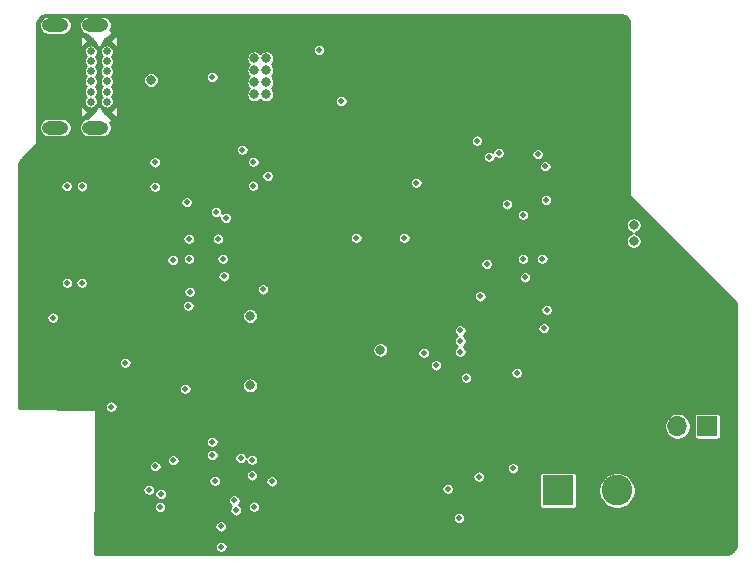
<source format=gbr>
%TF.GenerationSoftware,KiCad,Pcbnew,(5.1.5-0-10_14)*%
%TF.CreationDate,2020-05-27T21:49:09-04:00*%
%TF.ProjectId,PD_PowerSupply,50445f50-6f77-4657-9253-7570706c792e,rev?*%
%TF.SameCoordinates,Original*%
%TF.FileFunction,Copper,L3,Inr*%
%TF.FilePolarity,Positive*%
%FSLAX46Y46*%
G04 Gerber Fmt 4.6, Leading zero omitted, Abs format (unit mm)*
G04 Created by KiCad (PCBNEW (5.1.5-0-10_14)) date 2020-05-27 21:49:09*
%MOMM*%
%LPD*%
G04 APERTURE LIST*
%ADD10C,2.600000*%
%ADD11R,2.600000X2.600000*%
%ADD12O,1.700000X1.700000*%
%ADD13R,1.700000X1.700000*%
%ADD14O,2.216000X1.108000*%
%ADD15C,0.650000*%
%ADD16C,0.508000*%
%ADD17C,0.800000*%
%ADD18C,0.254000*%
G04 APERTURE END LIST*
D10*
X162854800Y-114182000D03*
D11*
X157854800Y-114182000D03*
D12*
X167964000Y-108746400D03*
D13*
X170504000Y-108746400D03*
D14*
X115305000Y-74805000D03*
X115305000Y-83455000D03*
X118685000Y-83455000D03*
X118685000Y-74805000D03*
D15*
X118315000Y-76155000D03*
X118315000Y-77005000D03*
X118315000Y-77855000D03*
X118315000Y-78705000D03*
X118315000Y-79555000D03*
X118315000Y-80405000D03*
X118315000Y-81255000D03*
X118315000Y-82105000D03*
X119665000Y-82105000D03*
X119665000Y-81255000D03*
X119665000Y-80405000D03*
X119665000Y-79555000D03*
X119665000Y-78705000D03*
X119665000Y-77855000D03*
X119665000Y-77005000D03*
X119665000Y-76155000D03*
D16*
X150034000Y-78278400D03*
X150034000Y-77059200D03*
X147134000Y-81678400D03*
X147134000Y-80459200D03*
X155734000Y-84478400D03*
X155734000Y-83259200D03*
X129559200Y-96046400D03*
X126612800Y-94573200D03*
X131946800Y-111591200D03*
X131946800Y-112912000D03*
X125292000Y-111642000D03*
X129457600Y-94573200D03*
X130981600Y-111438800D03*
X124834800Y-105114200D03*
X123285400Y-105114200D03*
X121736000Y-105114200D03*
X119348400Y-119058800D03*
X128086000Y-118550800D03*
X125393600Y-116366400D03*
X153333600Y-94573200D03*
X153435200Y-96148000D03*
X156635600Y-102142400D03*
X152419200Y-111794400D03*
D17*
X164814400Y-106866800D03*
X162934800Y-89848800D03*
X162985600Y-87562800D03*
X162934800Y-85226000D03*
X162934800Y-82889200D03*
X162985600Y-80552400D03*
X162985600Y-78114000D03*
D16*
X139973200Y-97164000D03*
X150438000Y-86648400D03*
X149879200Y-81212800D03*
X149879200Y-82889200D03*
X149879200Y-82076400D03*
X149879200Y-83752800D03*
X151657200Y-83702000D03*
X148488800Y-76134400D03*
X147593200Y-76996400D03*
X147593200Y-76183600D03*
X147593200Y-77860000D03*
X148507600Y-77809200D03*
X149371200Y-77809200D03*
D17*
X153211200Y-117267600D03*
X135466400Y-113162400D03*
X140989200Y-118144400D03*
X148152000Y-118144400D03*
D16*
X135604400Y-97976800D03*
X146983600Y-97265600D03*
X147136000Y-94928800D03*
X147136000Y-94065200D03*
X168461200Y-98435600D03*
X167800800Y-98435600D03*
X167140400Y-98435600D03*
X115081200Y-106917600D03*
X120466000Y-92185600D03*
X142106800Y-76488400D03*
X134940800Y-85073600D03*
X133140800Y-83498800D03*
X123107600Y-75116800D03*
X132759600Y-92642800D03*
X122091600Y-92642800D03*
X123717200Y-92642800D03*
X125292000Y-92642800D03*
X129588800Y-88234400D03*
X128288800Y-86934400D03*
X115005000Y-92566600D03*
X113023800Y-102040800D03*
D17*
X142818000Y-105066400D03*
D16*
X154959200Y-79841200D03*
X154959200Y-78977600D03*
X154959200Y-78164800D03*
X153181200Y-77352000D03*
X154044800Y-77352000D03*
X154959200Y-77301200D03*
X154044800Y-82279600D03*
X155264000Y-82279600D03*
X151606400Y-82889200D03*
D17*
X162985600Y-75777200D03*
D16*
X156229200Y-99653200D03*
X156584800Y-106511200D03*
X151250800Y-104022000D03*
X150336400Y-98789600D03*
X152216000Y-89544000D03*
X127070000Y-108492400D03*
X124088800Y-113734400D03*
X120466000Y-119058800D03*
X118888800Y-114934400D03*
X118988800Y-112934400D03*
X137636400Y-76894800D03*
X139516000Y-81212800D03*
X125241200Y-94674800D03*
X126409600Y-89798000D03*
X156534000Y-94573200D03*
X154908400Y-94573200D03*
D17*
X131794400Y-105292000D03*
X131794400Y-99399200D03*
D16*
X128797200Y-113369200D03*
X115081200Y-99551600D03*
X132886700Y-97164000D03*
X129305200Y-117228000D03*
D17*
X142818000Y-102266400D03*
D16*
X155081199Y-96148000D03*
X151281201Y-97743199D03*
X152012800Y-85937200D03*
X120034200Y-107095400D03*
D17*
X133166000Y-77606000D03*
X133166000Y-78622000D03*
X133166000Y-79638000D03*
X133166000Y-80654000D03*
X132150000Y-77606000D03*
X132150000Y-78622000D03*
X132150000Y-79638000D03*
X132150000Y-80654000D03*
X123412400Y-79434800D03*
D16*
X145866000Y-88121600D03*
X132068400Y-86363600D03*
X128594000Y-79180800D03*
X128898800Y-90610800D03*
X133267600Y-87562800D03*
X129715600Y-91114800D03*
X148507600Y-114029600D03*
X149472800Y-116518800D03*
X123209200Y-114131198D03*
X132048400Y-88375600D03*
X126562000Y-98535600D03*
X131134000Y-85327600D03*
X126663600Y-97367200D03*
X153536800Y-89950400D03*
X152825600Y-85581600D03*
X150996800Y-84565600D03*
X154908400Y-90854000D03*
X126587400Y-92871400D03*
X129076600Y-92871400D03*
X154349600Y-104225200D03*
X156635600Y-100466000D03*
D17*
X164255600Y-93049200D03*
X164255600Y-91728400D03*
D16*
X154044800Y-112302400D03*
X123768000Y-112150000D03*
X121228000Y-103361600D03*
X156889600Y-98891200D03*
X124150000Y-115578000D03*
X150082400Y-104631600D03*
X151149200Y-113013600D03*
X129356001Y-118957199D03*
X151809600Y-95013600D03*
X130575200Y-115858400D03*
X156838800Y-89594800D03*
X130458000Y-115030000D03*
X156127600Y-85734000D03*
X149588802Y-101534394D03*
X147538797Y-103584397D03*
X146488794Y-102534400D03*
X124225200Y-114486800D03*
X156788000Y-86750000D03*
X149588802Y-100634400D03*
X132105801Y-115560201D03*
X149588802Y-102434400D03*
X140786000Y-92795200D03*
X144850000Y-92795200D03*
X133623200Y-113420000D03*
X126308000Y-105571400D03*
X123717200Y-88477200D03*
X123717200Y-86394400D03*
X128594000Y-110067200D03*
X117519600Y-96605200D03*
X128594000Y-111184800D03*
X116300400Y-96605200D03*
X116249600Y-88426400D03*
X117570400Y-88426400D03*
D18*
G36*
X163248408Y-73928300D02*
G01*
X163401946Y-73974656D01*
X163543550Y-74049948D01*
X163667832Y-74151310D01*
X163770061Y-74274884D01*
X163846341Y-74415961D01*
X163893765Y-74569162D01*
X163911400Y-74736944D01*
X163911401Y-89225887D01*
X163910544Y-89234793D01*
X163912262Y-89251858D01*
X163913968Y-89269176D01*
X163914025Y-89269365D01*
X163914045Y-89269561D01*
X163919085Y-89286043D01*
X163924112Y-89302616D01*
X163924205Y-89302791D01*
X163924263Y-89302979D01*
X163932464Y-89318242D01*
X163940585Y-89333435D01*
X163940709Y-89333586D01*
X163940803Y-89333761D01*
X163951916Y-89347241D01*
X163962754Y-89360447D01*
X163969669Y-89366122D01*
X172758484Y-98116263D01*
X172763297Y-98120195D01*
X172822051Y-98171026D01*
X172860655Y-98220551D01*
X172888905Y-98276632D01*
X172905988Y-98338084D01*
X172911400Y-98400348D01*
X172911401Y-118725717D01*
X172894899Y-118894012D01*
X172848544Y-119047546D01*
X172773252Y-119189150D01*
X172671892Y-119313430D01*
X172548318Y-119415660D01*
X172407240Y-119491941D01*
X172254038Y-119539365D01*
X172086256Y-119557000D01*
X118678231Y-119557000D01*
X118682921Y-118904900D01*
X128825001Y-118904900D01*
X128825001Y-119009498D01*
X128845407Y-119112086D01*
X128885435Y-119208722D01*
X128943547Y-119295692D01*
X129017508Y-119369653D01*
X129104478Y-119427765D01*
X129201114Y-119467793D01*
X129303702Y-119488199D01*
X129408300Y-119488199D01*
X129510888Y-119467793D01*
X129607524Y-119427765D01*
X129694494Y-119369653D01*
X129768455Y-119295692D01*
X129826567Y-119208722D01*
X129866595Y-119112086D01*
X129887001Y-119009498D01*
X129887001Y-118904900D01*
X129866595Y-118802312D01*
X129826567Y-118705676D01*
X129768455Y-118618706D01*
X129694494Y-118544745D01*
X129607524Y-118486633D01*
X129510888Y-118446605D01*
X129408300Y-118426199D01*
X129303702Y-118426199D01*
X129201114Y-118446605D01*
X129104478Y-118486633D01*
X129017508Y-118544745D01*
X128943547Y-118618706D01*
X128885435Y-118705676D01*
X128845407Y-118802312D01*
X128825001Y-118904900D01*
X118682921Y-118904900D01*
X118695361Y-117175701D01*
X128774200Y-117175701D01*
X128774200Y-117280299D01*
X128794606Y-117382887D01*
X128834634Y-117479523D01*
X128892746Y-117566493D01*
X128966707Y-117640454D01*
X129053677Y-117698566D01*
X129150313Y-117738594D01*
X129252901Y-117759000D01*
X129357499Y-117759000D01*
X129460087Y-117738594D01*
X129556723Y-117698566D01*
X129643693Y-117640454D01*
X129717654Y-117566493D01*
X129775766Y-117479523D01*
X129815794Y-117382887D01*
X129836200Y-117280299D01*
X129836200Y-117175701D01*
X129815794Y-117073113D01*
X129775766Y-116976477D01*
X129717654Y-116889507D01*
X129643693Y-116815546D01*
X129556723Y-116757434D01*
X129460087Y-116717406D01*
X129357499Y-116697000D01*
X129252901Y-116697000D01*
X129150313Y-116717406D01*
X129053677Y-116757434D01*
X128966707Y-116815546D01*
X128892746Y-116889507D01*
X128834634Y-116976477D01*
X128794606Y-117073113D01*
X128774200Y-117175701D01*
X118695361Y-117175701D01*
X118700463Y-116466501D01*
X148941800Y-116466501D01*
X148941800Y-116571099D01*
X148962206Y-116673687D01*
X149002234Y-116770323D01*
X149060346Y-116857293D01*
X149134307Y-116931254D01*
X149221277Y-116989366D01*
X149317913Y-117029394D01*
X149420501Y-117049800D01*
X149525099Y-117049800D01*
X149627687Y-117029394D01*
X149724323Y-116989366D01*
X149811293Y-116931254D01*
X149885254Y-116857293D01*
X149943366Y-116770323D01*
X149983394Y-116673687D01*
X150003800Y-116571099D01*
X150003800Y-116466501D01*
X149983394Y-116363913D01*
X149943366Y-116267277D01*
X149885254Y-116180307D01*
X149811293Y-116106346D01*
X149724323Y-116048234D01*
X149627687Y-116008206D01*
X149525099Y-115987800D01*
X149420501Y-115987800D01*
X149317913Y-116008206D01*
X149221277Y-116048234D01*
X149134307Y-116106346D01*
X149060346Y-116180307D01*
X149002234Y-116267277D01*
X148962206Y-116363913D01*
X148941800Y-116466501D01*
X118700463Y-116466501D01*
X118707232Y-115525701D01*
X123619000Y-115525701D01*
X123619000Y-115630299D01*
X123639406Y-115732887D01*
X123679434Y-115829523D01*
X123737546Y-115916493D01*
X123811507Y-115990454D01*
X123898477Y-116048566D01*
X123995113Y-116088594D01*
X124097701Y-116109000D01*
X124202299Y-116109000D01*
X124304887Y-116088594D01*
X124401523Y-116048566D01*
X124488493Y-115990454D01*
X124562454Y-115916493D01*
X124620566Y-115829523D01*
X124660594Y-115732887D01*
X124681000Y-115630299D01*
X124681000Y-115525701D01*
X124660594Y-115423113D01*
X124620566Y-115326477D01*
X124562454Y-115239507D01*
X124488493Y-115165546D01*
X124401523Y-115107434D01*
X124304887Y-115067406D01*
X124202299Y-115047000D01*
X124097701Y-115047000D01*
X123995113Y-115067406D01*
X123898477Y-115107434D01*
X123811507Y-115165546D01*
X123737546Y-115239507D01*
X123679434Y-115326477D01*
X123639406Y-115423113D01*
X123619000Y-115525701D01*
X118707232Y-115525701D01*
X118717641Y-114078899D01*
X122678200Y-114078899D01*
X122678200Y-114183497D01*
X122698606Y-114286085D01*
X122738634Y-114382721D01*
X122796746Y-114469691D01*
X122870707Y-114543652D01*
X122957677Y-114601764D01*
X123054313Y-114641792D01*
X123156901Y-114662198D01*
X123261499Y-114662198D01*
X123364087Y-114641792D01*
X123460723Y-114601764D01*
X123547693Y-114543652D01*
X123621654Y-114469691D01*
X123645167Y-114434501D01*
X123694200Y-114434501D01*
X123694200Y-114539099D01*
X123714606Y-114641687D01*
X123754634Y-114738323D01*
X123812746Y-114825293D01*
X123886707Y-114899254D01*
X123973677Y-114957366D01*
X124070313Y-114997394D01*
X124172901Y-115017800D01*
X124277499Y-115017800D01*
X124380087Y-114997394D01*
X124427630Y-114977701D01*
X129927000Y-114977701D01*
X129927000Y-115082299D01*
X129947406Y-115184887D01*
X129987434Y-115281523D01*
X130045546Y-115368493D01*
X130119507Y-115442454D01*
X130191856Y-115490797D01*
X130162746Y-115519907D01*
X130104634Y-115606877D01*
X130064606Y-115703513D01*
X130044200Y-115806101D01*
X130044200Y-115910699D01*
X130064606Y-116013287D01*
X130104634Y-116109923D01*
X130162746Y-116196893D01*
X130236707Y-116270854D01*
X130323677Y-116328966D01*
X130420313Y-116368994D01*
X130522901Y-116389400D01*
X130627499Y-116389400D01*
X130730087Y-116368994D01*
X130826723Y-116328966D01*
X130913693Y-116270854D01*
X130987654Y-116196893D01*
X131045766Y-116109923D01*
X131085794Y-116013287D01*
X131106200Y-115910699D01*
X131106200Y-115806101D01*
X131085794Y-115703513D01*
X131045766Y-115606877D01*
X130987654Y-115519907D01*
X130975649Y-115507902D01*
X131574801Y-115507902D01*
X131574801Y-115612500D01*
X131595207Y-115715088D01*
X131635235Y-115811724D01*
X131693347Y-115898694D01*
X131767308Y-115972655D01*
X131854278Y-116030767D01*
X131950914Y-116070795D01*
X132053502Y-116091201D01*
X132158100Y-116091201D01*
X132260688Y-116070795D01*
X132357324Y-116030767D01*
X132444294Y-115972655D01*
X132518255Y-115898694D01*
X132576367Y-115811724D01*
X132616395Y-115715088D01*
X132636801Y-115612500D01*
X132636801Y-115507902D01*
X132616395Y-115405314D01*
X132576367Y-115308678D01*
X132518255Y-115221708D01*
X132444294Y-115147747D01*
X132357324Y-115089635D01*
X132260688Y-115049607D01*
X132158100Y-115029201D01*
X132053502Y-115029201D01*
X131950914Y-115049607D01*
X131854278Y-115089635D01*
X131767308Y-115147747D01*
X131693347Y-115221708D01*
X131635235Y-115308678D01*
X131595207Y-115405314D01*
X131574801Y-115507902D01*
X130975649Y-115507902D01*
X130913693Y-115445946D01*
X130841344Y-115397603D01*
X130870454Y-115368493D01*
X130928566Y-115281523D01*
X130968594Y-115184887D01*
X130989000Y-115082299D01*
X130989000Y-114977701D01*
X130968594Y-114875113D01*
X130928566Y-114778477D01*
X130870454Y-114691507D01*
X130796493Y-114617546D01*
X130709523Y-114559434D01*
X130612887Y-114519406D01*
X130510299Y-114499000D01*
X130405701Y-114499000D01*
X130303113Y-114519406D01*
X130206477Y-114559434D01*
X130119507Y-114617546D01*
X130045546Y-114691507D01*
X129987434Y-114778477D01*
X129947406Y-114875113D01*
X129927000Y-114977701D01*
X124427630Y-114977701D01*
X124476723Y-114957366D01*
X124563693Y-114899254D01*
X124637654Y-114825293D01*
X124695766Y-114738323D01*
X124735794Y-114641687D01*
X124756200Y-114539099D01*
X124756200Y-114434501D01*
X124735794Y-114331913D01*
X124695766Y-114235277D01*
X124637654Y-114148307D01*
X124563693Y-114074346D01*
X124476723Y-114016234D01*
X124382731Y-113977301D01*
X147976600Y-113977301D01*
X147976600Y-114081899D01*
X147997006Y-114184487D01*
X148037034Y-114281123D01*
X148095146Y-114368093D01*
X148169107Y-114442054D01*
X148256077Y-114500166D01*
X148352713Y-114540194D01*
X148455301Y-114560600D01*
X148559899Y-114560600D01*
X148662487Y-114540194D01*
X148759123Y-114500166D01*
X148846093Y-114442054D01*
X148920054Y-114368093D01*
X148978166Y-114281123D01*
X149018194Y-114184487D01*
X149038600Y-114081899D01*
X149038600Y-113977301D01*
X149018194Y-113874713D01*
X148978166Y-113778077D01*
X148920054Y-113691107D01*
X148846093Y-113617146D01*
X148759123Y-113559034D01*
X148662487Y-113519006D01*
X148559899Y-113498600D01*
X148455301Y-113498600D01*
X148352713Y-113519006D01*
X148256077Y-113559034D01*
X148169107Y-113617146D01*
X148095146Y-113691107D01*
X148037034Y-113778077D01*
X147997006Y-113874713D01*
X147976600Y-113977301D01*
X124382731Y-113977301D01*
X124380087Y-113976206D01*
X124277499Y-113955800D01*
X124172901Y-113955800D01*
X124070313Y-113976206D01*
X123973677Y-114016234D01*
X123886707Y-114074346D01*
X123812746Y-114148307D01*
X123754634Y-114235277D01*
X123714606Y-114331913D01*
X123694200Y-114434501D01*
X123645167Y-114434501D01*
X123679766Y-114382721D01*
X123719794Y-114286085D01*
X123740200Y-114183497D01*
X123740200Y-114078899D01*
X123719794Y-113976311D01*
X123679766Y-113879675D01*
X123621654Y-113792705D01*
X123547693Y-113718744D01*
X123460723Y-113660632D01*
X123364087Y-113620604D01*
X123261499Y-113600198D01*
X123156901Y-113600198D01*
X123054313Y-113620604D01*
X122957677Y-113660632D01*
X122870707Y-113718744D01*
X122796746Y-113792705D01*
X122738634Y-113879675D01*
X122698606Y-113976311D01*
X122678200Y-114078899D01*
X118717641Y-114078899D01*
X118723122Y-113316901D01*
X128266200Y-113316901D01*
X128266200Y-113421499D01*
X128286606Y-113524087D01*
X128326634Y-113620723D01*
X128384746Y-113707693D01*
X128458707Y-113781654D01*
X128545677Y-113839766D01*
X128642313Y-113879794D01*
X128744901Y-113900200D01*
X128849499Y-113900200D01*
X128952087Y-113879794D01*
X129048723Y-113839766D01*
X129135693Y-113781654D01*
X129209654Y-113707693D01*
X129267766Y-113620723D01*
X129307794Y-113524087D01*
X129328200Y-113421499D01*
X129328200Y-113316901D01*
X129307794Y-113214313D01*
X129267766Y-113117677D01*
X129209654Y-113030707D01*
X129135693Y-112956746D01*
X129048723Y-112898634D01*
X128954731Y-112859701D01*
X131415800Y-112859701D01*
X131415800Y-112964299D01*
X131436206Y-113066887D01*
X131476234Y-113163523D01*
X131534346Y-113250493D01*
X131608307Y-113324454D01*
X131695277Y-113382566D01*
X131791913Y-113422594D01*
X131894501Y-113443000D01*
X131999099Y-113443000D01*
X132101687Y-113422594D01*
X132198323Y-113382566D01*
X132220569Y-113367701D01*
X133092200Y-113367701D01*
X133092200Y-113472299D01*
X133112606Y-113574887D01*
X133152634Y-113671523D01*
X133210746Y-113758493D01*
X133284707Y-113832454D01*
X133371677Y-113890566D01*
X133468313Y-113930594D01*
X133570901Y-113951000D01*
X133675499Y-113951000D01*
X133778087Y-113930594D01*
X133874723Y-113890566D01*
X133961693Y-113832454D01*
X134035654Y-113758493D01*
X134093766Y-113671523D01*
X134133794Y-113574887D01*
X134154200Y-113472299D01*
X134154200Y-113367701D01*
X134133794Y-113265113D01*
X134093766Y-113168477D01*
X134035654Y-113081507D01*
X133961693Y-113007546D01*
X133892484Y-112961301D01*
X150618200Y-112961301D01*
X150618200Y-113065899D01*
X150638606Y-113168487D01*
X150678634Y-113265123D01*
X150736746Y-113352093D01*
X150810707Y-113426054D01*
X150897677Y-113484166D01*
X150994313Y-113524194D01*
X151096901Y-113544600D01*
X151201499Y-113544600D01*
X151304087Y-113524194D01*
X151400723Y-113484166D01*
X151487693Y-113426054D01*
X151561654Y-113352093D01*
X151619766Y-113265123D01*
X151659794Y-113168487D01*
X151680200Y-113065899D01*
X151680200Y-112961301D01*
X151664427Y-112882000D01*
X156276460Y-112882000D01*
X156276460Y-115482000D01*
X156281808Y-115536301D01*
X156297647Y-115588516D01*
X156323369Y-115636637D01*
X156357984Y-115678816D01*
X156400163Y-115713431D01*
X156448284Y-115739153D01*
X156500499Y-115754992D01*
X156554800Y-115760340D01*
X159154800Y-115760340D01*
X159209101Y-115754992D01*
X159261316Y-115739153D01*
X159309437Y-115713431D01*
X159351616Y-115678816D01*
X159386231Y-115636637D01*
X159411953Y-115588516D01*
X159427792Y-115536301D01*
X159433140Y-115482000D01*
X159433140Y-114026679D01*
X161277800Y-114026679D01*
X161277800Y-114337321D01*
X161338404Y-114641994D01*
X161457281Y-114928989D01*
X161629864Y-115187279D01*
X161849521Y-115406936D01*
X162107811Y-115579519D01*
X162394806Y-115698396D01*
X162699479Y-115759000D01*
X163010121Y-115759000D01*
X163314794Y-115698396D01*
X163601789Y-115579519D01*
X163860079Y-115406936D01*
X164079736Y-115187279D01*
X164252319Y-114928989D01*
X164371196Y-114641994D01*
X164431800Y-114337321D01*
X164431800Y-114026679D01*
X164371196Y-113722006D01*
X164252319Y-113435011D01*
X164079736Y-113176721D01*
X163860079Y-112957064D01*
X163601789Y-112784481D01*
X163314794Y-112665604D01*
X163010121Y-112605000D01*
X162699479Y-112605000D01*
X162394806Y-112665604D01*
X162107811Y-112784481D01*
X161849521Y-112957064D01*
X161629864Y-113176721D01*
X161457281Y-113435011D01*
X161338404Y-113722006D01*
X161277800Y-114026679D01*
X159433140Y-114026679D01*
X159433140Y-112882000D01*
X159427792Y-112827699D01*
X159411953Y-112775484D01*
X159386231Y-112727363D01*
X159351616Y-112685184D01*
X159309437Y-112650569D01*
X159261316Y-112624847D01*
X159209101Y-112609008D01*
X159154800Y-112603660D01*
X156554800Y-112603660D01*
X156500499Y-112609008D01*
X156448284Y-112624847D01*
X156400163Y-112650569D01*
X156357984Y-112685184D01*
X156323369Y-112727363D01*
X156297647Y-112775484D01*
X156281808Y-112827699D01*
X156276460Y-112882000D01*
X151664427Y-112882000D01*
X151659794Y-112858713D01*
X151619766Y-112762077D01*
X151561654Y-112675107D01*
X151487693Y-112601146D01*
X151400723Y-112543034D01*
X151304087Y-112503006D01*
X151201499Y-112482600D01*
X151096901Y-112482600D01*
X150994313Y-112503006D01*
X150897677Y-112543034D01*
X150810707Y-112601146D01*
X150736746Y-112675107D01*
X150678634Y-112762077D01*
X150638606Y-112858713D01*
X150618200Y-112961301D01*
X133892484Y-112961301D01*
X133874723Y-112949434D01*
X133778087Y-112909406D01*
X133675499Y-112889000D01*
X133570901Y-112889000D01*
X133468313Y-112909406D01*
X133371677Y-112949434D01*
X133284707Y-113007546D01*
X133210746Y-113081507D01*
X133152634Y-113168477D01*
X133112606Y-113265113D01*
X133092200Y-113367701D01*
X132220569Y-113367701D01*
X132285293Y-113324454D01*
X132359254Y-113250493D01*
X132417366Y-113163523D01*
X132457394Y-113066887D01*
X132477800Y-112964299D01*
X132477800Y-112859701D01*
X132457394Y-112757113D01*
X132417366Y-112660477D01*
X132359254Y-112573507D01*
X132285293Y-112499546D01*
X132198323Y-112441434D01*
X132101687Y-112401406D01*
X131999099Y-112381000D01*
X131894501Y-112381000D01*
X131791913Y-112401406D01*
X131695277Y-112441434D01*
X131608307Y-112499546D01*
X131534346Y-112573507D01*
X131476234Y-112660477D01*
X131436206Y-112757113D01*
X131415800Y-112859701D01*
X128954731Y-112859701D01*
X128952087Y-112858606D01*
X128849499Y-112838200D01*
X128744901Y-112838200D01*
X128642313Y-112858606D01*
X128545677Y-112898634D01*
X128458707Y-112956746D01*
X128384746Y-113030707D01*
X128326634Y-113117677D01*
X128286606Y-113214313D01*
X128266200Y-113316901D01*
X118723122Y-113316901D01*
X118731894Y-112097701D01*
X123237000Y-112097701D01*
X123237000Y-112202299D01*
X123257406Y-112304887D01*
X123297434Y-112401523D01*
X123355546Y-112488493D01*
X123429507Y-112562454D01*
X123516477Y-112620566D01*
X123613113Y-112660594D01*
X123715701Y-112681000D01*
X123820299Y-112681000D01*
X123922887Y-112660594D01*
X124019523Y-112620566D01*
X124106493Y-112562454D01*
X124180454Y-112488493D01*
X124238566Y-112401523D01*
X124278594Y-112304887D01*
X124289491Y-112250101D01*
X153513800Y-112250101D01*
X153513800Y-112354699D01*
X153534206Y-112457287D01*
X153574234Y-112553923D01*
X153632346Y-112640893D01*
X153706307Y-112714854D01*
X153793277Y-112772966D01*
X153889913Y-112812994D01*
X153992501Y-112833400D01*
X154097099Y-112833400D01*
X154199687Y-112812994D01*
X154296323Y-112772966D01*
X154383293Y-112714854D01*
X154457254Y-112640893D01*
X154515366Y-112553923D01*
X154555394Y-112457287D01*
X154575800Y-112354699D01*
X154575800Y-112250101D01*
X154555394Y-112147513D01*
X154515366Y-112050877D01*
X154457254Y-111963907D01*
X154383293Y-111889946D01*
X154296323Y-111831834D01*
X154199687Y-111791806D01*
X154097099Y-111771400D01*
X153992501Y-111771400D01*
X153889913Y-111791806D01*
X153793277Y-111831834D01*
X153706307Y-111889946D01*
X153632346Y-111963907D01*
X153574234Y-112050877D01*
X153534206Y-112147513D01*
X153513800Y-112250101D01*
X124289491Y-112250101D01*
X124299000Y-112202299D01*
X124299000Y-112097701D01*
X124278594Y-111995113D01*
X124238566Y-111898477D01*
X124180454Y-111811507D01*
X124106493Y-111737546D01*
X124019523Y-111679434D01*
X123922887Y-111639406D01*
X123820299Y-111619000D01*
X123715701Y-111619000D01*
X123613113Y-111639406D01*
X123516477Y-111679434D01*
X123429507Y-111737546D01*
X123355546Y-111811507D01*
X123297434Y-111898477D01*
X123257406Y-111995113D01*
X123237000Y-112097701D01*
X118731894Y-112097701D01*
X118735548Y-111589701D01*
X124761000Y-111589701D01*
X124761000Y-111694299D01*
X124781406Y-111796887D01*
X124821434Y-111893523D01*
X124879546Y-111980493D01*
X124953507Y-112054454D01*
X125040477Y-112112566D01*
X125137113Y-112152594D01*
X125239701Y-112173000D01*
X125344299Y-112173000D01*
X125446887Y-112152594D01*
X125543523Y-112112566D01*
X125630493Y-112054454D01*
X125704454Y-111980493D01*
X125762566Y-111893523D01*
X125802594Y-111796887D01*
X125823000Y-111694299D01*
X125823000Y-111589701D01*
X125802594Y-111487113D01*
X125762566Y-111390477D01*
X125704454Y-111303507D01*
X125630493Y-111229546D01*
X125543523Y-111171434D01*
X125449531Y-111132501D01*
X128063000Y-111132501D01*
X128063000Y-111237099D01*
X128083406Y-111339687D01*
X128123434Y-111436323D01*
X128181546Y-111523293D01*
X128255507Y-111597254D01*
X128342477Y-111655366D01*
X128439113Y-111695394D01*
X128541701Y-111715800D01*
X128646299Y-111715800D01*
X128748887Y-111695394D01*
X128845523Y-111655366D01*
X128932493Y-111597254D01*
X129006454Y-111523293D01*
X129064566Y-111436323D01*
X129085202Y-111386501D01*
X130450600Y-111386501D01*
X130450600Y-111491099D01*
X130471006Y-111593687D01*
X130511034Y-111690323D01*
X130569146Y-111777293D01*
X130643107Y-111851254D01*
X130730077Y-111909366D01*
X130826713Y-111949394D01*
X130929301Y-111969800D01*
X131033899Y-111969800D01*
X131136487Y-111949394D01*
X131233123Y-111909366D01*
X131320093Y-111851254D01*
X131394054Y-111777293D01*
X131431320Y-111721522D01*
X131436206Y-111746087D01*
X131476234Y-111842723D01*
X131534346Y-111929693D01*
X131608307Y-112003654D01*
X131695277Y-112061766D01*
X131791913Y-112101794D01*
X131894501Y-112122200D01*
X131999099Y-112122200D01*
X132101687Y-112101794D01*
X132198323Y-112061766D01*
X132285293Y-112003654D01*
X132359254Y-111929693D01*
X132417366Y-111842723D01*
X132457394Y-111746087D01*
X132477800Y-111643499D01*
X132477800Y-111538901D01*
X132457394Y-111436313D01*
X132417366Y-111339677D01*
X132359254Y-111252707D01*
X132285293Y-111178746D01*
X132198323Y-111120634D01*
X132101687Y-111080606D01*
X131999099Y-111060200D01*
X131894501Y-111060200D01*
X131791913Y-111080606D01*
X131695277Y-111120634D01*
X131608307Y-111178746D01*
X131534346Y-111252707D01*
X131497080Y-111308478D01*
X131492194Y-111283913D01*
X131452166Y-111187277D01*
X131394054Y-111100307D01*
X131320093Y-111026346D01*
X131233123Y-110968234D01*
X131136487Y-110928206D01*
X131033899Y-110907800D01*
X130929301Y-110907800D01*
X130826713Y-110928206D01*
X130730077Y-110968234D01*
X130643107Y-111026346D01*
X130569146Y-111100307D01*
X130511034Y-111187277D01*
X130471006Y-111283913D01*
X130450600Y-111386501D01*
X129085202Y-111386501D01*
X129104594Y-111339687D01*
X129125000Y-111237099D01*
X129125000Y-111132501D01*
X129104594Y-111029913D01*
X129064566Y-110933277D01*
X129006454Y-110846307D01*
X128932493Y-110772346D01*
X128845523Y-110714234D01*
X128748887Y-110674206D01*
X128646299Y-110653800D01*
X128541701Y-110653800D01*
X128439113Y-110674206D01*
X128342477Y-110714234D01*
X128255507Y-110772346D01*
X128181546Y-110846307D01*
X128123434Y-110933277D01*
X128083406Y-111029913D01*
X128063000Y-111132501D01*
X125449531Y-111132501D01*
X125446887Y-111131406D01*
X125344299Y-111111000D01*
X125239701Y-111111000D01*
X125137113Y-111131406D01*
X125040477Y-111171434D01*
X124953507Y-111229546D01*
X124879546Y-111303507D01*
X124821434Y-111390477D01*
X124781406Y-111487113D01*
X124761000Y-111589701D01*
X118735548Y-111589701D01*
X118746878Y-110014901D01*
X128063000Y-110014901D01*
X128063000Y-110119499D01*
X128083406Y-110222087D01*
X128123434Y-110318723D01*
X128181546Y-110405693D01*
X128255507Y-110479654D01*
X128342477Y-110537766D01*
X128439113Y-110577794D01*
X128541701Y-110598200D01*
X128646299Y-110598200D01*
X128748887Y-110577794D01*
X128845523Y-110537766D01*
X128932493Y-110479654D01*
X129006454Y-110405693D01*
X129064566Y-110318723D01*
X129104594Y-110222087D01*
X129125000Y-110119499D01*
X129125000Y-110014901D01*
X129104594Y-109912313D01*
X129064566Y-109815677D01*
X129006454Y-109728707D01*
X128932493Y-109654746D01*
X128845523Y-109596634D01*
X128748887Y-109556606D01*
X128646299Y-109536200D01*
X128541701Y-109536200D01*
X128439113Y-109556606D01*
X128342477Y-109596634D01*
X128255507Y-109654746D01*
X128181546Y-109728707D01*
X128123434Y-109815677D01*
X128083406Y-109912313D01*
X128063000Y-110014901D01*
X118746878Y-110014901D01*
X118756803Y-108635400D01*
X166837000Y-108635400D01*
X166837000Y-108857400D01*
X166880310Y-109075134D01*
X166965266Y-109280235D01*
X167088602Y-109464821D01*
X167245579Y-109621798D01*
X167430165Y-109745134D01*
X167635266Y-109830090D01*
X167853000Y-109873400D01*
X168075000Y-109873400D01*
X168292734Y-109830090D01*
X168497835Y-109745134D01*
X168682421Y-109621798D01*
X168839398Y-109464821D01*
X168962734Y-109280235D01*
X169047690Y-109075134D01*
X169091000Y-108857400D01*
X169091000Y-108635400D01*
X169047690Y-108417666D01*
X168962734Y-108212565D01*
X168839398Y-108027979D01*
X168707819Y-107896400D01*
X169375660Y-107896400D01*
X169375660Y-109596400D01*
X169381008Y-109650701D01*
X169396847Y-109702916D01*
X169422569Y-109751037D01*
X169457184Y-109793216D01*
X169499363Y-109827831D01*
X169547484Y-109853553D01*
X169599699Y-109869392D01*
X169654000Y-109874740D01*
X171354000Y-109874740D01*
X171408301Y-109869392D01*
X171460516Y-109853553D01*
X171508637Y-109827831D01*
X171550816Y-109793216D01*
X171585431Y-109751037D01*
X171611153Y-109702916D01*
X171626992Y-109650701D01*
X171632340Y-109596400D01*
X171632340Y-107896400D01*
X171626992Y-107842099D01*
X171611153Y-107789884D01*
X171585431Y-107741763D01*
X171550816Y-107699584D01*
X171508637Y-107664969D01*
X171460516Y-107639247D01*
X171408301Y-107623408D01*
X171354000Y-107618060D01*
X169654000Y-107618060D01*
X169599699Y-107623408D01*
X169547484Y-107639247D01*
X169499363Y-107664969D01*
X169457184Y-107699584D01*
X169422569Y-107741763D01*
X169396847Y-107789884D01*
X169381008Y-107842099D01*
X169375660Y-107896400D01*
X168707819Y-107896400D01*
X168682421Y-107871002D01*
X168497835Y-107747666D01*
X168292734Y-107662710D01*
X168075000Y-107619400D01*
X167853000Y-107619400D01*
X167635266Y-107662710D01*
X167430165Y-107747666D01*
X167245579Y-107871002D01*
X167088602Y-108027979D01*
X166965266Y-108212565D01*
X166880310Y-108417666D01*
X166837000Y-108635400D01*
X118756803Y-108635400D01*
X118765797Y-107385314D01*
X118763504Y-107360361D01*
X118756418Y-107336494D01*
X118744812Y-107314469D01*
X118729132Y-107295130D01*
X118709981Y-107279223D01*
X118688094Y-107267357D01*
X118664313Y-107259989D01*
X118639551Y-107257402D01*
X112266200Y-107219690D01*
X112266200Y-107043101D01*
X119503200Y-107043101D01*
X119503200Y-107147699D01*
X119523606Y-107250287D01*
X119563634Y-107346923D01*
X119621746Y-107433893D01*
X119695707Y-107507854D01*
X119782677Y-107565966D01*
X119879313Y-107605994D01*
X119981901Y-107626400D01*
X120086499Y-107626400D01*
X120189087Y-107605994D01*
X120285723Y-107565966D01*
X120372693Y-107507854D01*
X120446654Y-107433893D01*
X120504766Y-107346923D01*
X120544794Y-107250287D01*
X120565200Y-107147699D01*
X120565200Y-107043101D01*
X120544794Y-106940513D01*
X120504766Y-106843877D01*
X120446654Y-106756907D01*
X120372693Y-106682946D01*
X120285723Y-106624834D01*
X120189087Y-106584806D01*
X120086499Y-106564400D01*
X119981901Y-106564400D01*
X119879313Y-106584806D01*
X119782677Y-106624834D01*
X119695707Y-106682946D01*
X119621746Y-106756907D01*
X119563634Y-106843877D01*
X119523606Y-106940513D01*
X119503200Y-107043101D01*
X112266200Y-107043101D01*
X112266200Y-105519101D01*
X125777000Y-105519101D01*
X125777000Y-105623699D01*
X125797406Y-105726287D01*
X125837434Y-105822923D01*
X125895546Y-105909893D01*
X125969507Y-105983854D01*
X126056477Y-106041966D01*
X126153113Y-106081994D01*
X126255701Y-106102400D01*
X126360299Y-106102400D01*
X126462887Y-106081994D01*
X126559523Y-106041966D01*
X126646493Y-105983854D01*
X126720454Y-105909893D01*
X126778566Y-105822923D01*
X126818594Y-105726287D01*
X126839000Y-105623699D01*
X126839000Y-105519101D01*
X126818594Y-105416513D01*
X126778566Y-105319877D01*
X126720454Y-105232907D01*
X126712868Y-105225321D01*
X131117400Y-105225321D01*
X131117400Y-105358679D01*
X131143416Y-105489474D01*
X131194450Y-105612680D01*
X131268540Y-105723563D01*
X131362837Y-105817860D01*
X131473720Y-105891950D01*
X131596926Y-105942984D01*
X131727721Y-105969000D01*
X131861079Y-105969000D01*
X131991874Y-105942984D01*
X132115080Y-105891950D01*
X132225963Y-105817860D01*
X132320260Y-105723563D01*
X132394350Y-105612680D01*
X132445384Y-105489474D01*
X132471400Y-105358679D01*
X132471400Y-105225321D01*
X132445384Y-105094526D01*
X132394350Y-104971320D01*
X132320260Y-104860437D01*
X132225963Y-104766140D01*
X132115080Y-104692050D01*
X131991874Y-104641016D01*
X131861079Y-104615000D01*
X131727721Y-104615000D01*
X131596926Y-104641016D01*
X131473720Y-104692050D01*
X131362837Y-104766140D01*
X131268540Y-104860437D01*
X131194450Y-104971320D01*
X131143416Y-105094526D01*
X131117400Y-105225321D01*
X126712868Y-105225321D01*
X126646493Y-105158946D01*
X126559523Y-105100834D01*
X126462887Y-105060806D01*
X126360299Y-105040400D01*
X126255701Y-105040400D01*
X126153113Y-105060806D01*
X126056477Y-105100834D01*
X125969507Y-105158946D01*
X125895546Y-105232907D01*
X125837434Y-105319877D01*
X125797406Y-105416513D01*
X125777000Y-105519101D01*
X112266200Y-105519101D01*
X112266200Y-104579301D01*
X149551400Y-104579301D01*
X149551400Y-104683899D01*
X149571806Y-104786487D01*
X149611834Y-104883123D01*
X149669946Y-104970093D01*
X149743907Y-105044054D01*
X149830877Y-105102166D01*
X149927513Y-105142194D01*
X150030101Y-105162600D01*
X150134699Y-105162600D01*
X150237287Y-105142194D01*
X150333923Y-105102166D01*
X150420893Y-105044054D01*
X150494854Y-104970093D01*
X150552966Y-104883123D01*
X150592994Y-104786487D01*
X150613400Y-104683899D01*
X150613400Y-104579301D01*
X150592994Y-104476713D01*
X150552966Y-104380077D01*
X150494854Y-104293107D01*
X150420893Y-104219146D01*
X150351684Y-104172901D01*
X153818600Y-104172901D01*
X153818600Y-104277499D01*
X153839006Y-104380087D01*
X153879034Y-104476723D01*
X153937146Y-104563693D01*
X154011107Y-104637654D01*
X154098077Y-104695766D01*
X154194713Y-104735794D01*
X154297301Y-104756200D01*
X154401899Y-104756200D01*
X154504487Y-104735794D01*
X154601123Y-104695766D01*
X154688093Y-104637654D01*
X154762054Y-104563693D01*
X154820166Y-104476723D01*
X154860194Y-104380087D01*
X154880600Y-104277499D01*
X154880600Y-104172901D01*
X154860194Y-104070313D01*
X154820166Y-103973677D01*
X154762054Y-103886707D01*
X154688093Y-103812746D01*
X154601123Y-103754634D01*
X154504487Y-103714606D01*
X154401899Y-103694200D01*
X154297301Y-103694200D01*
X154194713Y-103714606D01*
X154098077Y-103754634D01*
X154011107Y-103812746D01*
X153937146Y-103886707D01*
X153879034Y-103973677D01*
X153839006Y-104070313D01*
X153818600Y-104172901D01*
X150351684Y-104172901D01*
X150333923Y-104161034D01*
X150237287Y-104121006D01*
X150134699Y-104100600D01*
X150030101Y-104100600D01*
X149927513Y-104121006D01*
X149830877Y-104161034D01*
X149743907Y-104219146D01*
X149669946Y-104293107D01*
X149611834Y-104380077D01*
X149571806Y-104476713D01*
X149551400Y-104579301D01*
X112266200Y-104579301D01*
X112266200Y-103309301D01*
X120697000Y-103309301D01*
X120697000Y-103413899D01*
X120717406Y-103516487D01*
X120757434Y-103613123D01*
X120815546Y-103700093D01*
X120889507Y-103774054D01*
X120976477Y-103832166D01*
X121073113Y-103872194D01*
X121175701Y-103892600D01*
X121280299Y-103892600D01*
X121382887Y-103872194D01*
X121479523Y-103832166D01*
X121566493Y-103774054D01*
X121640454Y-103700093D01*
X121698566Y-103613123D01*
X121732127Y-103532098D01*
X147007797Y-103532098D01*
X147007797Y-103636696D01*
X147028203Y-103739284D01*
X147068231Y-103835920D01*
X147126343Y-103922890D01*
X147200304Y-103996851D01*
X147287274Y-104054963D01*
X147383910Y-104094991D01*
X147486498Y-104115397D01*
X147591096Y-104115397D01*
X147693684Y-104094991D01*
X147790320Y-104054963D01*
X147877290Y-103996851D01*
X147951251Y-103922890D01*
X148009363Y-103835920D01*
X148049391Y-103739284D01*
X148069797Y-103636696D01*
X148069797Y-103532098D01*
X148049391Y-103429510D01*
X148009363Y-103332874D01*
X147951251Y-103245904D01*
X147877290Y-103171943D01*
X147790320Y-103113831D01*
X147693684Y-103073803D01*
X147591096Y-103053397D01*
X147486498Y-103053397D01*
X147383910Y-103073803D01*
X147287274Y-103113831D01*
X147200304Y-103171943D01*
X147126343Y-103245904D01*
X147068231Y-103332874D01*
X147028203Y-103429510D01*
X147007797Y-103532098D01*
X121732127Y-103532098D01*
X121738594Y-103516487D01*
X121759000Y-103413899D01*
X121759000Y-103309301D01*
X121738594Y-103206713D01*
X121698566Y-103110077D01*
X121640454Y-103023107D01*
X121566493Y-102949146D01*
X121479523Y-102891034D01*
X121382887Y-102851006D01*
X121280299Y-102830600D01*
X121175701Y-102830600D01*
X121073113Y-102851006D01*
X120976477Y-102891034D01*
X120889507Y-102949146D01*
X120815546Y-103023107D01*
X120757434Y-103110077D01*
X120717406Y-103206713D01*
X120697000Y-103309301D01*
X112266200Y-103309301D01*
X112266200Y-102199721D01*
X142141000Y-102199721D01*
X142141000Y-102333079D01*
X142167016Y-102463874D01*
X142218050Y-102587080D01*
X142292140Y-102697963D01*
X142386437Y-102792260D01*
X142497320Y-102866350D01*
X142620526Y-102917384D01*
X142751321Y-102943400D01*
X142884679Y-102943400D01*
X143015474Y-102917384D01*
X143138680Y-102866350D01*
X143249563Y-102792260D01*
X143343860Y-102697963D01*
X143417950Y-102587080D01*
X143461434Y-102482101D01*
X145957794Y-102482101D01*
X145957794Y-102586699D01*
X145978200Y-102689287D01*
X146018228Y-102785923D01*
X146076340Y-102872893D01*
X146150301Y-102946854D01*
X146237271Y-103004966D01*
X146333907Y-103044994D01*
X146436495Y-103065400D01*
X146541093Y-103065400D01*
X146643681Y-103044994D01*
X146740317Y-103004966D01*
X146827287Y-102946854D01*
X146901248Y-102872893D01*
X146959360Y-102785923D01*
X146999388Y-102689287D01*
X147019794Y-102586699D01*
X147019794Y-102482101D01*
X146999388Y-102379513D01*
X146959360Y-102282877D01*
X146901248Y-102195907D01*
X146827287Y-102121946D01*
X146740317Y-102063834D01*
X146643681Y-102023806D01*
X146541093Y-102003400D01*
X146436495Y-102003400D01*
X146333907Y-102023806D01*
X146237271Y-102063834D01*
X146150301Y-102121946D01*
X146076340Y-102195907D01*
X146018228Y-102282877D01*
X145978200Y-102379513D01*
X145957794Y-102482101D01*
X143461434Y-102482101D01*
X143468984Y-102463874D01*
X143495000Y-102333079D01*
X143495000Y-102199721D01*
X143468984Y-102068926D01*
X143417950Y-101945720D01*
X143343860Y-101834837D01*
X143249563Y-101740540D01*
X143138680Y-101666450D01*
X143015474Y-101615416D01*
X142884679Y-101589400D01*
X142751321Y-101589400D01*
X142620526Y-101615416D01*
X142497320Y-101666450D01*
X142386437Y-101740540D01*
X142292140Y-101834837D01*
X142218050Y-101945720D01*
X142167016Y-102068926D01*
X142141000Y-102199721D01*
X112266200Y-102199721D01*
X112266200Y-100582101D01*
X149057802Y-100582101D01*
X149057802Y-100686699D01*
X149078208Y-100789287D01*
X149118236Y-100885923D01*
X149176348Y-100972893D01*
X149250309Y-101046854D01*
X149306496Y-101084397D01*
X149250309Y-101121940D01*
X149176348Y-101195901D01*
X149118236Y-101282871D01*
X149078208Y-101379507D01*
X149057802Y-101482095D01*
X149057802Y-101586693D01*
X149078208Y-101689281D01*
X149118236Y-101785917D01*
X149176348Y-101872887D01*
X149250309Y-101946848D01*
X149306505Y-101984397D01*
X149250309Y-102021946D01*
X149176348Y-102095907D01*
X149118236Y-102182877D01*
X149078208Y-102279513D01*
X149057802Y-102382101D01*
X149057802Y-102486699D01*
X149078208Y-102589287D01*
X149118236Y-102685923D01*
X149176348Y-102772893D01*
X149250309Y-102846854D01*
X149337279Y-102904966D01*
X149433915Y-102944994D01*
X149536503Y-102965400D01*
X149641101Y-102965400D01*
X149743689Y-102944994D01*
X149840325Y-102904966D01*
X149927295Y-102846854D01*
X150001256Y-102772893D01*
X150059368Y-102685923D01*
X150099396Y-102589287D01*
X150119802Y-102486699D01*
X150119802Y-102382101D01*
X150099396Y-102279513D01*
X150059368Y-102182877D01*
X150001256Y-102095907D01*
X149927295Y-102021946D01*
X149871099Y-101984397D01*
X149927295Y-101946848D01*
X150001256Y-101872887D01*
X150059368Y-101785917D01*
X150099396Y-101689281D01*
X150119802Y-101586693D01*
X150119802Y-101482095D01*
X150099396Y-101379507D01*
X150059368Y-101282871D01*
X150001256Y-101195901D01*
X149927295Y-101121940D01*
X149871108Y-101084397D01*
X149927295Y-101046854D01*
X150001256Y-100972893D01*
X150059368Y-100885923D01*
X150099396Y-100789287D01*
X150119802Y-100686699D01*
X150119802Y-100582101D01*
X150099396Y-100479513D01*
X150072136Y-100413701D01*
X156104600Y-100413701D01*
X156104600Y-100518299D01*
X156125006Y-100620887D01*
X156165034Y-100717523D01*
X156223146Y-100804493D01*
X156297107Y-100878454D01*
X156384077Y-100936566D01*
X156480713Y-100976594D01*
X156583301Y-100997000D01*
X156687899Y-100997000D01*
X156790487Y-100976594D01*
X156887123Y-100936566D01*
X156974093Y-100878454D01*
X157048054Y-100804493D01*
X157106166Y-100717523D01*
X157146194Y-100620887D01*
X157166600Y-100518299D01*
X157166600Y-100413701D01*
X157146194Y-100311113D01*
X157106166Y-100214477D01*
X157048054Y-100127507D01*
X156974093Y-100053546D01*
X156887123Y-99995434D01*
X156790487Y-99955406D01*
X156687899Y-99935000D01*
X156583301Y-99935000D01*
X156480713Y-99955406D01*
X156384077Y-99995434D01*
X156297107Y-100053546D01*
X156223146Y-100127507D01*
X156165034Y-100214477D01*
X156125006Y-100311113D01*
X156104600Y-100413701D01*
X150072136Y-100413701D01*
X150059368Y-100382877D01*
X150001256Y-100295907D01*
X149927295Y-100221946D01*
X149840325Y-100163834D01*
X149743689Y-100123806D01*
X149641101Y-100103400D01*
X149536503Y-100103400D01*
X149433915Y-100123806D01*
X149337279Y-100163834D01*
X149250309Y-100221946D01*
X149176348Y-100295907D01*
X149118236Y-100382877D01*
X149078208Y-100479513D01*
X149057802Y-100582101D01*
X112266200Y-100582101D01*
X112266200Y-99499301D01*
X114550200Y-99499301D01*
X114550200Y-99603899D01*
X114570606Y-99706487D01*
X114610634Y-99803123D01*
X114668746Y-99890093D01*
X114742707Y-99964054D01*
X114829677Y-100022166D01*
X114926313Y-100062194D01*
X115028901Y-100082600D01*
X115133499Y-100082600D01*
X115236087Y-100062194D01*
X115332723Y-100022166D01*
X115419693Y-99964054D01*
X115493654Y-99890093D01*
X115551766Y-99803123D01*
X115591794Y-99706487D01*
X115612200Y-99603899D01*
X115612200Y-99499301D01*
X115591794Y-99396713D01*
X115565205Y-99332521D01*
X131117400Y-99332521D01*
X131117400Y-99465879D01*
X131143416Y-99596674D01*
X131194450Y-99719880D01*
X131268540Y-99830763D01*
X131362837Y-99925060D01*
X131473720Y-99999150D01*
X131596926Y-100050184D01*
X131727721Y-100076200D01*
X131861079Y-100076200D01*
X131991874Y-100050184D01*
X132115080Y-99999150D01*
X132225963Y-99925060D01*
X132320260Y-99830763D01*
X132394350Y-99719880D01*
X132445384Y-99596674D01*
X132471400Y-99465879D01*
X132471400Y-99332521D01*
X132445384Y-99201726D01*
X132394350Y-99078520D01*
X132320260Y-98967637D01*
X132225963Y-98873340D01*
X132174422Y-98838901D01*
X156358600Y-98838901D01*
X156358600Y-98943499D01*
X156379006Y-99046087D01*
X156419034Y-99142723D01*
X156477146Y-99229693D01*
X156551107Y-99303654D01*
X156638077Y-99361766D01*
X156734713Y-99401794D01*
X156837301Y-99422200D01*
X156941899Y-99422200D01*
X157044487Y-99401794D01*
X157141123Y-99361766D01*
X157228093Y-99303654D01*
X157302054Y-99229693D01*
X157360166Y-99142723D01*
X157400194Y-99046087D01*
X157420600Y-98943499D01*
X157420600Y-98838901D01*
X157400194Y-98736313D01*
X157360166Y-98639677D01*
X157302054Y-98552707D01*
X157228093Y-98478746D01*
X157141123Y-98420634D01*
X157044487Y-98380606D01*
X156941899Y-98360200D01*
X156837301Y-98360200D01*
X156734713Y-98380606D01*
X156638077Y-98420634D01*
X156551107Y-98478746D01*
X156477146Y-98552707D01*
X156419034Y-98639677D01*
X156379006Y-98736313D01*
X156358600Y-98838901D01*
X132174422Y-98838901D01*
X132115080Y-98799250D01*
X131991874Y-98748216D01*
X131861079Y-98722200D01*
X131727721Y-98722200D01*
X131596926Y-98748216D01*
X131473720Y-98799250D01*
X131362837Y-98873340D01*
X131268540Y-98967637D01*
X131194450Y-99078520D01*
X131143416Y-99201726D01*
X131117400Y-99332521D01*
X115565205Y-99332521D01*
X115551766Y-99300077D01*
X115493654Y-99213107D01*
X115419693Y-99139146D01*
X115332723Y-99081034D01*
X115236087Y-99041006D01*
X115133499Y-99020600D01*
X115028901Y-99020600D01*
X114926313Y-99041006D01*
X114829677Y-99081034D01*
X114742707Y-99139146D01*
X114668746Y-99213107D01*
X114610634Y-99300077D01*
X114570606Y-99396713D01*
X114550200Y-99499301D01*
X112266200Y-99499301D01*
X112266200Y-98483301D01*
X126031000Y-98483301D01*
X126031000Y-98587899D01*
X126051406Y-98690487D01*
X126091434Y-98787123D01*
X126149546Y-98874093D01*
X126223507Y-98948054D01*
X126310477Y-99006166D01*
X126407113Y-99046194D01*
X126509701Y-99066600D01*
X126614299Y-99066600D01*
X126716887Y-99046194D01*
X126813523Y-99006166D01*
X126900493Y-98948054D01*
X126974454Y-98874093D01*
X127032566Y-98787123D01*
X127072594Y-98690487D01*
X127093000Y-98587899D01*
X127093000Y-98483301D01*
X127072594Y-98380713D01*
X127032566Y-98284077D01*
X126974454Y-98197107D01*
X126900493Y-98123146D01*
X126813523Y-98065034D01*
X126716887Y-98025006D01*
X126614299Y-98004600D01*
X126509701Y-98004600D01*
X126407113Y-98025006D01*
X126310477Y-98065034D01*
X126223507Y-98123146D01*
X126149546Y-98197107D01*
X126091434Y-98284077D01*
X126051406Y-98380713D01*
X126031000Y-98483301D01*
X112266200Y-98483301D01*
X112266200Y-97314901D01*
X126132600Y-97314901D01*
X126132600Y-97419499D01*
X126153006Y-97522087D01*
X126193034Y-97618723D01*
X126251146Y-97705693D01*
X126325107Y-97779654D01*
X126412077Y-97837766D01*
X126508713Y-97877794D01*
X126611301Y-97898200D01*
X126715899Y-97898200D01*
X126818487Y-97877794D01*
X126915123Y-97837766D01*
X127002093Y-97779654D01*
X127076054Y-97705693D01*
X127134166Y-97618723D01*
X127174194Y-97522087D01*
X127194600Y-97419499D01*
X127194600Y-97314901D01*
X127174194Y-97212313D01*
X127134166Y-97115677D01*
X127131510Y-97111701D01*
X132355700Y-97111701D01*
X132355700Y-97216299D01*
X132376106Y-97318887D01*
X132416134Y-97415523D01*
X132474246Y-97502493D01*
X132548207Y-97576454D01*
X132635177Y-97634566D01*
X132731813Y-97674594D01*
X132834401Y-97695000D01*
X132938999Y-97695000D01*
X132959611Y-97690900D01*
X150750201Y-97690900D01*
X150750201Y-97795498D01*
X150770607Y-97898086D01*
X150810635Y-97994722D01*
X150868747Y-98081692D01*
X150942708Y-98155653D01*
X151029678Y-98213765D01*
X151126314Y-98253793D01*
X151228902Y-98274199D01*
X151333500Y-98274199D01*
X151436088Y-98253793D01*
X151532724Y-98213765D01*
X151619694Y-98155653D01*
X151693655Y-98081692D01*
X151751767Y-97994722D01*
X151791795Y-97898086D01*
X151812201Y-97795498D01*
X151812201Y-97690900D01*
X151791795Y-97588312D01*
X151751767Y-97491676D01*
X151693655Y-97404706D01*
X151619694Y-97330745D01*
X151532724Y-97272633D01*
X151436088Y-97232605D01*
X151333500Y-97212199D01*
X151228902Y-97212199D01*
X151126314Y-97232605D01*
X151029678Y-97272633D01*
X150942708Y-97330745D01*
X150868747Y-97404706D01*
X150810635Y-97491676D01*
X150770607Y-97588312D01*
X150750201Y-97690900D01*
X132959611Y-97690900D01*
X133041587Y-97674594D01*
X133138223Y-97634566D01*
X133225193Y-97576454D01*
X133299154Y-97502493D01*
X133357266Y-97415523D01*
X133397294Y-97318887D01*
X133417700Y-97216299D01*
X133417700Y-97111701D01*
X133397294Y-97009113D01*
X133357266Y-96912477D01*
X133299154Y-96825507D01*
X133225193Y-96751546D01*
X133138223Y-96693434D01*
X133041587Y-96653406D01*
X132938999Y-96633000D01*
X132834401Y-96633000D01*
X132731813Y-96653406D01*
X132635177Y-96693434D01*
X132548207Y-96751546D01*
X132474246Y-96825507D01*
X132416134Y-96912477D01*
X132376106Y-97009113D01*
X132355700Y-97111701D01*
X127131510Y-97111701D01*
X127076054Y-97028707D01*
X127002093Y-96954746D01*
X126915123Y-96896634D01*
X126818487Y-96856606D01*
X126715899Y-96836200D01*
X126611301Y-96836200D01*
X126508713Y-96856606D01*
X126412077Y-96896634D01*
X126325107Y-96954746D01*
X126251146Y-97028707D01*
X126193034Y-97115677D01*
X126153006Y-97212313D01*
X126132600Y-97314901D01*
X112266200Y-97314901D01*
X112266200Y-96552901D01*
X115769400Y-96552901D01*
X115769400Y-96657499D01*
X115789806Y-96760087D01*
X115829834Y-96856723D01*
X115887946Y-96943693D01*
X115961907Y-97017654D01*
X116048877Y-97075766D01*
X116145513Y-97115794D01*
X116248101Y-97136200D01*
X116352699Y-97136200D01*
X116455287Y-97115794D01*
X116551923Y-97075766D01*
X116638893Y-97017654D01*
X116712854Y-96943693D01*
X116770966Y-96856723D01*
X116810994Y-96760087D01*
X116831400Y-96657499D01*
X116831400Y-96552901D01*
X116988600Y-96552901D01*
X116988600Y-96657499D01*
X117009006Y-96760087D01*
X117049034Y-96856723D01*
X117107146Y-96943693D01*
X117181107Y-97017654D01*
X117268077Y-97075766D01*
X117364713Y-97115794D01*
X117467301Y-97136200D01*
X117571899Y-97136200D01*
X117674487Y-97115794D01*
X117771123Y-97075766D01*
X117858093Y-97017654D01*
X117932054Y-96943693D01*
X117990166Y-96856723D01*
X118030194Y-96760087D01*
X118050600Y-96657499D01*
X118050600Y-96552901D01*
X118030194Y-96450313D01*
X117990166Y-96353677D01*
X117932054Y-96266707D01*
X117858093Y-96192746D01*
X117771123Y-96134634D01*
X117674487Y-96094606D01*
X117571899Y-96074200D01*
X117467301Y-96074200D01*
X117364713Y-96094606D01*
X117268077Y-96134634D01*
X117181107Y-96192746D01*
X117107146Y-96266707D01*
X117049034Y-96353677D01*
X117009006Y-96450313D01*
X116988600Y-96552901D01*
X116831400Y-96552901D01*
X116810994Y-96450313D01*
X116770966Y-96353677D01*
X116712854Y-96266707D01*
X116638893Y-96192746D01*
X116551923Y-96134634D01*
X116455287Y-96094606D01*
X116352699Y-96074200D01*
X116248101Y-96074200D01*
X116145513Y-96094606D01*
X116048877Y-96134634D01*
X115961907Y-96192746D01*
X115887946Y-96266707D01*
X115829834Y-96353677D01*
X115789806Y-96450313D01*
X115769400Y-96552901D01*
X112266200Y-96552901D01*
X112266200Y-95994101D01*
X129028200Y-95994101D01*
X129028200Y-96098699D01*
X129048606Y-96201287D01*
X129088634Y-96297923D01*
X129146746Y-96384893D01*
X129220707Y-96458854D01*
X129307677Y-96516966D01*
X129404313Y-96556994D01*
X129506901Y-96577400D01*
X129611499Y-96577400D01*
X129714087Y-96556994D01*
X129810723Y-96516966D01*
X129897693Y-96458854D01*
X129971654Y-96384893D01*
X130029766Y-96297923D01*
X130069794Y-96201287D01*
X130090200Y-96098699D01*
X130090200Y-96095701D01*
X154550199Y-96095701D01*
X154550199Y-96200299D01*
X154570605Y-96302887D01*
X154610633Y-96399523D01*
X154668745Y-96486493D01*
X154742706Y-96560454D01*
X154829676Y-96618566D01*
X154926312Y-96658594D01*
X155028900Y-96679000D01*
X155133498Y-96679000D01*
X155236086Y-96658594D01*
X155332722Y-96618566D01*
X155419692Y-96560454D01*
X155493653Y-96486493D01*
X155551765Y-96399523D01*
X155591793Y-96302887D01*
X155612199Y-96200299D01*
X155612199Y-96095701D01*
X155591793Y-95993113D01*
X155551765Y-95896477D01*
X155493653Y-95809507D01*
X155419692Y-95735546D01*
X155332722Y-95677434D01*
X155236086Y-95637406D01*
X155133498Y-95617000D01*
X155028900Y-95617000D01*
X154926312Y-95637406D01*
X154829676Y-95677434D01*
X154742706Y-95735546D01*
X154668745Y-95809507D01*
X154610633Y-95896477D01*
X154570605Y-95993113D01*
X154550199Y-96095701D01*
X130090200Y-96095701D01*
X130090200Y-95994101D01*
X130069794Y-95891513D01*
X130029766Y-95794877D01*
X129971654Y-95707907D01*
X129897693Y-95633946D01*
X129810723Y-95575834D01*
X129714087Y-95535806D01*
X129611499Y-95515400D01*
X129506901Y-95515400D01*
X129404313Y-95535806D01*
X129307677Y-95575834D01*
X129220707Y-95633946D01*
X129146746Y-95707907D01*
X129088634Y-95794877D01*
X129048606Y-95891513D01*
X129028200Y-95994101D01*
X112266200Y-95994101D01*
X112266200Y-94622501D01*
X124710200Y-94622501D01*
X124710200Y-94727099D01*
X124730606Y-94829687D01*
X124770634Y-94926323D01*
X124828746Y-95013293D01*
X124902707Y-95087254D01*
X124989677Y-95145366D01*
X125086313Y-95185394D01*
X125188901Y-95205800D01*
X125293499Y-95205800D01*
X125396087Y-95185394D01*
X125492723Y-95145366D01*
X125579693Y-95087254D01*
X125653654Y-95013293D01*
X125711766Y-94926323D01*
X125751794Y-94829687D01*
X125772200Y-94727099D01*
X125772200Y-94622501D01*
X125751991Y-94520901D01*
X126081800Y-94520901D01*
X126081800Y-94625499D01*
X126102206Y-94728087D01*
X126142234Y-94824723D01*
X126200346Y-94911693D01*
X126274307Y-94985654D01*
X126361277Y-95043766D01*
X126457913Y-95083794D01*
X126560501Y-95104200D01*
X126665099Y-95104200D01*
X126767687Y-95083794D01*
X126864323Y-95043766D01*
X126951293Y-94985654D01*
X127025254Y-94911693D01*
X127083366Y-94824723D01*
X127123394Y-94728087D01*
X127143800Y-94625499D01*
X127143800Y-94520901D01*
X128926600Y-94520901D01*
X128926600Y-94625499D01*
X128947006Y-94728087D01*
X128987034Y-94824723D01*
X129045146Y-94911693D01*
X129119107Y-94985654D01*
X129206077Y-95043766D01*
X129302713Y-95083794D01*
X129405301Y-95104200D01*
X129509899Y-95104200D01*
X129612487Y-95083794D01*
X129709123Y-95043766D01*
X129796093Y-94985654D01*
X129820446Y-94961301D01*
X151278600Y-94961301D01*
X151278600Y-95065899D01*
X151299006Y-95168487D01*
X151339034Y-95265123D01*
X151397146Y-95352093D01*
X151471107Y-95426054D01*
X151558077Y-95484166D01*
X151654713Y-95524194D01*
X151757301Y-95544600D01*
X151861899Y-95544600D01*
X151964487Y-95524194D01*
X152061123Y-95484166D01*
X152148093Y-95426054D01*
X152222054Y-95352093D01*
X152280166Y-95265123D01*
X152320194Y-95168487D01*
X152340600Y-95065899D01*
X152340600Y-94961301D01*
X152320194Y-94858713D01*
X152280166Y-94762077D01*
X152222054Y-94675107D01*
X152148093Y-94601146D01*
X152061123Y-94543034D01*
X152007690Y-94520901D01*
X154377400Y-94520901D01*
X154377400Y-94625499D01*
X154397806Y-94728087D01*
X154437834Y-94824723D01*
X154495946Y-94911693D01*
X154569907Y-94985654D01*
X154656877Y-95043766D01*
X154753513Y-95083794D01*
X154856101Y-95104200D01*
X154960699Y-95104200D01*
X155063287Y-95083794D01*
X155159923Y-95043766D01*
X155246893Y-94985654D01*
X155320854Y-94911693D01*
X155378966Y-94824723D01*
X155418994Y-94728087D01*
X155439400Y-94625499D01*
X155439400Y-94520901D01*
X156003000Y-94520901D01*
X156003000Y-94625499D01*
X156023406Y-94728087D01*
X156063434Y-94824723D01*
X156121546Y-94911693D01*
X156195507Y-94985654D01*
X156282477Y-95043766D01*
X156379113Y-95083794D01*
X156481701Y-95104200D01*
X156586299Y-95104200D01*
X156688887Y-95083794D01*
X156785523Y-95043766D01*
X156872493Y-94985654D01*
X156946454Y-94911693D01*
X157004566Y-94824723D01*
X157044594Y-94728087D01*
X157065000Y-94625499D01*
X157065000Y-94520901D01*
X157044594Y-94418313D01*
X157004566Y-94321677D01*
X156946454Y-94234707D01*
X156872493Y-94160746D01*
X156785523Y-94102634D01*
X156688887Y-94062606D01*
X156586299Y-94042200D01*
X156481701Y-94042200D01*
X156379113Y-94062606D01*
X156282477Y-94102634D01*
X156195507Y-94160746D01*
X156121546Y-94234707D01*
X156063434Y-94321677D01*
X156023406Y-94418313D01*
X156003000Y-94520901D01*
X155439400Y-94520901D01*
X155418994Y-94418313D01*
X155378966Y-94321677D01*
X155320854Y-94234707D01*
X155246893Y-94160746D01*
X155159923Y-94102634D01*
X155063287Y-94062606D01*
X154960699Y-94042200D01*
X154856101Y-94042200D01*
X154753513Y-94062606D01*
X154656877Y-94102634D01*
X154569907Y-94160746D01*
X154495946Y-94234707D01*
X154437834Y-94321677D01*
X154397806Y-94418313D01*
X154377400Y-94520901D01*
X152007690Y-94520901D01*
X151964487Y-94503006D01*
X151861899Y-94482600D01*
X151757301Y-94482600D01*
X151654713Y-94503006D01*
X151558077Y-94543034D01*
X151471107Y-94601146D01*
X151397146Y-94675107D01*
X151339034Y-94762077D01*
X151299006Y-94858713D01*
X151278600Y-94961301D01*
X129820446Y-94961301D01*
X129870054Y-94911693D01*
X129928166Y-94824723D01*
X129968194Y-94728087D01*
X129988600Y-94625499D01*
X129988600Y-94520901D01*
X129968194Y-94418313D01*
X129928166Y-94321677D01*
X129870054Y-94234707D01*
X129796093Y-94160746D01*
X129709123Y-94102634D01*
X129612487Y-94062606D01*
X129509899Y-94042200D01*
X129405301Y-94042200D01*
X129302713Y-94062606D01*
X129206077Y-94102634D01*
X129119107Y-94160746D01*
X129045146Y-94234707D01*
X128987034Y-94321677D01*
X128947006Y-94418313D01*
X128926600Y-94520901D01*
X127143800Y-94520901D01*
X127123394Y-94418313D01*
X127083366Y-94321677D01*
X127025254Y-94234707D01*
X126951293Y-94160746D01*
X126864323Y-94102634D01*
X126767687Y-94062606D01*
X126665099Y-94042200D01*
X126560501Y-94042200D01*
X126457913Y-94062606D01*
X126361277Y-94102634D01*
X126274307Y-94160746D01*
X126200346Y-94234707D01*
X126142234Y-94321677D01*
X126102206Y-94418313D01*
X126081800Y-94520901D01*
X125751991Y-94520901D01*
X125751794Y-94519913D01*
X125711766Y-94423277D01*
X125653654Y-94336307D01*
X125579693Y-94262346D01*
X125492723Y-94204234D01*
X125396087Y-94164206D01*
X125293499Y-94143800D01*
X125188901Y-94143800D01*
X125086313Y-94164206D01*
X124989677Y-94204234D01*
X124902707Y-94262346D01*
X124828746Y-94336307D01*
X124770634Y-94423277D01*
X124730606Y-94519913D01*
X124710200Y-94622501D01*
X112266200Y-94622501D01*
X112266200Y-92819101D01*
X126056400Y-92819101D01*
X126056400Y-92923699D01*
X126076806Y-93026287D01*
X126116834Y-93122923D01*
X126174946Y-93209893D01*
X126248907Y-93283854D01*
X126335877Y-93341966D01*
X126432513Y-93381994D01*
X126535101Y-93402400D01*
X126639699Y-93402400D01*
X126742287Y-93381994D01*
X126838923Y-93341966D01*
X126925893Y-93283854D01*
X126999854Y-93209893D01*
X127057966Y-93122923D01*
X127097994Y-93026287D01*
X127118400Y-92923699D01*
X127118400Y-92819101D01*
X128545600Y-92819101D01*
X128545600Y-92923699D01*
X128566006Y-93026287D01*
X128606034Y-93122923D01*
X128664146Y-93209893D01*
X128738107Y-93283854D01*
X128825077Y-93341966D01*
X128921713Y-93381994D01*
X129024301Y-93402400D01*
X129128899Y-93402400D01*
X129231487Y-93381994D01*
X129328123Y-93341966D01*
X129415093Y-93283854D01*
X129489054Y-93209893D01*
X129547166Y-93122923D01*
X129587194Y-93026287D01*
X129607600Y-92923699D01*
X129607600Y-92819101D01*
X129592443Y-92742901D01*
X140255000Y-92742901D01*
X140255000Y-92847499D01*
X140275406Y-92950087D01*
X140315434Y-93046723D01*
X140373546Y-93133693D01*
X140447507Y-93207654D01*
X140534477Y-93265766D01*
X140631113Y-93305794D01*
X140733701Y-93326200D01*
X140838299Y-93326200D01*
X140940887Y-93305794D01*
X141037523Y-93265766D01*
X141124493Y-93207654D01*
X141198454Y-93133693D01*
X141256566Y-93046723D01*
X141296594Y-92950087D01*
X141317000Y-92847499D01*
X141317000Y-92742901D01*
X144319000Y-92742901D01*
X144319000Y-92847499D01*
X144339406Y-92950087D01*
X144379434Y-93046723D01*
X144437546Y-93133693D01*
X144511507Y-93207654D01*
X144598477Y-93265766D01*
X144695113Y-93305794D01*
X144797701Y-93326200D01*
X144902299Y-93326200D01*
X145004887Y-93305794D01*
X145101523Y-93265766D01*
X145188493Y-93207654D01*
X145262454Y-93133693D01*
X145320566Y-93046723D01*
X145360594Y-92950087D01*
X145381000Y-92847499D01*
X145381000Y-92742901D01*
X145360594Y-92640313D01*
X145320566Y-92543677D01*
X145262454Y-92456707D01*
X145188493Y-92382746D01*
X145101523Y-92324634D01*
X145004887Y-92284606D01*
X144902299Y-92264200D01*
X144797701Y-92264200D01*
X144695113Y-92284606D01*
X144598477Y-92324634D01*
X144511507Y-92382746D01*
X144437546Y-92456707D01*
X144379434Y-92543677D01*
X144339406Y-92640313D01*
X144319000Y-92742901D01*
X141317000Y-92742901D01*
X141296594Y-92640313D01*
X141256566Y-92543677D01*
X141198454Y-92456707D01*
X141124493Y-92382746D01*
X141037523Y-92324634D01*
X140940887Y-92284606D01*
X140838299Y-92264200D01*
X140733701Y-92264200D01*
X140631113Y-92284606D01*
X140534477Y-92324634D01*
X140447507Y-92382746D01*
X140373546Y-92456707D01*
X140315434Y-92543677D01*
X140275406Y-92640313D01*
X140255000Y-92742901D01*
X129592443Y-92742901D01*
X129587194Y-92716513D01*
X129547166Y-92619877D01*
X129489054Y-92532907D01*
X129415093Y-92458946D01*
X129328123Y-92400834D01*
X129231487Y-92360806D01*
X129128899Y-92340400D01*
X129024301Y-92340400D01*
X128921713Y-92360806D01*
X128825077Y-92400834D01*
X128738107Y-92458946D01*
X128664146Y-92532907D01*
X128606034Y-92619877D01*
X128566006Y-92716513D01*
X128545600Y-92819101D01*
X127118400Y-92819101D01*
X127097994Y-92716513D01*
X127057966Y-92619877D01*
X126999854Y-92532907D01*
X126925893Y-92458946D01*
X126838923Y-92400834D01*
X126742287Y-92360806D01*
X126639699Y-92340400D01*
X126535101Y-92340400D01*
X126432513Y-92360806D01*
X126335877Y-92400834D01*
X126248907Y-92458946D01*
X126174946Y-92532907D01*
X126116834Y-92619877D01*
X126076806Y-92716513D01*
X126056400Y-92819101D01*
X112266200Y-92819101D01*
X112266200Y-91661721D01*
X163578600Y-91661721D01*
X163578600Y-91795079D01*
X163604616Y-91925874D01*
X163655650Y-92049080D01*
X163729740Y-92159963D01*
X163824037Y-92254260D01*
X163934920Y-92328350D01*
X164058126Y-92379384D01*
X164105465Y-92388800D01*
X164058126Y-92398216D01*
X163934920Y-92449250D01*
X163824037Y-92523340D01*
X163729740Y-92617637D01*
X163655650Y-92728520D01*
X163604616Y-92851726D01*
X163578600Y-92982521D01*
X163578600Y-93115879D01*
X163604616Y-93246674D01*
X163655650Y-93369880D01*
X163729740Y-93480763D01*
X163824037Y-93575060D01*
X163934920Y-93649150D01*
X164058126Y-93700184D01*
X164188921Y-93726200D01*
X164322279Y-93726200D01*
X164453074Y-93700184D01*
X164576280Y-93649150D01*
X164687163Y-93575060D01*
X164781460Y-93480763D01*
X164855550Y-93369880D01*
X164906584Y-93246674D01*
X164932600Y-93115879D01*
X164932600Y-92982521D01*
X164906584Y-92851726D01*
X164855550Y-92728520D01*
X164781460Y-92617637D01*
X164687163Y-92523340D01*
X164576280Y-92449250D01*
X164453074Y-92398216D01*
X164405735Y-92388800D01*
X164453074Y-92379384D01*
X164576280Y-92328350D01*
X164687163Y-92254260D01*
X164781460Y-92159963D01*
X164855550Y-92049080D01*
X164906584Y-91925874D01*
X164932600Y-91795079D01*
X164932600Y-91661721D01*
X164906584Y-91530926D01*
X164855550Y-91407720D01*
X164781460Y-91296837D01*
X164687163Y-91202540D01*
X164576280Y-91128450D01*
X164453074Y-91077416D01*
X164322279Y-91051400D01*
X164188921Y-91051400D01*
X164058126Y-91077416D01*
X163934920Y-91128450D01*
X163824037Y-91202540D01*
X163729740Y-91296837D01*
X163655650Y-91407720D01*
X163604616Y-91530926D01*
X163578600Y-91661721D01*
X112266200Y-91661721D01*
X112266200Y-90558501D01*
X128367800Y-90558501D01*
X128367800Y-90663099D01*
X128388206Y-90765687D01*
X128428234Y-90862323D01*
X128486346Y-90949293D01*
X128560307Y-91023254D01*
X128647277Y-91081366D01*
X128743913Y-91121394D01*
X128846501Y-91141800D01*
X128951099Y-91141800D01*
X129053687Y-91121394D01*
X129150323Y-91081366D01*
X129185526Y-91057844D01*
X129184600Y-91062501D01*
X129184600Y-91167099D01*
X129205006Y-91269687D01*
X129245034Y-91366323D01*
X129303146Y-91453293D01*
X129377107Y-91527254D01*
X129464077Y-91585366D01*
X129560713Y-91625394D01*
X129663301Y-91645800D01*
X129767899Y-91645800D01*
X129870487Y-91625394D01*
X129967123Y-91585366D01*
X130054093Y-91527254D01*
X130128054Y-91453293D01*
X130186166Y-91366323D01*
X130226194Y-91269687D01*
X130246600Y-91167099D01*
X130246600Y-91062501D01*
X130226194Y-90959913D01*
X130186166Y-90863277D01*
X130145022Y-90801701D01*
X154377400Y-90801701D01*
X154377400Y-90906299D01*
X154397806Y-91008887D01*
X154437834Y-91105523D01*
X154495946Y-91192493D01*
X154569907Y-91266454D01*
X154656877Y-91324566D01*
X154753513Y-91364594D01*
X154856101Y-91385000D01*
X154960699Y-91385000D01*
X155063287Y-91364594D01*
X155159923Y-91324566D01*
X155246893Y-91266454D01*
X155320854Y-91192493D01*
X155378966Y-91105523D01*
X155418994Y-91008887D01*
X155439400Y-90906299D01*
X155439400Y-90801701D01*
X155418994Y-90699113D01*
X155378966Y-90602477D01*
X155320854Y-90515507D01*
X155246893Y-90441546D01*
X155159923Y-90383434D01*
X155063287Y-90343406D01*
X154960699Y-90323000D01*
X154856101Y-90323000D01*
X154753513Y-90343406D01*
X154656877Y-90383434D01*
X154569907Y-90441546D01*
X154495946Y-90515507D01*
X154437834Y-90602477D01*
X154397806Y-90699113D01*
X154377400Y-90801701D01*
X130145022Y-90801701D01*
X130128054Y-90776307D01*
X130054093Y-90702346D01*
X129967123Y-90644234D01*
X129870487Y-90604206D01*
X129767899Y-90583800D01*
X129663301Y-90583800D01*
X129560713Y-90604206D01*
X129464077Y-90644234D01*
X129428874Y-90667756D01*
X129429800Y-90663099D01*
X129429800Y-90558501D01*
X129409394Y-90455913D01*
X129369366Y-90359277D01*
X129311254Y-90272307D01*
X129237293Y-90198346D01*
X129150323Y-90140234D01*
X129053687Y-90100206D01*
X128951099Y-90079800D01*
X128846501Y-90079800D01*
X128743913Y-90100206D01*
X128647277Y-90140234D01*
X128560307Y-90198346D01*
X128486346Y-90272307D01*
X128428234Y-90359277D01*
X128388206Y-90455913D01*
X128367800Y-90558501D01*
X112266200Y-90558501D01*
X112266200Y-89745701D01*
X125878600Y-89745701D01*
X125878600Y-89850299D01*
X125899006Y-89952887D01*
X125939034Y-90049523D01*
X125997146Y-90136493D01*
X126071107Y-90210454D01*
X126158077Y-90268566D01*
X126254713Y-90308594D01*
X126357301Y-90329000D01*
X126461899Y-90329000D01*
X126564487Y-90308594D01*
X126661123Y-90268566D01*
X126748093Y-90210454D01*
X126822054Y-90136493D01*
X126880166Y-90049523D01*
X126920194Y-89952887D01*
X126931091Y-89898101D01*
X153005800Y-89898101D01*
X153005800Y-90002699D01*
X153026206Y-90105287D01*
X153066234Y-90201923D01*
X153124346Y-90288893D01*
X153198307Y-90362854D01*
X153285277Y-90420966D01*
X153381913Y-90460994D01*
X153484501Y-90481400D01*
X153589099Y-90481400D01*
X153691687Y-90460994D01*
X153788323Y-90420966D01*
X153875293Y-90362854D01*
X153949254Y-90288893D01*
X154007366Y-90201923D01*
X154047394Y-90105287D01*
X154067800Y-90002699D01*
X154067800Y-89898101D01*
X154047394Y-89795513D01*
X154007366Y-89698877D01*
X153949254Y-89611907D01*
X153879848Y-89542501D01*
X156307800Y-89542501D01*
X156307800Y-89647099D01*
X156328206Y-89749687D01*
X156368234Y-89846323D01*
X156426346Y-89933293D01*
X156500307Y-90007254D01*
X156587277Y-90065366D01*
X156683913Y-90105394D01*
X156786501Y-90125800D01*
X156891099Y-90125800D01*
X156993687Y-90105394D01*
X157090323Y-90065366D01*
X157177293Y-90007254D01*
X157251254Y-89933293D01*
X157309366Y-89846323D01*
X157349394Y-89749687D01*
X157369800Y-89647099D01*
X157369800Y-89542501D01*
X157349394Y-89439913D01*
X157309366Y-89343277D01*
X157251254Y-89256307D01*
X157177293Y-89182346D01*
X157090323Y-89124234D01*
X156993687Y-89084206D01*
X156891099Y-89063800D01*
X156786501Y-89063800D01*
X156683913Y-89084206D01*
X156587277Y-89124234D01*
X156500307Y-89182346D01*
X156426346Y-89256307D01*
X156368234Y-89343277D01*
X156328206Y-89439913D01*
X156307800Y-89542501D01*
X153879848Y-89542501D01*
X153875293Y-89537946D01*
X153788323Y-89479834D01*
X153691687Y-89439806D01*
X153589099Y-89419400D01*
X153484501Y-89419400D01*
X153381913Y-89439806D01*
X153285277Y-89479834D01*
X153198307Y-89537946D01*
X153124346Y-89611907D01*
X153066234Y-89698877D01*
X153026206Y-89795513D01*
X153005800Y-89898101D01*
X126931091Y-89898101D01*
X126940600Y-89850299D01*
X126940600Y-89745701D01*
X126920194Y-89643113D01*
X126880166Y-89546477D01*
X126822054Y-89459507D01*
X126748093Y-89385546D01*
X126661123Y-89327434D01*
X126564487Y-89287406D01*
X126461899Y-89267000D01*
X126357301Y-89267000D01*
X126254713Y-89287406D01*
X126158077Y-89327434D01*
X126071107Y-89385546D01*
X125997146Y-89459507D01*
X125939034Y-89546477D01*
X125899006Y-89643113D01*
X125878600Y-89745701D01*
X112266200Y-89745701D01*
X112266200Y-88374101D01*
X115718600Y-88374101D01*
X115718600Y-88478699D01*
X115739006Y-88581287D01*
X115779034Y-88677923D01*
X115837146Y-88764893D01*
X115911107Y-88838854D01*
X115998077Y-88896966D01*
X116094713Y-88936994D01*
X116197301Y-88957400D01*
X116301899Y-88957400D01*
X116404487Y-88936994D01*
X116501123Y-88896966D01*
X116588093Y-88838854D01*
X116662054Y-88764893D01*
X116720166Y-88677923D01*
X116760194Y-88581287D01*
X116780600Y-88478699D01*
X116780600Y-88374101D01*
X117039400Y-88374101D01*
X117039400Y-88478699D01*
X117059806Y-88581287D01*
X117099834Y-88677923D01*
X117157946Y-88764893D01*
X117231907Y-88838854D01*
X117318877Y-88896966D01*
X117415513Y-88936994D01*
X117518101Y-88957400D01*
X117622699Y-88957400D01*
X117725287Y-88936994D01*
X117821923Y-88896966D01*
X117908893Y-88838854D01*
X117982854Y-88764893D01*
X118040966Y-88677923D01*
X118080994Y-88581287D01*
X118101400Y-88478699D01*
X118101400Y-88424901D01*
X123186200Y-88424901D01*
X123186200Y-88529499D01*
X123206606Y-88632087D01*
X123246634Y-88728723D01*
X123304746Y-88815693D01*
X123378707Y-88889654D01*
X123465677Y-88947766D01*
X123562313Y-88987794D01*
X123664901Y-89008200D01*
X123769499Y-89008200D01*
X123872087Y-88987794D01*
X123968723Y-88947766D01*
X124055693Y-88889654D01*
X124129654Y-88815693D01*
X124187766Y-88728723D01*
X124227794Y-88632087D01*
X124248200Y-88529499D01*
X124248200Y-88424901D01*
X124227991Y-88323301D01*
X131517400Y-88323301D01*
X131517400Y-88427899D01*
X131537806Y-88530487D01*
X131577834Y-88627123D01*
X131635946Y-88714093D01*
X131709907Y-88788054D01*
X131796877Y-88846166D01*
X131893513Y-88886194D01*
X131996101Y-88906600D01*
X132100699Y-88906600D01*
X132203287Y-88886194D01*
X132299923Y-88846166D01*
X132386893Y-88788054D01*
X132460854Y-88714093D01*
X132518966Y-88627123D01*
X132558994Y-88530487D01*
X132579400Y-88427899D01*
X132579400Y-88323301D01*
X132558994Y-88220713D01*
X132518966Y-88124077D01*
X132460854Y-88037107D01*
X132386893Y-87963146D01*
X132299923Y-87905034D01*
X132203287Y-87865006D01*
X132100699Y-87844600D01*
X131996101Y-87844600D01*
X131893513Y-87865006D01*
X131796877Y-87905034D01*
X131709907Y-87963146D01*
X131635946Y-88037107D01*
X131577834Y-88124077D01*
X131537806Y-88220713D01*
X131517400Y-88323301D01*
X124227991Y-88323301D01*
X124227794Y-88322313D01*
X124187766Y-88225677D01*
X124129654Y-88138707D01*
X124055693Y-88064746D01*
X123968723Y-88006634D01*
X123872087Y-87966606D01*
X123769499Y-87946200D01*
X123664901Y-87946200D01*
X123562313Y-87966606D01*
X123465677Y-88006634D01*
X123378707Y-88064746D01*
X123304746Y-88138707D01*
X123246634Y-88225677D01*
X123206606Y-88322313D01*
X123186200Y-88424901D01*
X118101400Y-88424901D01*
X118101400Y-88374101D01*
X118080994Y-88271513D01*
X118040966Y-88174877D01*
X117982854Y-88087907D01*
X117908893Y-88013946D01*
X117821923Y-87955834D01*
X117725287Y-87915806D01*
X117622699Y-87895400D01*
X117518101Y-87895400D01*
X117415513Y-87915806D01*
X117318877Y-87955834D01*
X117231907Y-88013946D01*
X117157946Y-88087907D01*
X117099834Y-88174877D01*
X117059806Y-88271513D01*
X117039400Y-88374101D01*
X116780600Y-88374101D01*
X116760194Y-88271513D01*
X116720166Y-88174877D01*
X116662054Y-88087907D01*
X116588093Y-88013946D01*
X116501123Y-87955834D01*
X116404487Y-87915806D01*
X116301899Y-87895400D01*
X116197301Y-87895400D01*
X116094713Y-87915806D01*
X115998077Y-87955834D01*
X115911107Y-88013946D01*
X115837146Y-88087907D01*
X115779034Y-88174877D01*
X115739006Y-88271513D01*
X115718600Y-88374101D01*
X112266200Y-88374101D01*
X112266200Y-87510501D01*
X132736600Y-87510501D01*
X132736600Y-87615099D01*
X132757006Y-87717687D01*
X132797034Y-87814323D01*
X132855146Y-87901293D01*
X132929107Y-87975254D01*
X133016077Y-88033366D01*
X133112713Y-88073394D01*
X133215301Y-88093800D01*
X133319899Y-88093800D01*
X133422487Y-88073394D01*
X133432368Y-88069301D01*
X145335000Y-88069301D01*
X145335000Y-88173899D01*
X145355406Y-88276487D01*
X145395434Y-88373123D01*
X145453546Y-88460093D01*
X145527507Y-88534054D01*
X145614477Y-88592166D01*
X145711113Y-88632194D01*
X145813701Y-88652600D01*
X145918299Y-88652600D01*
X146020887Y-88632194D01*
X146117523Y-88592166D01*
X146204493Y-88534054D01*
X146278454Y-88460093D01*
X146336566Y-88373123D01*
X146376594Y-88276487D01*
X146397000Y-88173899D01*
X146397000Y-88069301D01*
X146376594Y-87966713D01*
X146336566Y-87870077D01*
X146278454Y-87783107D01*
X146204493Y-87709146D01*
X146117523Y-87651034D01*
X146020887Y-87611006D01*
X145918299Y-87590600D01*
X145813701Y-87590600D01*
X145711113Y-87611006D01*
X145614477Y-87651034D01*
X145527507Y-87709146D01*
X145453546Y-87783107D01*
X145395434Y-87870077D01*
X145355406Y-87966713D01*
X145335000Y-88069301D01*
X133432368Y-88069301D01*
X133519123Y-88033366D01*
X133606093Y-87975254D01*
X133680054Y-87901293D01*
X133738166Y-87814323D01*
X133778194Y-87717687D01*
X133798600Y-87615099D01*
X133798600Y-87510501D01*
X133778194Y-87407913D01*
X133738166Y-87311277D01*
X133680054Y-87224307D01*
X133606093Y-87150346D01*
X133519123Y-87092234D01*
X133422487Y-87052206D01*
X133319899Y-87031800D01*
X133215301Y-87031800D01*
X133112713Y-87052206D01*
X133016077Y-87092234D01*
X132929107Y-87150346D01*
X132855146Y-87224307D01*
X132797034Y-87311277D01*
X132757006Y-87407913D01*
X132736600Y-87510501D01*
X112266200Y-87510501D01*
X112266200Y-86493072D01*
X112274301Y-86410443D01*
X112294935Y-86342101D01*
X123186200Y-86342101D01*
X123186200Y-86446699D01*
X123206606Y-86549287D01*
X123246634Y-86645923D01*
X123304746Y-86732893D01*
X123378707Y-86806854D01*
X123465677Y-86864966D01*
X123562313Y-86904994D01*
X123664901Y-86925400D01*
X123769499Y-86925400D01*
X123872087Y-86904994D01*
X123968723Y-86864966D01*
X124055693Y-86806854D01*
X124129654Y-86732893D01*
X124187766Y-86645923D01*
X124227794Y-86549287D01*
X124248200Y-86446699D01*
X124248200Y-86342101D01*
X124242074Y-86311301D01*
X131537400Y-86311301D01*
X131537400Y-86415899D01*
X131557806Y-86518487D01*
X131597834Y-86615123D01*
X131655946Y-86702093D01*
X131729907Y-86776054D01*
X131816877Y-86834166D01*
X131913513Y-86874194D01*
X132016101Y-86894600D01*
X132120699Y-86894600D01*
X132223287Y-86874194D01*
X132319923Y-86834166D01*
X132406893Y-86776054D01*
X132480854Y-86702093D01*
X132483788Y-86697701D01*
X156257000Y-86697701D01*
X156257000Y-86802299D01*
X156277406Y-86904887D01*
X156317434Y-87001523D01*
X156375546Y-87088493D01*
X156449507Y-87162454D01*
X156536477Y-87220566D01*
X156633113Y-87260594D01*
X156735701Y-87281000D01*
X156840299Y-87281000D01*
X156942887Y-87260594D01*
X157039523Y-87220566D01*
X157126493Y-87162454D01*
X157200454Y-87088493D01*
X157258566Y-87001523D01*
X157298594Y-86904887D01*
X157319000Y-86802299D01*
X157319000Y-86697701D01*
X157298594Y-86595113D01*
X157258566Y-86498477D01*
X157200454Y-86411507D01*
X157126493Y-86337546D01*
X157039523Y-86279434D01*
X156942887Y-86239406D01*
X156840299Y-86219000D01*
X156735701Y-86219000D01*
X156633113Y-86239406D01*
X156536477Y-86279434D01*
X156449507Y-86337546D01*
X156375546Y-86411507D01*
X156317434Y-86498477D01*
X156277406Y-86595113D01*
X156257000Y-86697701D01*
X132483788Y-86697701D01*
X132538966Y-86615123D01*
X132578994Y-86518487D01*
X132599400Y-86415899D01*
X132599400Y-86311301D01*
X132578994Y-86208713D01*
X132538966Y-86112077D01*
X132480854Y-86025107D01*
X132406893Y-85951146D01*
X132319923Y-85893034D01*
X132300289Y-85884901D01*
X151481800Y-85884901D01*
X151481800Y-85989499D01*
X151502206Y-86092087D01*
X151542234Y-86188723D01*
X151600346Y-86275693D01*
X151674307Y-86349654D01*
X151761277Y-86407766D01*
X151857913Y-86447794D01*
X151960501Y-86468200D01*
X152065099Y-86468200D01*
X152167687Y-86447794D01*
X152264323Y-86407766D01*
X152351293Y-86349654D01*
X152425254Y-86275693D01*
X152483366Y-86188723D01*
X152523394Y-86092087D01*
X152536349Y-86026957D01*
X152574077Y-86052166D01*
X152670713Y-86092194D01*
X152773301Y-86112600D01*
X152877899Y-86112600D01*
X152980487Y-86092194D01*
X153077123Y-86052166D01*
X153164093Y-85994054D01*
X153238054Y-85920093D01*
X153296166Y-85833123D01*
X153336194Y-85736487D01*
X153347091Y-85681701D01*
X155596600Y-85681701D01*
X155596600Y-85786299D01*
X155617006Y-85888887D01*
X155657034Y-85985523D01*
X155715146Y-86072493D01*
X155789107Y-86146454D01*
X155876077Y-86204566D01*
X155972713Y-86244594D01*
X156075301Y-86265000D01*
X156179899Y-86265000D01*
X156282487Y-86244594D01*
X156379123Y-86204566D01*
X156466093Y-86146454D01*
X156540054Y-86072493D01*
X156598166Y-85985523D01*
X156638194Y-85888887D01*
X156658600Y-85786299D01*
X156658600Y-85681701D01*
X156638194Y-85579113D01*
X156598166Y-85482477D01*
X156540054Y-85395507D01*
X156466093Y-85321546D01*
X156379123Y-85263434D01*
X156282487Y-85223406D01*
X156179899Y-85203000D01*
X156075301Y-85203000D01*
X155972713Y-85223406D01*
X155876077Y-85263434D01*
X155789107Y-85321546D01*
X155715146Y-85395507D01*
X155657034Y-85482477D01*
X155617006Y-85579113D01*
X155596600Y-85681701D01*
X153347091Y-85681701D01*
X153356600Y-85633899D01*
X153356600Y-85529301D01*
X153336194Y-85426713D01*
X153296166Y-85330077D01*
X153238054Y-85243107D01*
X153164093Y-85169146D01*
X153077123Y-85111034D01*
X152980487Y-85071006D01*
X152877899Y-85050600D01*
X152773301Y-85050600D01*
X152670713Y-85071006D01*
X152574077Y-85111034D01*
X152487107Y-85169146D01*
X152413146Y-85243107D01*
X152355034Y-85330077D01*
X152315006Y-85426713D01*
X152302051Y-85491843D01*
X152264323Y-85466634D01*
X152167687Y-85426606D01*
X152065099Y-85406200D01*
X151960501Y-85406200D01*
X151857913Y-85426606D01*
X151761277Y-85466634D01*
X151674307Y-85524746D01*
X151600346Y-85598707D01*
X151542234Y-85685677D01*
X151502206Y-85782313D01*
X151481800Y-85884901D01*
X132300289Y-85884901D01*
X132223287Y-85853006D01*
X132120699Y-85832600D01*
X132016101Y-85832600D01*
X131913513Y-85853006D01*
X131816877Y-85893034D01*
X131729907Y-85951146D01*
X131655946Y-86025107D01*
X131597834Y-86112077D01*
X131557806Y-86208713D01*
X131537400Y-86311301D01*
X124242074Y-86311301D01*
X124227794Y-86239513D01*
X124187766Y-86142877D01*
X124129654Y-86055907D01*
X124055693Y-85981946D01*
X123968723Y-85923834D01*
X123872087Y-85883806D01*
X123769499Y-85863400D01*
X123664901Y-85863400D01*
X123562313Y-85883806D01*
X123465677Y-85923834D01*
X123378707Y-85981946D01*
X123304746Y-86055907D01*
X123246634Y-86142877D01*
X123206606Y-86239513D01*
X123186200Y-86342101D01*
X112294935Y-86342101D01*
X112295780Y-86339303D01*
X112330669Y-86273687D01*
X112377636Y-86216100D01*
X112437158Y-86166859D01*
X112486332Y-86138145D01*
X112500405Y-86130179D01*
X112520243Y-86113080D01*
X113318467Y-85275301D01*
X130603000Y-85275301D01*
X130603000Y-85379899D01*
X130623406Y-85482487D01*
X130663434Y-85579123D01*
X130721546Y-85666093D01*
X130795507Y-85740054D01*
X130882477Y-85798166D01*
X130979113Y-85838194D01*
X131081701Y-85858600D01*
X131186299Y-85858600D01*
X131288887Y-85838194D01*
X131385523Y-85798166D01*
X131472493Y-85740054D01*
X131546454Y-85666093D01*
X131604566Y-85579123D01*
X131644594Y-85482487D01*
X131665000Y-85379899D01*
X131665000Y-85275301D01*
X131644594Y-85172713D01*
X131604566Y-85076077D01*
X131546454Y-84989107D01*
X131472493Y-84915146D01*
X131385523Y-84857034D01*
X131288887Y-84817006D01*
X131186299Y-84796600D01*
X131081701Y-84796600D01*
X130979113Y-84817006D01*
X130882477Y-84857034D01*
X130795507Y-84915146D01*
X130721546Y-84989107D01*
X130663434Y-85076077D01*
X130623406Y-85172713D01*
X130603000Y-85275301D01*
X113318467Y-85275301D01*
X113709747Y-84864632D01*
X113714846Y-84860447D01*
X113721756Y-84852027D01*
X113723245Y-84850465D01*
X113727301Y-84845272D01*
X113737016Y-84833435D01*
X113738036Y-84831527D01*
X113739366Y-84829824D01*
X113746258Y-84816144D01*
X113753489Y-84802616D01*
X113754117Y-84800545D01*
X113755089Y-84798616D01*
X113759179Y-84783860D01*
X113763633Y-84769176D01*
X113763845Y-84767023D01*
X113764422Y-84764941D01*
X113765553Y-84749679D01*
X113766200Y-84743112D01*
X113766200Y-84740953D01*
X113767005Y-84730092D01*
X113766200Y-84723544D01*
X113766200Y-84513301D01*
X150465800Y-84513301D01*
X150465800Y-84617899D01*
X150486206Y-84720487D01*
X150526234Y-84817123D01*
X150584346Y-84904093D01*
X150658307Y-84978054D01*
X150745277Y-85036166D01*
X150841913Y-85076194D01*
X150944501Y-85096600D01*
X151049099Y-85096600D01*
X151151687Y-85076194D01*
X151248323Y-85036166D01*
X151335293Y-84978054D01*
X151409254Y-84904093D01*
X151467366Y-84817123D01*
X151507394Y-84720487D01*
X151527800Y-84617899D01*
X151527800Y-84513301D01*
X151507394Y-84410713D01*
X151467366Y-84314077D01*
X151409254Y-84227107D01*
X151335293Y-84153146D01*
X151248323Y-84095034D01*
X151151687Y-84055006D01*
X151049099Y-84034600D01*
X150944501Y-84034600D01*
X150841913Y-84055006D01*
X150745277Y-84095034D01*
X150658307Y-84153146D01*
X150584346Y-84227107D01*
X150526234Y-84314077D01*
X150486206Y-84410713D01*
X150465800Y-84513301D01*
X113766200Y-84513301D01*
X113766200Y-83455000D01*
X113915980Y-83455000D01*
X113932025Y-83617904D01*
X113979542Y-83774548D01*
X114056706Y-83918912D01*
X114160552Y-84045448D01*
X114287088Y-84149294D01*
X114431452Y-84226458D01*
X114588096Y-84273975D01*
X114710185Y-84286000D01*
X115899815Y-84286000D01*
X116021904Y-84273975D01*
X116178548Y-84226458D01*
X116322912Y-84149294D01*
X116449448Y-84045448D01*
X116553294Y-83918912D01*
X116630458Y-83774548D01*
X116677975Y-83617904D01*
X116694020Y-83455000D01*
X117295980Y-83455000D01*
X117312025Y-83617904D01*
X117359542Y-83774548D01*
X117436706Y-83918912D01*
X117540552Y-84045448D01*
X117667088Y-84149294D01*
X117811452Y-84226458D01*
X117968096Y-84273975D01*
X118090185Y-84286000D01*
X119279815Y-84286000D01*
X119401904Y-84273975D01*
X119558548Y-84226458D01*
X119702912Y-84149294D01*
X119829448Y-84045448D01*
X119933294Y-83918912D01*
X120010458Y-83774548D01*
X120057975Y-83617904D01*
X120074020Y-83455000D01*
X120057975Y-83292096D01*
X120010458Y-83135452D01*
X119951403Y-83024968D01*
X120115126Y-82958187D01*
X120124323Y-82953270D01*
X120137931Y-82757536D01*
X119665000Y-82284605D01*
X119650858Y-82298748D01*
X119471253Y-82119143D01*
X119485395Y-82105000D01*
X119844605Y-82105000D01*
X120317536Y-82577931D01*
X120513270Y-82564323D01*
X120586581Y-82390008D01*
X120624475Y-82204740D01*
X120625497Y-82015639D01*
X120589608Y-81829972D01*
X120518187Y-81654874D01*
X120513270Y-81645677D01*
X120317536Y-81632069D01*
X119844605Y-82105000D01*
X119485395Y-82105000D01*
X119246615Y-81866220D01*
X119239608Y-81829972D01*
X119168187Y-81654874D01*
X119163270Y-81645677D01*
X119015821Y-81635426D01*
X119012464Y-81632069D01*
X118990000Y-81633631D01*
X118967536Y-81632069D01*
X118964179Y-81635426D01*
X118816730Y-81645677D01*
X118743419Y-81819992D01*
X118734113Y-81865492D01*
X118494605Y-82105000D01*
X118508748Y-82119143D01*
X118329143Y-82298748D01*
X118315000Y-82284605D01*
X117961614Y-82637991D01*
X117811452Y-82683542D01*
X117667088Y-82760706D01*
X117540552Y-82864552D01*
X117436706Y-82991088D01*
X117359542Y-83135452D01*
X117312025Y-83292096D01*
X117295980Y-83455000D01*
X116694020Y-83455000D01*
X116677975Y-83292096D01*
X116630458Y-83135452D01*
X116553294Y-82991088D01*
X116449448Y-82864552D01*
X116322912Y-82760706D01*
X116178548Y-82683542D01*
X116021904Y-82636025D01*
X115899815Y-82624000D01*
X114710185Y-82624000D01*
X114588096Y-82636025D01*
X114431452Y-82683542D01*
X114287088Y-82760706D01*
X114160552Y-82864552D01*
X114056706Y-82991088D01*
X113979542Y-83135452D01*
X113932025Y-83292096D01*
X113915980Y-83455000D01*
X113766200Y-83455000D01*
X113766200Y-82194361D01*
X117354503Y-82194361D01*
X117390392Y-82380028D01*
X117461813Y-82555126D01*
X117466730Y-82564323D01*
X117662464Y-82577931D01*
X118135395Y-82105000D01*
X117662464Y-81632069D01*
X117466730Y-81645677D01*
X117393419Y-81819992D01*
X117355525Y-82005260D01*
X117354503Y-82194361D01*
X113766200Y-82194361D01*
X113766200Y-76945708D01*
X117713000Y-76945708D01*
X117713000Y-77064292D01*
X117736134Y-77180597D01*
X117781514Y-77290154D01*
X117847396Y-77388753D01*
X117888643Y-77430000D01*
X117847396Y-77471247D01*
X117781514Y-77569846D01*
X117736134Y-77679403D01*
X117713000Y-77795708D01*
X117713000Y-77914292D01*
X117736134Y-78030597D01*
X117781514Y-78140154D01*
X117847396Y-78238753D01*
X117888643Y-78280000D01*
X117847396Y-78321247D01*
X117781514Y-78419846D01*
X117736134Y-78529403D01*
X117713000Y-78645708D01*
X117713000Y-78764292D01*
X117736134Y-78880597D01*
X117781514Y-78990154D01*
X117847396Y-79088753D01*
X117888643Y-79130000D01*
X117847396Y-79171247D01*
X117781514Y-79269846D01*
X117736134Y-79379403D01*
X117713000Y-79495708D01*
X117713000Y-79614292D01*
X117736134Y-79730597D01*
X117781514Y-79840154D01*
X117847396Y-79938753D01*
X117888643Y-79980000D01*
X117847396Y-80021247D01*
X117781514Y-80119846D01*
X117736134Y-80229403D01*
X117713000Y-80345708D01*
X117713000Y-80464292D01*
X117736134Y-80580597D01*
X117781514Y-80690154D01*
X117847396Y-80788753D01*
X117888643Y-80830000D01*
X117847396Y-80871247D01*
X117781514Y-80969846D01*
X117736134Y-81079403D01*
X117713000Y-81195708D01*
X117713000Y-81314292D01*
X117736134Y-81430597D01*
X117781514Y-81540154D01*
X117847396Y-81638753D01*
X117931247Y-81722604D01*
X118029846Y-81788486D01*
X118139403Y-81833866D01*
X118244345Y-81854740D01*
X118315000Y-81925395D01*
X118385655Y-81854740D01*
X118490597Y-81833866D01*
X118600154Y-81788486D01*
X118698753Y-81722604D01*
X118782604Y-81638753D01*
X118848486Y-81540154D01*
X118893866Y-81430597D01*
X118917000Y-81314292D01*
X118917000Y-81195708D01*
X118893866Y-81079403D01*
X118848486Y-80969846D01*
X118782604Y-80871247D01*
X118741357Y-80830000D01*
X118782604Y-80788753D01*
X118848486Y-80690154D01*
X118893866Y-80580597D01*
X118917000Y-80464292D01*
X118917000Y-80345708D01*
X118893866Y-80229403D01*
X118848486Y-80119846D01*
X118782604Y-80021247D01*
X118741357Y-79980000D01*
X118782604Y-79938753D01*
X118848486Y-79840154D01*
X118893866Y-79730597D01*
X118917000Y-79614292D01*
X118917000Y-79495708D01*
X118893866Y-79379403D01*
X118848486Y-79269846D01*
X118782604Y-79171247D01*
X118741357Y-79130000D01*
X118782604Y-79088753D01*
X118848486Y-78990154D01*
X118893866Y-78880597D01*
X118917000Y-78764292D01*
X118917000Y-78645708D01*
X118893866Y-78529403D01*
X118848486Y-78419846D01*
X118782604Y-78321247D01*
X118741357Y-78280000D01*
X118782604Y-78238753D01*
X118848486Y-78140154D01*
X118893866Y-78030597D01*
X118917000Y-77914292D01*
X118917000Y-77795708D01*
X118893866Y-77679403D01*
X118848486Y-77569846D01*
X118782604Y-77471247D01*
X118741357Y-77430000D01*
X118782604Y-77388753D01*
X118848486Y-77290154D01*
X118893866Y-77180597D01*
X118917000Y-77064292D01*
X118917000Y-76945708D01*
X119063000Y-76945708D01*
X119063000Y-77064292D01*
X119086134Y-77180597D01*
X119131514Y-77290154D01*
X119197396Y-77388753D01*
X119238643Y-77430000D01*
X119197396Y-77471247D01*
X119131514Y-77569846D01*
X119086134Y-77679403D01*
X119063000Y-77795708D01*
X119063000Y-77914292D01*
X119086134Y-78030597D01*
X119131514Y-78140154D01*
X119197396Y-78238753D01*
X119238643Y-78280000D01*
X119197396Y-78321247D01*
X119131514Y-78419846D01*
X119086134Y-78529403D01*
X119063000Y-78645708D01*
X119063000Y-78764292D01*
X119086134Y-78880597D01*
X119131514Y-78990154D01*
X119197396Y-79088753D01*
X119238643Y-79130000D01*
X119197396Y-79171247D01*
X119131514Y-79269846D01*
X119086134Y-79379403D01*
X119063000Y-79495708D01*
X119063000Y-79614292D01*
X119086134Y-79730597D01*
X119131514Y-79840154D01*
X119197396Y-79938753D01*
X119238643Y-79980000D01*
X119197396Y-80021247D01*
X119131514Y-80119846D01*
X119086134Y-80229403D01*
X119063000Y-80345708D01*
X119063000Y-80464292D01*
X119086134Y-80580597D01*
X119131514Y-80690154D01*
X119197396Y-80788753D01*
X119238643Y-80830000D01*
X119197396Y-80871247D01*
X119131514Y-80969846D01*
X119086134Y-81079403D01*
X119063000Y-81195708D01*
X119063000Y-81314292D01*
X119086134Y-81430597D01*
X119131514Y-81540154D01*
X119197396Y-81638753D01*
X119281247Y-81722604D01*
X119379846Y-81788486D01*
X119489403Y-81833866D01*
X119594345Y-81854740D01*
X119665000Y-81925395D01*
X119735655Y-81854740D01*
X119840597Y-81833866D01*
X119950154Y-81788486D01*
X120048753Y-81722604D01*
X120132604Y-81638753D01*
X120198486Y-81540154D01*
X120243866Y-81430597D01*
X120267000Y-81314292D01*
X120267000Y-81195708D01*
X120243866Y-81079403D01*
X120198486Y-80969846D01*
X120132604Y-80871247D01*
X120091357Y-80830000D01*
X120132604Y-80788753D01*
X120198486Y-80690154D01*
X120243866Y-80580597D01*
X120267000Y-80464292D01*
X120267000Y-80345708D01*
X120243866Y-80229403D01*
X120198486Y-80119846D01*
X120132604Y-80021247D01*
X120091357Y-79980000D01*
X120132604Y-79938753D01*
X120198486Y-79840154D01*
X120243866Y-79730597D01*
X120267000Y-79614292D01*
X120267000Y-79495708D01*
X120243866Y-79379403D01*
X120239193Y-79368121D01*
X122735400Y-79368121D01*
X122735400Y-79501479D01*
X122761416Y-79632274D01*
X122812450Y-79755480D01*
X122886540Y-79866363D01*
X122980837Y-79960660D01*
X123091720Y-80034750D01*
X123214926Y-80085784D01*
X123345721Y-80111800D01*
X123479079Y-80111800D01*
X123609874Y-80085784D01*
X123733080Y-80034750D01*
X123843963Y-79960660D01*
X123938260Y-79866363D01*
X124012350Y-79755480D01*
X124063384Y-79632274D01*
X124089400Y-79501479D01*
X124089400Y-79368121D01*
X124063384Y-79237326D01*
X124018307Y-79128501D01*
X128063000Y-79128501D01*
X128063000Y-79233099D01*
X128083406Y-79335687D01*
X128123434Y-79432323D01*
X128181546Y-79519293D01*
X128255507Y-79593254D01*
X128342477Y-79651366D01*
X128439113Y-79691394D01*
X128541701Y-79711800D01*
X128646299Y-79711800D01*
X128748887Y-79691394D01*
X128845523Y-79651366D01*
X128932493Y-79593254D01*
X129006454Y-79519293D01*
X129064566Y-79432323D01*
X129104594Y-79335687D01*
X129125000Y-79233099D01*
X129125000Y-79128501D01*
X129104594Y-79025913D01*
X129064566Y-78929277D01*
X129006454Y-78842307D01*
X128932493Y-78768346D01*
X128845523Y-78710234D01*
X128748887Y-78670206D01*
X128646299Y-78649800D01*
X128541701Y-78649800D01*
X128439113Y-78670206D01*
X128342477Y-78710234D01*
X128255507Y-78768346D01*
X128181546Y-78842307D01*
X128123434Y-78929277D01*
X128083406Y-79025913D01*
X128063000Y-79128501D01*
X124018307Y-79128501D01*
X124012350Y-79114120D01*
X123938260Y-79003237D01*
X123843963Y-78908940D01*
X123733080Y-78834850D01*
X123609874Y-78783816D01*
X123479079Y-78757800D01*
X123345721Y-78757800D01*
X123214926Y-78783816D01*
X123091720Y-78834850D01*
X122980837Y-78908940D01*
X122886540Y-79003237D01*
X122812450Y-79114120D01*
X122761416Y-79237326D01*
X122735400Y-79368121D01*
X120239193Y-79368121D01*
X120198486Y-79269846D01*
X120132604Y-79171247D01*
X120091357Y-79130000D01*
X120132604Y-79088753D01*
X120198486Y-78990154D01*
X120243866Y-78880597D01*
X120267000Y-78764292D01*
X120267000Y-78645708D01*
X120243866Y-78529403D01*
X120198486Y-78419846D01*
X120132604Y-78321247D01*
X120091357Y-78280000D01*
X120132604Y-78238753D01*
X120198486Y-78140154D01*
X120243866Y-78030597D01*
X120267000Y-77914292D01*
X120267000Y-77795708D01*
X120243866Y-77679403D01*
X120198486Y-77569846D01*
X120178090Y-77539321D01*
X131473000Y-77539321D01*
X131473000Y-77672679D01*
X131499016Y-77803474D01*
X131550050Y-77926680D01*
X131624140Y-78037563D01*
X131700577Y-78114000D01*
X131624140Y-78190437D01*
X131550050Y-78301320D01*
X131499016Y-78424526D01*
X131473000Y-78555321D01*
X131473000Y-78688679D01*
X131499016Y-78819474D01*
X131550050Y-78942680D01*
X131624140Y-79053563D01*
X131700577Y-79130000D01*
X131624140Y-79206437D01*
X131550050Y-79317320D01*
X131499016Y-79440526D01*
X131473000Y-79571321D01*
X131473000Y-79704679D01*
X131499016Y-79835474D01*
X131550050Y-79958680D01*
X131624140Y-80069563D01*
X131700577Y-80146000D01*
X131624140Y-80222437D01*
X131550050Y-80333320D01*
X131499016Y-80456526D01*
X131473000Y-80587321D01*
X131473000Y-80720679D01*
X131499016Y-80851474D01*
X131550050Y-80974680D01*
X131624140Y-81085563D01*
X131718437Y-81179860D01*
X131829320Y-81253950D01*
X131952526Y-81304984D01*
X132083321Y-81331000D01*
X132216679Y-81331000D01*
X132347474Y-81304984D01*
X132470680Y-81253950D01*
X132581563Y-81179860D01*
X132658000Y-81103423D01*
X132734437Y-81179860D01*
X132845320Y-81253950D01*
X132968526Y-81304984D01*
X133099321Y-81331000D01*
X133232679Y-81331000D01*
X133363474Y-81304984D01*
X133486680Y-81253950D01*
X133597563Y-81179860D01*
X133616922Y-81160501D01*
X138985000Y-81160501D01*
X138985000Y-81265099D01*
X139005406Y-81367687D01*
X139045434Y-81464323D01*
X139103546Y-81551293D01*
X139177507Y-81625254D01*
X139264477Y-81683366D01*
X139361113Y-81723394D01*
X139463701Y-81743800D01*
X139568299Y-81743800D01*
X139670887Y-81723394D01*
X139767523Y-81683366D01*
X139854493Y-81625254D01*
X139928454Y-81551293D01*
X139986566Y-81464323D01*
X140026594Y-81367687D01*
X140047000Y-81265099D01*
X140047000Y-81160501D01*
X140026594Y-81057913D01*
X139986566Y-80961277D01*
X139928454Y-80874307D01*
X139854493Y-80800346D01*
X139767523Y-80742234D01*
X139670887Y-80702206D01*
X139568299Y-80681800D01*
X139463701Y-80681800D01*
X139361113Y-80702206D01*
X139264477Y-80742234D01*
X139177507Y-80800346D01*
X139103546Y-80874307D01*
X139045434Y-80961277D01*
X139005406Y-81057913D01*
X138985000Y-81160501D01*
X133616922Y-81160501D01*
X133691860Y-81085563D01*
X133765950Y-80974680D01*
X133816984Y-80851474D01*
X133843000Y-80720679D01*
X133843000Y-80587321D01*
X133816984Y-80456526D01*
X133765950Y-80333320D01*
X133691860Y-80222437D01*
X133615423Y-80146000D01*
X133691860Y-80069563D01*
X133765950Y-79958680D01*
X133816984Y-79835474D01*
X133843000Y-79704679D01*
X133843000Y-79571321D01*
X133816984Y-79440526D01*
X133765950Y-79317320D01*
X133691860Y-79206437D01*
X133615423Y-79130000D01*
X133691860Y-79053563D01*
X133765950Y-78942680D01*
X133816984Y-78819474D01*
X133843000Y-78688679D01*
X133843000Y-78555321D01*
X133816984Y-78424526D01*
X133765950Y-78301320D01*
X133691860Y-78190437D01*
X133615423Y-78114000D01*
X133691860Y-78037563D01*
X133765950Y-77926680D01*
X133816984Y-77803474D01*
X133843000Y-77672679D01*
X133843000Y-77539321D01*
X133816984Y-77408526D01*
X133765950Y-77285320D01*
X133691860Y-77174437D01*
X133597563Y-77080140D01*
X133486680Y-77006050D01*
X133363474Y-76955016D01*
X133232679Y-76929000D01*
X133099321Y-76929000D01*
X132968526Y-76955016D01*
X132845320Y-77006050D01*
X132734437Y-77080140D01*
X132658000Y-77156577D01*
X132581563Y-77080140D01*
X132470680Y-77006050D01*
X132347474Y-76955016D01*
X132216679Y-76929000D01*
X132083321Y-76929000D01*
X131952526Y-76955016D01*
X131829320Y-77006050D01*
X131718437Y-77080140D01*
X131624140Y-77174437D01*
X131550050Y-77285320D01*
X131499016Y-77408526D01*
X131473000Y-77539321D01*
X120178090Y-77539321D01*
X120132604Y-77471247D01*
X120091357Y-77430000D01*
X120132604Y-77388753D01*
X120198486Y-77290154D01*
X120243866Y-77180597D01*
X120267000Y-77064292D01*
X120267000Y-76945708D01*
X120246472Y-76842501D01*
X137105400Y-76842501D01*
X137105400Y-76947099D01*
X137125806Y-77049687D01*
X137165834Y-77146323D01*
X137223946Y-77233293D01*
X137297907Y-77307254D01*
X137384877Y-77365366D01*
X137481513Y-77405394D01*
X137584101Y-77425800D01*
X137688699Y-77425800D01*
X137791287Y-77405394D01*
X137887923Y-77365366D01*
X137974893Y-77307254D01*
X138048854Y-77233293D01*
X138106966Y-77146323D01*
X138146994Y-77049687D01*
X138167400Y-76947099D01*
X138167400Y-76842501D01*
X138146994Y-76739913D01*
X138106966Y-76643277D01*
X138048854Y-76556307D01*
X137974893Y-76482346D01*
X137887923Y-76424234D01*
X137791287Y-76384206D01*
X137688699Y-76363800D01*
X137584101Y-76363800D01*
X137481513Y-76384206D01*
X137384877Y-76424234D01*
X137297907Y-76482346D01*
X137223946Y-76556307D01*
X137165834Y-76643277D01*
X137125806Y-76739913D01*
X137105400Y-76842501D01*
X120246472Y-76842501D01*
X120243866Y-76829403D01*
X120198486Y-76719846D01*
X120132604Y-76621247D01*
X120048753Y-76537396D01*
X119950154Y-76471514D01*
X119840597Y-76426134D01*
X119735655Y-76405260D01*
X119665000Y-76334605D01*
X119594345Y-76405260D01*
X119489403Y-76426134D01*
X119379846Y-76471514D01*
X119281247Y-76537396D01*
X119197396Y-76621247D01*
X119131514Y-76719846D01*
X119086134Y-76829403D01*
X119063000Y-76945708D01*
X118917000Y-76945708D01*
X118893866Y-76829403D01*
X118848486Y-76719846D01*
X118782604Y-76621247D01*
X118698753Y-76537396D01*
X118600154Y-76471514D01*
X118490597Y-76426134D01*
X118385655Y-76405260D01*
X118315000Y-76334605D01*
X118244345Y-76405260D01*
X118139403Y-76426134D01*
X118029846Y-76471514D01*
X117931247Y-76537396D01*
X117847396Y-76621247D01*
X117781514Y-76719846D01*
X117736134Y-76829403D01*
X117713000Y-76945708D01*
X113766200Y-76945708D01*
X113766200Y-76244361D01*
X117354503Y-76244361D01*
X117390392Y-76430028D01*
X117461813Y-76605126D01*
X117466730Y-76614323D01*
X117662464Y-76627931D01*
X118135395Y-76155000D01*
X117662464Y-75682069D01*
X117466730Y-75695677D01*
X117393419Y-75869992D01*
X117355525Y-76055260D01*
X117354503Y-76244361D01*
X113766200Y-76244361D01*
X113766200Y-74805000D01*
X113915980Y-74805000D01*
X113932025Y-74967904D01*
X113979542Y-75124548D01*
X114056706Y-75268912D01*
X114160552Y-75395448D01*
X114287088Y-75499294D01*
X114431452Y-75576458D01*
X114588096Y-75623975D01*
X114710185Y-75636000D01*
X115899815Y-75636000D01*
X116021904Y-75623975D01*
X116178548Y-75576458D01*
X116322912Y-75499294D01*
X116449448Y-75395448D01*
X116553294Y-75268912D01*
X116630458Y-75124548D01*
X116677975Y-74967904D01*
X116694020Y-74805000D01*
X117295980Y-74805000D01*
X117312025Y-74967904D01*
X117359542Y-75124548D01*
X117436706Y-75268912D01*
X117540552Y-75395448D01*
X117667088Y-75499294D01*
X117811452Y-75576458D01*
X117961614Y-75622009D01*
X118315000Y-75975395D01*
X118329143Y-75961253D01*
X118508748Y-76140858D01*
X118494605Y-76155000D01*
X118733385Y-76393780D01*
X118740392Y-76430028D01*
X118811813Y-76605126D01*
X118816730Y-76614323D01*
X118964179Y-76624574D01*
X118967536Y-76627931D01*
X118990000Y-76626369D01*
X119012464Y-76627931D01*
X119015821Y-76624574D01*
X119163270Y-76614323D01*
X119236581Y-76440008D01*
X119245887Y-76394508D01*
X119485395Y-76155000D01*
X119844605Y-76155000D01*
X120317536Y-76627931D01*
X120513270Y-76614323D01*
X120586581Y-76440008D01*
X120624475Y-76254740D01*
X120625497Y-76065639D01*
X120589608Y-75879972D01*
X120518187Y-75704874D01*
X120513270Y-75695677D01*
X120317536Y-75682069D01*
X119844605Y-76155000D01*
X119485395Y-76155000D01*
X119471253Y-76140858D01*
X119650858Y-75961253D01*
X119665000Y-75975395D01*
X120137931Y-75502464D01*
X120124323Y-75306730D01*
X119951851Y-75234194D01*
X120010458Y-75124548D01*
X120057975Y-74967904D01*
X120074020Y-74805000D01*
X120057975Y-74642096D01*
X120010458Y-74485452D01*
X119933294Y-74341088D01*
X119829448Y-74214552D01*
X119702912Y-74110706D01*
X119558548Y-74033542D01*
X119401904Y-73986025D01*
X119279815Y-73974000D01*
X118090185Y-73974000D01*
X117968096Y-73986025D01*
X117811452Y-74033542D01*
X117667088Y-74110706D01*
X117540552Y-74214552D01*
X117436706Y-74341088D01*
X117359542Y-74485452D01*
X117312025Y-74642096D01*
X117295980Y-74805000D01*
X116694020Y-74805000D01*
X116677975Y-74642096D01*
X116630458Y-74485452D01*
X116553294Y-74341088D01*
X116449448Y-74214552D01*
X116322912Y-74110706D01*
X116178548Y-74033542D01*
X116021904Y-73986025D01*
X115899815Y-73974000D01*
X114710185Y-73974000D01*
X114588096Y-73986025D01*
X114431452Y-74033542D01*
X114287088Y-74110706D01*
X114160552Y-74214552D01*
X114056706Y-74341088D01*
X113979542Y-74485452D01*
X113932025Y-74642096D01*
X113915980Y-74805000D01*
X113766200Y-74805000D01*
X113766200Y-74743073D01*
X113782700Y-74574792D01*
X113829056Y-74421254D01*
X113904348Y-74279650D01*
X114005710Y-74155368D01*
X114129284Y-74053139D01*
X114270361Y-73976859D01*
X114423562Y-73929435D01*
X114591344Y-73911800D01*
X163080127Y-73911800D01*
X163248408Y-73928300D01*
G37*
X163248408Y-73928300D02*
X163401946Y-73974656D01*
X163543550Y-74049948D01*
X163667832Y-74151310D01*
X163770061Y-74274884D01*
X163846341Y-74415961D01*
X163893765Y-74569162D01*
X163911400Y-74736944D01*
X163911401Y-89225887D01*
X163910544Y-89234793D01*
X163912262Y-89251858D01*
X163913968Y-89269176D01*
X163914025Y-89269365D01*
X163914045Y-89269561D01*
X163919085Y-89286043D01*
X163924112Y-89302616D01*
X163924205Y-89302791D01*
X163924263Y-89302979D01*
X163932464Y-89318242D01*
X163940585Y-89333435D01*
X163940709Y-89333586D01*
X163940803Y-89333761D01*
X163951916Y-89347241D01*
X163962754Y-89360447D01*
X163969669Y-89366122D01*
X172758484Y-98116263D01*
X172763297Y-98120195D01*
X172822051Y-98171026D01*
X172860655Y-98220551D01*
X172888905Y-98276632D01*
X172905988Y-98338084D01*
X172911400Y-98400348D01*
X172911401Y-118725717D01*
X172894899Y-118894012D01*
X172848544Y-119047546D01*
X172773252Y-119189150D01*
X172671892Y-119313430D01*
X172548318Y-119415660D01*
X172407240Y-119491941D01*
X172254038Y-119539365D01*
X172086256Y-119557000D01*
X118678231Y-119557000D01*
X118682921Y-118904900D01*
X128825001Y-118904900D01*
X128825001Y-119009498D01*
X128845407Y-119112086D01*
X128885435Y-119208722D01*
X128943547Y-119295692D01*
X129017508Y-119369653D01*
X129104478Y-119427765D01*
X129201114Y-119467793D01*
X129303702Y-119488199D01*
X129408300Y-119488199D01*
X129510888Y-119467793D01*
X129607524Y-119427765D01*
X129694494Y-119369653D01*
X129768455Y-119295692D01*
X129826567Y-119208722D01*
X129866595Y-119112086D01*
X129887001Y-119009498D01*
X129887001Y-118904900D01*
X129866595Y-118802312D01*
X129826567Y-118705676D01*
X129768455Y-118618706D01*
X129694494Y-118544745D01*
X129607524Y-118486633D01*
X129510888Y-118446605D01*
X129408300Y-118426199D01*
X129303702Y-118426199D01*
X129201114Y-118446605D01*
X129104478Y-118486633D01*
X129017508Y-118544745D01*
X128943547Y-118618706D01*
X128885435Y-118705676D01*
X128845407Y-118802312D01*
X128825001Y-118904900D01*
X118682921Y-118904900D01*
X118695361Y-117175701D01*
X128774200Y-117175701D01*
X128774200Y-117280299D01*
X128794606Y-117382887D01*
X128834634Y-117479523D01*
X128892746Y-117566493D01*
X128966707Y-117640454D01*
X129053677Y-117698566D01*
X129150313Y-117738594D01*
X129252901Y-117759000D01*
X129357499Y-117759000D01*
X129460087Y-117738594D01*
X129556723Y-117698566D01*
X129643693Y-117640454D01*
X129717654Y-117566493D01*
X129775766Y-117479523D01*
X129815794Y-117382887D01*
X129836200Y-117280299D01*
X129836200Y-117175701D01*
X129815794Y-117073113D01*
X129775766Y-116976477D01*
X129717654Y-116889507D01*
X129643693Y-116815546D01*
X129556723Y-116757434D01*
X129460087Y-116717406D01*
X129357499Y-116697000D01*
X129252901Y-116697000D01*
X129150313Y-116717406D01*
X129053677Y-116757434D01*
X128966707Y-116815546D01*
X128892746Y-116889507D01*
X128834634Y-116976477D01*
X128794606Y-117073113D01*
X128774200Y-117175701D01*
X118695361Y-117175701D01*
X118700463Y-116466501D01*
X148941800Y-116466501D01*
X148941800Y-116571099D01*
X148962206Y-116673687D01*
X149002234Y-116770323D01*
X149060346Y-116857293D01*
X149134307Y-116931254D01*
X149221277Y-116989366D01*
X149317913Y-117029394D01*
X149420501Y-117049800D01*
X149525099Y-117049800D01*
X149627687Y-117029394D01*
X149724323Y-116989366D01*
X149811293Y-116931254D01*
X149885254Y-116857293D01*
X149943366Y-116770323D01*
X149983394Y-116673687D01*
X150003800Y-116571099D01*
X150003800Y-116466501D01*
X149983394Y-116363913D01*
X149943366Y-116267277D01*
X149885254Y-116180307D01*
X149811293Y-116106346D01*
X149724323Y-116048234D01*
X149627687Y-116008206D01*
X149525099Y-115987800D01*
X149420501Y-115987800D01*
X149317913Y-116008206D01*
X149221277Y-116048234D01*
X149134307Y-116106346D01*
X149060346Y-116180307D01*
X149002234Y-116267277D01*
X148962206Y-116363913D01*
X148941800Y-116466501D01*
X118700463Y-116466501D01*
X118707232Y-115525701D01*
X123619000Y-115525701D01*
X123619000Y-115630299D01*
X123639406Y-115732887D01*
X123679434Y-115829523D01*
X123737546Y-115916493D01*
X123811507Y-115990454D01*
X123898477Y-116048566D01*
X123995113Y-116088594D01*
X124097701Y-116109000D01*
X124202299Y-116109000D01*
X124304887Y-116088594D01*
X124401523Y-116048566D01*
X124488493Y-115990454D01*
X124562454Y-115916493D01*
X124620566Y-115829523D01*
X124660594Y-115732887D01*
X124681000Y-115630299D01*
X124681000Y-115525701D01*
X124660594Y-115423113D01*
X124620566Y-115326477D01*
X124562454Y-115239507D01*
X124488493Y-115165546D01*
X124401523Y-115107434D01*
X124304887Y-115067406D01*
X124202299Y-115047000D01*
X124097701Y-115047000D01*
X123995113Y-115067406D01*
X123898477Y-115107434D01*
X123811507Y-115165546D01*
X123737546Y-115239507D01*
X123679434Y-115326477D01*
X123639406Y-115423113D01*
X123619000Y-115525701D01*
X118707232Y-115525701D01*
X118717641Y-114078899D01*
X122678200Y-114078899D01*
X122678200Y-114183497D01*
X122698606Y-114286085D01*
X122738634Y-114382721D01*
X122796746Y-114469691D01*
X122870707Y-114543652D01*
X122957677Y-114601764D01*
X123054313Y-114641792D01*
X123156901Y-114662198D01*
X123261499Y-114662198D01*
X123364087Y-114641792D01*
X123460723Y-114601764D01*
X123547693Y-114543652D01*
X123621654Y-114469691D01*
X123645167Y-114434501D01*
X123694200Y-114434501D01*
X123694200Y-114539099D01*
X123714606Y-114641687D01*
X123754634Y-114738323D01*
X123812746Y-114825293D01*
X123886707Y-114899254D01*
X123973677Y-114957366D01*
X124070313Y-114997394D01*
X124172901Y-115017800D01*
X124277499Y-115017800D01*
X124380087Y-114997394D01*
X124427630Y-114977701D01*
X129927000Y-114977701D01*
X129927000Y-115082299D01*
X129947406Y-115184887D01*
X129987434Y-115281523D01*
X130045546Y-115368493D01*
X130119507Y-115442454D01*
X130191856Y-115490797D01*
X130162746Y-115519907D01*
X130104634Y-115606877D01*
X130064606Y-115703513D01*
X130044200Y-115806101D01*
X130044200Y-115910699D01*
X130064606Y-116013287D01*
X130104634Y-116109923D01*
X130162746Y-116196893D01*
X130236707Y-116270854D01*
X130323677Y-116328966D01*
X130420313Y-116368994D01*
X130522901Y-116389400D01*
X130627499Y-116389400D01*
X130730087Y-116368994D01*
X130826723Y-116328966D01*
X130913693Y-116270854D01*
X130987654Y-116196893D01*
X131045766Y-116109923D01*
X131085794Y-116013287D01*
X131106200Y-115910699D01*
X131106200Y-115806101D01*
X131085794Y-115703513D01*
X131045766Y-115606877D01*
X130987654Y-115519907D01*
X130975649Y-115507902D01*
X131574801Y-115507902D01*
X131574801Y-115612500D01*
X131595207Y-115715088D01*
X131635235Y-115811724D01*
X131693347Y-115898694D01*
X131767308Y-115972655D01*
X131854278Y-116030767D01*
X131950914Y-116070795D01*
X132053502Y-116091201D01*
X132158100Y-116091201D01*
X132260688Y-116070795D01*
X132357324Y-116030767D01*
X132444294Y-115972655D01*
X132518255Y-115898694D01*
X132576367Y-115811724D01*
X132616395Y-115715088D01*
X132636801Y-115612500D01*
X132636801Y-115507902D01*
X132616395Y-115405314D01*
X132576367Y-115308678D01*
X132518255Y-115221708D01*
X132444294Y-115147747D01*
X132357324Y-115089635D01*
X132260688Y-115049607D01*
X132158100Y-115029201D01*
X132053502Y-115029201D01*
X131950914Y-115049607D01*
X131854278Y-115089635D01*
X131767308Y-115147747D01*
X131693347Y-115221708D01*
X131635235Y-115308678D01*
X131595207Y-115405314D01*
X131574801Y-115507902D01*
X130975649Y-115507902D01*
X130913693Y-115445946D01*
X130841344Y-115397603D01*
X130870454Y-115368493D01*
X130928566Y-115281523D01*
X130968594Y-115184887D01*
X130989000Y-115082299D01*
X130989000Y-114977701D01*
X130968594Y-114875113D01*
X130928566Y-114778477D01*
X130870454Y-114691507D01*
X130796493Y-114617546D01*
X130709523Y-114559434D01*
X130612887Y-114519406D01*
X130510299Y-114499000D01*
X130405701Y-114499000D01*
X130303113Y-114519406D01*
X130206477Y-114559434D01*
X130119507Y-114617546D01*
X130045546Y-114691507D01*
X129987434Y-114778477D01*
X129947406Y-114875113D01*
X129927000Y-114977701D01*
X124427630Y-114977701D01*
X124476723Y-114957366D01*
X124563693Y-114899254D01*
X124637654Y-114825293D01*
X124695766Y-114738323D01*
X124735794Y-114641687D01*
X124756200Y-114539099D01*
X124756200Y-114434501D01*
X124735794Y-114331913D01*
X124695766Y-114235277D01*
X124637654Y-114148307D01*
X124563693Y-114074346D01*
X124476723Y-114016234D01*
X124382731Y-113977301D01*
X147976600Y-113977301D01*
X147976600Y-114081899D01*
X147997006Y-114184487D01*
X148037034Y-114281123D01*
X148095146Y-114368093D01*
X148169107Y-114442054D01*
X148256077Y-114500166D01*
X148352713Y-114540194D01*
X148455301Y-114560600D01*
X148559899Y-114560600D01*
X148662487Y-114540194D01*
X148759123Y-114500166D01*
X148846093Y-114442054D01*
X148920054Y-114368093D01*
X148978166Y-114281123D01*
X149018194Y-114184487D01*
X149038600Y-114081899D01*
X149038600Y-113977301D01*
X149018194Y-113874713D01*
X148978166Y-113778077D01*
X148920054Y-113691107D01*
X148846093Y-113617146D01*
X148759123Y-113559034D01*
X148662487Y-113519006D01*
X148559899Y-113498600D01*
X148455301Y-113498600D01*
X148352713Y-113519006D01*
X148256077Y-113559034D01*
X148169107Y-113617146D01*
X148095146Y-113691107D01*
X148037034Y-113778077D01*
X147997006Y-113874713D01*
X147976600Y-113977301D01*
X124382731Y-113977301D01*
X124380087Y-113976206D01*
X124277499Y-113955800D01*
X124172901Y-113955800D01*
X124070313Y-113976206D01*
X123973677Y-114016234D01*
X123886707Y-114074346D01*
X123812746Y-114148307D01*
X123754634Y-114235277D01*
X123714606Y-114331913D01*
X123694200Y-114434501D01*
X123645167Y-114434501D01*
X123679766Y-114382721D01*
X123719794Y-114286085D01*
X123740200Y-114183497D01*
X123740200Y-114078899D01*
X123719794Y-113976311D01*
X123679766Y-113879675D01*
X123621654Y-113792705D01*
X123547693Y-113718744D01*
X123460723Y-113660632D01*
X123364087Y-113620604D01*
X123261499Y-113600198D01*
X123156901Y-113600198D01*
X123054313Y-113620604D01*
X122957677Y-113660632D01*
X122870707Y-113718744D01*
X122796746Y-113792705D01*
X122738634Y-113879675D01*
X122698606Y-113976311D01*
X122678200Y-114078899D01*
X118717641Y-114078899D01*
X118723122Y-113316901D01*
X128266200Y-113316901D01*
X128266200Y-113421499D01*
X128286606Y-113524087D01*
X128326634Y-113620723D01*
X128384746Y-113707693D01*
X128458707Y-113781654D01*
X128545677Y-113839766D01*
X128642313Y-113879794D01*
X128744901Y-113900200D01*
X128849499Y-113900200D01*
X128952087Y-113879794D01*
X129048723Y-113839766D01*
X129135693Y-113781654D01*
X129209654Y-113707693D01*
X129267766Y-113620723D01*
X129307794Y-113524087D01*
X129328200Y-113421499D01*
X129328200Y-113316901D01*
X129307794Y-113214313D01*
X129267766Y-113117677D01*
X129209654Y-113030707D01*
X129135693Y-112956746D01*
X129048723Y-112898634D01*
X128954731Y-112859701D01*
X131415800Y-112859701D01*
X131415800Y-112964299D01*
X131436206Y-113066887D01*
X131476234Y-113163523D01*
X131534346Y-113250493D01*
X131608307Y-113324454D01*
X131695277Y-113382566D01*
X131791913Y-113422594D01*
X131894501Y-113443000D01*
X131999099Y-113443000D01*
X132101687Y-113422594D01*
X132198323Y-113382566D01*
X132220569Y-113367701D01*
X133092200Y-113367701D01*
X133092200Y-113472299D01*
X133112606Y-113574887D01*
X133152634Y-113671523D01*
X133210746Y-113758493D01*
X133284707Y-113832454D01*
X133371677Y-113890566D01*
X133468313Y-113930594D01*
X133570901Y-113951000D01*
X133675499Y-113951000D01*
X133778087Y-113930594D01*
X133874723Y-113890566D01*
X133961693Y-113832454D01*
X134035654Y-113758493D01*
X134093766Y-113671523D01*
X134133794Y-113574887D01*
X134154200Y-113472299D01*
X134154200Y-113367701D01*
X134133794Y-113265113D01*
X134093766Y-113168477D01*
X134035654Y-113081507D01*
X133961693Y-113007546D01*
X133892484Y-112961301D01*
X150618200Y-112961301D01*
X150618200Y-113065899D01*
X150638606Y-113168487D01*
X150678634Y-113265123D01*
X150736746Y-113352093D01*
X150810707Y-113426054D01*
X150897677Y-113484166D01*
X150994313Y-113524194D01*
X151096901Y-113544600D01*
X151201499Y-113544600D01*
X151304087Y-113524194D01*
X151400723Y-113484166D01*
X151487693Y-113426054D01*
X151561654Y-113352093D01*
X151619766Y-113265123D01*
X151659794Y-113168487D01*
X151680200Y-113065899D01*
X151680200Y-112961301D01*
X151664427Y-112882000D01*
X156276460Y-112882000D01*
X156276460Y-115482000D01*
X156281808Y-115536301D01*
X156297647Y-115588516D01*
X156323369Y-115636637D01*
X156357984Y-115678816D01*
X156400163Y-115713431D01*
X156448284Y-115739153D01*
X156500499Y-115754992D01*
X156554800Y-115760340D01*
X159154800Y-115760340D01*
X159209101Y-115754992D01*
X159261316Y-115739153D01*
X159309437Y-115713431D01*
X159351616Y-115678816D01*
X159386231Y-115636637D01*
X159411953Y-115588516D01*
X159427792Y-115536301D01*
X159433140Y-115482000D01*
X159433140Y-114026679D01*
X161277800Y-114026679D01*
X161277800Y-114337321D01*
X161338404Y-114641994D01*
X161457281Y-114928989D01*
X161629864Y-115187279D01*
X161849521Y-115406936D01*
X162107811Y-115579519D01*
X162394806Y-115698396D01*
X162699479Y-115759000D01*
X163010121Y-115759000D01*
X163314794Y-115698396D01*
X163601789Y-115579519D01*
X163860079Y-115406936D01*
X164079736Y-115187279D01*
X164252319Y-114928989D01*
X164371196Y-114641994D01*
X164431800Y-114337321D01*
X164431800Y-114026679D01*
X164371196Y-113722006D01*
X164252319Y-113435011D01*
X164079736Y-113176721D01*
X163860079Y-112957064D01*
X163601789Y-112784481D01*
X163314794Y-112665604D01*
X163010121Y-112605000D01*
X162699479Y-112605000D01*
X162394806Y-112665604D01*
X162107811Y-112784481D01*
X161849521Y-112957064D01*
X161629864Y-113176721D01*
X161457281Y-113435011D01*
X161338404Y-113722006D01*
X161277800Y-114026679D01*
X159433140Y-114026679D01*
X159433140Y-112882000D01*
X159427792Y-112827699D01*
X159411953Y-112775484D01*
X159386231Y-112727363D01*
X159351616Y-112685184D01*
X159309437Y-112650569D01*
X159261316Y-112624847D01*
X159209101Y-112609008D01*
X159154800Y-112603660D01*
X156554800Y-112603660D01*
X156500499Y-112609008D01*
X156448284Y-112624847D01*
X156400163Y-112650569D01*
X156357984Y-112685184D01*
X156323369Y-112727363D01*
X156297647Y-112775484D01*
X156281808Y-112827699D01*
X156276460Y-112882000D01*
X151664427Y-112882000D01*
X151659794Y-112858713D01*
X151619766Y-112762077D01*
X151561654Y-112675107D01*
X151487693Y-112601146D01*
X151400723Y-112543034D01*
X151304087Y-112503006D01*
X151201499Y-112482600D01*
X151096901Y-112482600D01*
X150994313Y-112503006D01*
X150897677Y-112543034D01*
X150810707Y-112601146D01*
X150736746Y-112675107D01*
X150678634Y-112762077D01*
X150638606Y-112858713D01*
X150618200Y-112961301D01*
X133892484Y-112961301D01*
X133874723Y-112949434D01*
X133778087Y-112909406D01*
X133675499Y-112889000D01*
X133570901Y-112889000D01*
X133468313Y-112909406D01*
X133371677Y-112949434D01*
X133284707Y-113007546D01*
X133210746Y-113081507D01*
X133152634Y-113168477D01*
X133112606Y-113265113D01*
X133092200Y-113367701D01*
X132220569Y-113367701D01*
X132285293Y-113324454D01*
X132359254Y-113250493D01*
X132417366Y-113163523D01*
X132457394Y-113066887D01*
X132477800Y-112964299D01*
X132477800Y-112859701D01*
X132457394Y-112757113D01*
X132417366Y-112660477D01*
X132359254Y-112573507D01*
X132285293Y-112499546D01*
X132198323Y-112441434D01*
X132101687Y-112401406D01*
X131999099Y-112381000D01*
X131894501Y-112381000D01*
X131791913Y-112401406D01*
X131695277Y-112441434D01*
X131608307Y-112499546D01*
X131534346Y-112573507D01*
X131476234Y-112660477D01*
X131436206Y-112757113D01*
X131415800Y-112859701D01*
X128954731Y-112859701D01*
X128952087Y-112858606D01*
X128849499Y-112838200D01*
X128744901Y-112838200D01*
X128642313Y-112858606D01*
X128545677Y-112898634D01*
X128458707Y-112956746D01*
X128384746Y-113030707D01*
X128326634Y-113117677D01*
X128286606Y-113214313D01*
X128266200Y-113316901D01*
X118723122Y-113316901D01*
X118731894Y-112097701D01*
X123237000Y-112097701D01*
X123237000Y-112202299D01*
X123257406Y-112304887D01*
X123297434Y-112401523D01*
X123355546Y-112488493D01*
X123429507Y-112562454D01*
X123516477Y-112620566D01*
X123613113Y-112660594D01*
X123715701Y-112681000D01*
X123820299Y-112681000D01*
X123922887Y-112660594D01*
X124019523Y-112620566D01*
X124106493Y-112562454D01*
X124180454Y-112488493D01*
X124238566Y-112401523D01*
X124278594Y-112304887D01*
X124289491Y-112250101D01*
X153513800Y-112250101D01*
X153513800Y-112354699D01*
X153534206Y-112457287D01*
X153574234Y-112553923D01*
X153632346Y-112640893D01*
X153706307Y-112714854D01*
X153793277Y-112772966D01*
X153889913Y-112812994D01*
X153992501Y-112833400D01*
X154097099Y-112833400D01*
X154199687Y-112812994D01*
X154296323Y-112772966D01*
X154383293Y-112714854D01*
X154457254Y-112640893D01*
X154515366Y-112553923D01*
X154555394Y-112457287D01*
X154575800Y-112354699D01*
X154575800Y-112250101D01*
X154555394Y-112147513D01*
X154515366Y-112050877D01*
X154457254Y-111963907D01*
X154383293Y-111889946D01*
X154296323Y-111831834D01*
X154199687Y-111791806D01*
X154097099Y-111771400D01*
X153992501Y-111771400D01*
X153889913Y-111791806D01*
X153793277Y-111831834D01*
X153706307Y-111889946D01*
X153632346Y-111963907D01*
X153574234Y-112050877D01*
X153534206Y-112147513D01*
X153513800Y-112250101D01*
X124289491Y-112250101D01*
X124299000Y-112202299D01*
X124299000Y-112097701D01*
X124278594Y-111995113D01*
X124238566Y-111898477D01*
X124180454Y-111811507D01*
X124106493Y-111737546D01*
X124019523Y-111679434D01*
X123922887Y-111639406D01*
X123820299Y-111619000D01*
X123715701Y-111619000D01*
X123613113Y-111639406D01*
X123516477Y-111679434D01*
X123429507Y-111737546D01*
X123355546Y-111811507D01*
X123297434Y-111898477D01*
X123257406Y-111995113D01*
X123237000Y-112097701D01*
X118731894Y-112097701D01*
X118735548Y-111589701D01*
X124761000Y-111589701D01*
X124761000Y-111694299D01*
X124781406Y-111796887D01*
X124821434Y-111893523D01*
X124879546Y-111980493D01*
X124953507Y-112054454D01*
X125040477Y-112112566D01*
X125137113Y-112152594D01*
X125239701Y-112173000D01*
X125344299Y-112173000D01*
X125446887Y-112152594D01*
X125543523Y-112112566D01*
X125630493Y-112054454D01*
X125704454Y-111980493D01*
X125762566Y-111893523D01*
X125802594Y-111796887D01*
X125823000Y-111694299D01*
X125823000Y-111589701D01*
X125802594Y-111487113D01*
X125762566Y-111390477D01*
X125704454Y-111303507D01*
X125630493Y-111229546D01*
X125543523Y-111171434D01*
X125449531Y-111132501D01*
X128063000Y-111132501D01*
X128063000Y-111237099D01*
X128083406Y-111339687D01*
X128123434Y-111436323D01*
X128181546Y-111523293D01*
X128255507Y-111597254D01*
X128342477Y-111655366D01*
X128439113Y-111695394D01*
X128541701Y-111715800D01*
X128646299Y-111715800D01*
X128748887Y-111695394D01*
X128845523Y-111655366D01*
X128932493Y-111597254D01*
X129006454Y-111523293D01*
X129064566Y-111436323D01*
X129085202Y-111386501D01*
X130450600Y-111386501D01*
X130450600Y-111491099D01*
X130471006Y-111593687D01*
X130511034Y-111690323D01*
X130569146Y-111777293D01*
X130643107Y-111851254D01*
X130730077Y-111909366D01*
X130826713Y-111949394D01*
X130929301Y-111969800D01*
X131033899Y-111969800D01*
X131136487Y-111949394D01*
X131233123Y-111909366D01*
X131320093Y-111851254D01*
X131394054Y-111777293D01*
X131431320Y-111721522D01*
X131436206Y-111746087D01*
X131476234Y-111842723D01*
X131534346Y-111929693D01*
X131608307Y-112003654D01*
X131695277Y-112061766D01*
X131791913Y-112101794D01*
X131894501Y-112122200D01*
X131999099Y-112122200D01*
X132101687Y-112101794D01*
X132198323Y-112061766D01*
X132285293Y-112003654D01*
X132359254Y-111929693D01*
X132417366Y-111842723D01*
X132457394Y-111746087D01*
X132477800Y-111643499D01*
X132477800Y-111538901D01*
X132457394Y-111436313D01*
X132417366Y-111339677D01*
X132359254Y-111252707D01*
X132285293Y-111178746D01*
X132198323Y-111120634D01*
X132101687Y-111080606D01*
X131999099Y-111060200D01*
X131894501Y-111060200D01*
X131791913Y-111080606D01*
X131695277Y-111120634D01*
X131608307Y-111178746D01*
X131534346Y-111252707D01*
X131497080Y-111308478D01*
X131492194Y-111283913D01*
X131452166Y-111187277D01*
X131394054Y-111100307D01*
X131320093Y-111026346D01*
X131233123Y-110968234D01*
X131136487Y-110928206D01*
X131033899Y-110907800D01*
X130929301Y-110907800D01*
X130826713Y-110928206D01*
X130730077Y-110968234D01*
X130643107Y-111026346D01*
X130569146Y-111100307D01*
X130511034Y-111187277D01*
X130471006Y-111283913D01*
X130450600Y-111386501D01*
X129085202Y-111386501D01*
X129104594Y-111339687D01*
X129125000Y-111237099D01*
X129125000Y-111132501D01*
X129104594Y-111029913D01*
X129064566Y-110933277D01*
X129006454Y-110846307D01*
X128932493Y-110772346D01*
X128845523Y-110714234D01*
X128748887Y-110674206D01*
X128646299Y-110653800D01*
X128541701Y-110653800D01*
X128439113Y-110674206D01*
X128342477Y-110714234D01*
X128255507Y-110772346D01*
X128181546Y-110846307D01*
X128123434Y-110933277D01*
X128083406Y-111029913D01*
X128063000Y-111132501D01*
X125449531Y-111132501D01*
X125446887Y-111131406D01*
X125344299Y-111111000D01*
X125239701Y-111111000D01*
X125137113Y-111131406D01*
X125040477Y-111171434D01*
X124953507Y-111229546D01*
X124879546Y-111303507D01*
X124821434Y-111390477D01*
X124781406Y-111487113D01*
X124761000Y-111589701D01*
X118735548Y-111589701D01*
X118746878Y-110014901D01*
X128063000Y-110014901D01*
X128063000Y-110119499D01*
X128083406Y-110222087D01*
X128123434Y-110318723D01*
X128181546Y-110405693D01*
X128255507Y-110479654D01*
X128342477Y-110537766D01*
X128439113Y-110577794D01*
X128541701Y-110598200D01*
X128646299Y-110598200D01*
X128748887Y-110577794D01*
X128845523Y-110537766D01*
X128932493Y-110479654D01*
X129006454Y-110405693D01*
X129064566Y-110318723D01*
X129104594Y-110222087D01*
X129125000Y-110119499D01*
X129125000Y-110014901D01*
X129104594Y-109912313D01*
X129064566Y-109815677D01*
X129006454Y-109728707D01*
X128932493Y-109654746D01*
X128845523Y-109596634D01*
X128748887Y-109556606D01*
X128646299Y-109536200D01*
X128541701Y-109536200D01*
X128439113Y-109556606D01*
X128342477Y-109596634D01*
X128255507Y-109654746D01*
X128181546Y-109728707D01*
X128123434Y-109815677D01*
X128083406Y-109912313D01*
X128063000Y-110014901D01*
X118746878Y-110014901D01*
X118756803Y-108635400D01*
X166837000Y-108635400D01*
X166837000Y-108857400D01*
X166880310Y-109075134D01*
X166965266Y-109280235D01*
X167088602Y-109464821D01*
X167245579Y-109621798D01*
X167430165Y-109745134D01*
X167635266Y-109830090D01*
X167853000Y-109873400D01*
X168075000Y-109873400D01*
X168292734Y-109830090D01*
X168497835Y-109745134D01*
X168682421Y-109621798D01*
X168839398Y-109464821D01*
X168962734Y-109280235D01*
X169047690Y-109075134D01*
X169091000Y-108857400D01*
X169091000Y-108635400D01*
X169047690Y-108417666D01*
X168962734Y-108212565D01*
X168839398Y-108027979D01*
X168707819Y-107896400D01*
X169375660Y-107896400D01*
X169375660Y-109596400D01*
X169381008Y-109650701D01*
X169396847Y-109702916D01*
X169422569Y-109751037D01*
X169457184Y-109793216D01*
X169499363Y-109827831D01*
X169547484Y-109853553D01*
X169599699Y-109869392D01*
X169654000Y-109874740D01*
X171354000Y-109874740D01*
X171408301Y-109869392D01*
X171460516Y-109853553D01*
X171508637Y-109827831D01*
X171550816Y-109793216D01*
X171585431Y-109751037D01*
X171611153Y-109702916D01*
X171626992Y-109650701D01*
X171632340Y-109596400D01*
X171632340Y-107896400D01*
X171626992Y-107842099D01*
X171611153Y-107789884D01*
X171585431Y-107741763D01*
X171550816Y-107699584D01*
X171508637Y-107664969D01*
X171460516Y-107639247D01*
X171408301Y-107623408D01*
X171354000Y-107618060D01*
X169654000Y-107618060D01*
X169599699Y-107623408D01*
X169547484Y-107639247D01*
X169499363Y-107664969D01*
X169457184Y-107699584D01*
X169422569Y-107741763D01*
X169396847Y-107789884D01*
X169381008Y-107842099D01*
X169375660Y-107896400D01*
X168707819Y-107896400D01*
X168682421Y-107871002D01*
X168497835Y-107747666D01*
X168292734Y-107662710D01*
X168075000Y-107619400D01*
X167853000Y-107619400D01*
X167635266Y-107662710D01*
X167430165Y-107747666D01*
X167245579Y-107871002D01*
X167088602Y-108027979D01*
X166965266Y-108212565D01*
X166880310Y-108417666D01*
X166837000Y-108635400D01*
X118756803Y-108635400D01*
X118765797Y-107385314D01*
X118763504Y-107360361D01*
X118756418Y-107336494D01*
X118744812Y-107314469D01*
X118729132Y-107295130D01*
X118709981Y-107279223D01*
X118688094Y-107267357D01*
X118664313Y-107259989D01*
X118639551Y-107257402D01*
X112266200Y-107219690D01*
X112266200Y-107043101D01*
X119503200Y-107043101D01*
X119503200Y-107147699D01*
X119523606Y-107250287D01*
X119563634Y-107346923D01*
X119621746Y-107433893D01*
X119695707Y-107507854D01*
X119782677Y-107565966D01*
X119879313Y-107605994D01*
X119981901Y-107626400D01*
X120086499Y-107626400D01*
X120189087Y-107605994D01*
X120285723Y-107565966D01*
X120372693Y-107507854D01*
X120446654Y-107433893D01*
X120504766Y-107346923D01*
X120544794Y-107250287D01*
X120565200Y-107147699D01*
X120565200Y-107043101D01*
X120544794Y-106940513D01*
X120504766Y-106843877D01*
X120446654Y-106756907D01*
X120372693Y-106682946D01*
X120285723Y-106624834D01*
X120189087Y-106584806D01*
X120086499Y-106564400D01*
X119981901Y-106564400D01*
X119879313Y-106584806D01*
X119782677Y-106624834D01*
X119695707Y-106682946D01*
X119621746Y-106756907D01*
X119563634Y-106843877D01*
X119523606Y-106940513D01*
X119503200Y-107043101D01*
X112266200Y-107043101D01*
X112266200Y-105519101D01*
X125777000Y-105519101D01*
X125777000Y-105623699D01*
X125797406Y-105726287D01*
X125837434Y-105822923D01*
X125895546Y-105909893D01*
X125969507Y-105983854D01*
X126056477Y-106041966D01*
X126153113Y-106081994D01*
X126255701Y-106102400D01*
X126360299Y-106102400D01*
X126462887Y-106081994D01*
X126559523Y-106041966D01*
X126646493Y-105983854D01*
X126720454Y-105909893D01*
X126778566Y-105822923D01*
X126818594Y-105726287D01*
X126839000Y-105623699D01*
X126839000Y-105519101D01*
X126818594Y-105416513D01*
X126778566Y-105319877D01*
X126720454Y-105232907D01*
X126712868Y-105225321D01*
X131117400Y-105225321D01*
X131117400Y-105358679D01*
X131143416Y-105489474D01*
X131194450Y-105612680D01*
X131268540Y-105723563D01*
X131362837Y-105817860D01*
X131473720Y-105891950D01*
X131596926Y-105942984D01*
X131727721Y-105969000D01*
X131861079Y-105969000D01*
X131991874Y-105942984D01*
X132115080Y-105891950D01*
X132225963Y-105817860D01*
X132320260Y-105723563D01*
X132394350Y-105612680D01*
X132445384Y-105489474D01*
X132471400Y-105358679D01*
X132471400Y-105225321D01*
X132445384Y-105094526D01*
X132394350Y-104971320D01*
X132320260Y-104860437D01*
X132225963Y-104766140D01*
X132115080Y-104692050D01*
X131991874Y-104641016D01*
X131861079Y-104615000D01*
X131727721Y-104615000D01*
X131596926Y-104641016D01*
X131473720Y-104692050D01*
X131362837Y-104766140D01*
X131268540Y-104860437D01*
X131194450Y-104971320D01*
X131143416Y-105094526D01*
X131117400Y-105225321D01*
X126712868Y-105225321D01*
X126646493Y-105158946D01*
X126559523Y-105100834D01*
X126462887Y-105060806D01*
X126360299Y-105040400D01*
X126255701Y-105040400D01*
X126153113Y-105060806D01*
X126056477Y-105100834D01*
X125969507Y-105158946D01*
X125895546Y-105232907D01*
X125837434Y-105319877D01*
X125797406Y-105416513D01*
X125777000Y-105519101D01*
X112266200Y-105519101D01*
X112266200Y-104579301D01*
X149551400Y-104579301D01*
X149551400Y-104683899D01*
X149571806Y-104786487D01*
X149611834Y-104883123D01*
X149669946Y-104970093D01*
X149743907Y-105044054D01*
X149830877Y-105102166D01*
X149927513Y-105142194D01*
X150030101Y-105162600D01*
X150134699Y-105162600D01*
X150237287Y-105142194D01*
X150333923Y-105102166D01*
X150420893Y-105044054D01*
X150494854Y-104970093D01*
X150552966Y-104883123D01*
X150592994Y-104786487D01*
X150613400Y-104683899D01*
X150613400Y-104579301D01*
X150592994Y-104476713D01*
X150552966Y-104380077D01*
X150494854Y-104293107D01*
X150420893Y-104219146D01*
X150351684Y-104172901D01*
X153818600Y-104172901D01*
X153818600Y-104277499D01*
X153839006Y-104380087D01*
X153879034Y-104476723D01*
X153937146Y-104563693D01*
X154011107Y-104637654D01*
X154098077Y-104695766D01*
X154194713Y-104735794D01*
X154297301Y-104756200D01*
X154401899Y-104756200D01*
X154504487Y-104735794D01*
X154601123Y-104695766D01*
X154688093Y-104637654D01*
X154762054Y-104563693D01*
X154820166Y-104476723D01*
X154860194Y-104380087D01*
X154880600Y-104277499D01*
X154880600Y-104172901D01*
X154860194Y-104070313D01*
X154820166Y-103973677D01*
X154762054Y-103886707D01*
X154688093Y-103812746D01*
X154601123Y-103754634D01*
X154504487Y-103714606D01*
X154401899Y-103694200D01*
X154297301Y-103694200D01*
X154194713Y-103714606D01*
X154098077Y-103754634D01*
X154011107Y-103812746D01*
X153937146Y-103886707D01*
X153879034Y-103973677D01*
X153839006Y-104070313D01*
X153818600Y-104172901D01*
X150351684Y-104172901D01*
X150333923Y-104161034D01*
X150237287Y-104121006D01*
X150134699Y-104100600D01*
X150030101Y-104100600D01*
X149927513Y-104121006D01*
X149830877Y-104161034D01*
X149743907Y-104219146D01*
X149669946Y-104293107D01*
X149611834Y-104380077D01*
X149571806Y-104476713D01*
X149551400Y-104579301D01*
X112266200Y-104579301D01*
X112266200Y-103309301D01*
X120697000Y-103309301D01*
X120697000Y-103413899D01*
X120717406Y-103516487D01*
X120757434Y-103613123D01*
X120815546Y-103700093D01*
X120889507Y-103774054D01*
X120976477Y-103832166D01*
X121073113Y-103872194D01*
X121175701Y-103892600D01*
X121280299Y-103892600D01*
X121382887Y-103872194D01*
X121479523Y-103832166D01*
X121566493Y-103774054D01*
X121640454Y-103700093D01*
X121698566Y-103613123D01*
X121732127Y-103532098D01*
X147007797Y-103532098D01*
X147007797Y-103636696D01*
X147028203Y-103739284D01*
X147068231Y-103835920D01*
X147126343Y-103922890D01*
X147200304Y-103996851D01*
X147287274Y-104054963D01*
X147383910Y-104094991D01*
X147486498Y-104115397D01*
X147591096Y-104115397D01*
X147693684Y-104094991D01*
X147790320Y-104054963D01*
X147877290Y-103996851D01*
X147951251Y-103922890D01*
X148009363Y-103835920D01*
X148049391Y-103739284D01*
X148069797Y-103636696D01*
X148069797Y-103532098D01*
X148049391Y-103429510D01*
X148009363Y-103332874D01*
X147951251Y-103245904D01*
X147877290Y-103171943D01*
X147790320Y-103113831D01*
X147693684Y-103073803D01*
X147591096Y-103053397D01*
X147486498Y-103053397D01*
X147383910Y-103073803D01*
X147287274Y-103113831D01*
X147200304Y-103171943D01*
X147126343Y-103245904D01*
X147068231Y-103332874D01*
X147028203Y-103429510D01*
X147007797Y-103532098D01*
X121732127Y-103532098D01*
X121738594Y-103516487D01*
X121759000Y-103413899D01*
X121759000Y-103309301D01*
X121738594Y-103206713D01*
X121698566Y-103110077D01*
X121640454Y-103023107D01*
X121566493Y-102949146D01*
X121479523Y-102891034D01*
X121382887Y-102851006D01*
X121280299Y-102830600D01*
X121175701Y-102830600D01*
X121073113Y-102851006D01*
X120976477Y-102891034D01*
X120889507Y-102949146D01*
X120815546Y-103023107D01*
X120757434Y-103110077D01*
X120717406Y-103206713D01*
X120697000Y-103309301D01*
X112266200Y-103309301D01*
X112266200Y-102199721D01*
X142141000Y-102199721D01*
X142141000Y-102333079D01*
X142167016Y-102463874D01*
X142218050Y-102587080D01*
X142292140Y-102697963D01*
X142386437Y-102792260D01*
X142497320Y-102866350D01*
X142620526Y-102917384D01*
X142751321Y-102943400D01*
X142884679Y-102943400D01*
X143015474Y-102917384D01*
X143138680Y-102866350D01*
X143249563Y-102792260D01*
X143343860Y-102697963D01*
X143417950Y-102587080D01*
X143461434Y-102482101D01*
X145957794Y-102482101D01*
X145957794Y-102586699D01*
X145978200Y-102689287D01*
X146018228Y-102785923D01*
X146076340Y-102872893D01*
X146150301Y-102946854D01*
X146237271Y-103004966D01*
X146333907Y-103044994D01*
X146436495Y-103065400D01*
X146541093Y-103065400D01*
X146643681Y-103044994D01*
X146740317Y-103004966D01*
X146827287Y-102946854D01*
X146901248Y-102872893D01*
X146959360Y-102785923D01*
X146999388Y-102689287D01*
X147019794Y-102586699D01*
X147019794Y-102482101D01*
X146999388Y-102379513D01*
X146959360Y-102282877D01*
X146901248Y-102195907D01*
X146827287Y-102121946D01*
X146740317Y-102063834D01*
X146643681Y-102023806D01*
X146541093Y-102003400D01*
X146436495Y-102003400D01*
X146333907Y-102023806D01*
X146237271Y-102063834D01*
X146150301Y-102121946D01*
X146076340Y-102195907D01*
X146018228Y-102282877D01*
X145978200Y-102379513D01*
X145957794Y-102482101D01*
X143461434Y-102482101D01*
X143468984Y-102463874D01*
X143495000Y-102333079D01*
X143495000Y-102199721D01*
X143468984Y-102068926D01*
X143417950Y-101945720D01*
X143343860Y-101834837D01*
X143249563Y-101740540D01*
X143138680Y-101666450D01*
X143015474Y-101615416D01*
X142884679Y-101589400D01*
X142751321Y-101589400D01*
X142620526Y-101615416D01*
X142497320Y-101666450D01*
X142386437Y-101740540D01*
X142292140Y-101834837D01*
X142218050Y-101945720D01*
X142167016Y-102068926D01*
X142141000Y-102199721D01*
X112266200Y-102199721D01*
X112266200Y-100582101D01*
X149057802Y-100582101D01*
X149057802Y-100686699D01*
X149078208Y-100789287D01*
X149118236Y-100885923D01*
X149176348Y-100972893D01*
X149250309Y-101046854D01*
X149306496Y-101084397D01*
X149250309Y-101121940D01*
X149176348Y-101195901D01*
X149118236Y-101282871D01*
X149078208Y-101379507D01*
X149057802Y-101482095D01*
X149057802Y-101586693D01*
X149078208Y-101689281D01*
X149118236Y-101785917D01*
X149176348Y-101872887D01*
X149250309Y-101946848D01*
X149306505Y-101984397D01*
X149250309Y-102021946D01*
X149176348Y-102095907D01*
X149118236Y-102182877D01*
X149078208Y-102279513D01*
X149057802Y-102382101D01*
X149057802Y-102486699D01*
X149078208Y-102589287D01*
X149118236Y-102685923D01*
X149176348Y-102772893D01*
X149250309Y-102846854D01*
X149337279Y-102904966D01*
X149433915Y-102944994D01*
X149536503Y-102965400D01*
X149641101Y-102965400D01*
X149743689Y-102944994D01*
X149840325Y-102904966D01*
X149927295Y-102846854D01*
X150001256Y-102772893D01*
X150059368Y-102685923D01*
X150099396Y-102589287D01*
X150119802Y-102486699D01*
X150119802Y-102382101D01*
X150099396Y-102279513D01*
X150059368Y-102182877D01*
X150001256Y-102095907D01*
X149927295Y-102021946D01*
X149871099Y-101984397D01*
X149927295Y-101946848D01*
X150001256Y-101872887D01*
X150059368Y-101785917D01*
X150099396Y-101689281D01*
X150119802Y-101586693D01*
X150119802Y-101482095D01*
X150099396Y-101379507D01*
X150059368Y-101282871D01*
X150001256Y-101195901D01*
X149927295Y-101121940D01*
X149871108Y-101084397D01*
X149927295Y-101046854D01*
X150001256Y-100972893D01*
X150059368Y-100885923D01*
X150099396Y-100789287D01*
X150119802Y-100686699D01*
X150119802Y-100582101D01*
X150099396Y-100479513D01*
X150072136Y-100413701D01*
X156104600Y-100413701D01*
X156104600Y-100518299D01*
X156125006Y-100620887D01*
X156165034Y-100717523D01*
X156223146Y-100804493D01*
X156297107Y-100878454D01*
X156384077Y-100936566D01*
X156480713Y-100976594D01*
X156583301Y-100997000D01*
X156687899Y-100997000D01*
X156790487Y-100976594D01*
X156887123Y-100936566D01*
X156974093Y-100878454D01*
X157048054Y-100804493D01*
X157106166Y-100717523D01*
X157146194Y-100620887D01*
X157166600Y-100518299D01*
X157166600Y-100413701D01*
X157146194Y-100311113D01*
X157106166Y-100214477D01*
X157048054Y-100127507D01*
X156974093Y-100053546D01*
X156887123Y-99995434D01*
X156790487Y-99955406D01*
X156687899Y-99935000D01*
X156583301Y-99935000D01*
X156480713Y-99955406D01*
X156384077Y-99995434D01*
X156297107Y-100053546D01*
X156223146Y-100127507D01*
X156165034Y-100214477D01*
X156125006Y-100311113D01*
X156104600Y-100413701D01*
X150072136Y-100413701D01*
X150059368Y-100382877D01*
X150001256Y-100295907D01*
X149927295Y-100221946D01*
X149840325Y-100163834D01*
X149743689Y-100123806D01*
X149641101Y-100103400D01*
X149536503Y-100103400D01*
X149433915Y-100123806D01*
X149337279Y-100163834D01*
X149250309Y-100221946D01*
X149176348Y-100295907D01*
X149118236Y-100382877D01*
X149078208Y-100479513D01*
X149057802Y-100582101D01*
X112266200Y-100582101D01*
X112266200Y-99499301D01*
X114550200Y-99499301D01*
X114550200Y-99603899D01*
X114570606Y-99706487D01*
X114610634Y-99803123D01*
X114668746Y-99890093D01*
X114742707Y-99964054D01*
X114829677Y-100022166D01*
X114926313Y-100062194D01*
X115028901Y-100082600D01*
X115133499Y-100082600D01*
X115236087Y-100062194D01*
X115332723Y-100022166D01*
X115419693Y-99964054D01*
X115493654Y-99890093D01*
X115551766Y-99803123D01*
X115591794Y-99706487D01*
X115612200Y-99603899D01*
X115612200Y-99499301D01*
X115591794Y-99396713D01*
X115565205Y-99332521D01*
X131117400Y-99332521D01*
X131117400Y-99465879D01*
X131143416Y-99596674D01*
X131194450Y-99719880D01*
X131268540Y-99830763D01*
X131362837Y-99925060D01*
X131473720Y-99999150D01*
X131596926Y-100050184D01*
X131727721Y-100076200D01*
X131861079Y-100076200D01*
X131991874Y-100050184D01*
X132115080Y-99999150D01*
X132225963Y-99925060D01*
X132320260Y-99830763D01*
X132394350Y-99719880D01*
X132445384Y-99596674D01*
X132471400Y-99465879D01*
X132471400Y-99332521D01*
X132445384Y-99201726D01*
X132394350Y-99078520D01*
X132320260Y-98967637D01*
X132225963Y-98873340D01*
X132174422Y-98838901D01*
X156358600Y-98838901D01*
X156358600Y-98943499D01*
X156379006Y-99046087D01*
X156419034Y-99142723D01*
X156477146Y-99229693D01*
X156551107Y-99303654D01*
X156638077Y-99361766D01*
X156734713Y-99401794D01*
X156837301Y-99422200D01*
X156941899Y-99422200D01*
X157044487Y-99401794D01*
X157141123Y-99361766D01*
X157228093Y-99303654D01*
X157302054Y-99229693D01*
X157360166Y-99142723D01*
X157400194Y-99046087D01*
X157420600Y-98943499D01*
X157420600Y-98838901D01*
X157400194Y-98736313D01*
X157360166Y-98639677D01*
X157302054Y-98552707D01*
X157228093Y-98478746D01*
X157141123Y-98420634D01*
X157044487Y-98380606D01*
X156941899Y-98360200D01*
X156837301Y-98360200D01*
X156734713Y-98380606D01*
X156638077Y-98420634D01*
X156551107Y-98478746D01*
X156477146Y-98552707D01*
X156419034Y-98639677D01*
X156379006Y-98736313D01*
X156358600Y-98838901D01*
X132174422Y-98838901D01*
X132115080Y-98799250D01*
X131991874Y-98748216D01*
X131861079Y-98722200D01*
X131727721Y-98722200D01*
X131596926Y-98748216D01*
X131473720Y-98799250D01*
X131362837Y-98873340D01*
X131268540Y-98967637D01*
X131194450Y-99078520D01*
X131143416Y-99201726D01*
X131117400Y-99332521D01*
X115565205Y-99332521D01*
X115551766Y-99300077D01*
X115493654Y-99213107D01*
X115419693Y-99139146D01*
X115332723Y-99081034D01*
X115236087Y-99041006D01*
X115133499Y-99020600D01*
X115028901Y-99020600D01*
X114926313Y-99041006D01*
X114829677Y-99081034D01*
X114742707Y-99139146D01*
X114668746Y-99213107D01*
X114610634Y-99300077D01*
X114570606Y-99396713D01*
X114550200Y-99499301D01*
X112266200Y-99499301D01*
X112266200Y-98483301D01*
X126031000Y-98483301D01*
X126031000Y-98587899D01*
X126051406Y-98690487D01*
X126091434Y-98787123D01*
X126149546Y-98874093D01*
X126223507Y-98948054D01*
X126310477Y-99006166D01*
X126407113Y-99046194D01*
X126509701Y-99066600D01*
X126614299Y-99066600D01*
X126716887Y-99046194D01*
X126813523Y-99006166D01*
X126900493Y-98948054D01*
X126974454Y-98874093D01*
X127032566Y-98787123D01*
X127072594Y-98690487D01*
X127093000Y-98587899D01*
X127093000Y-98483301D01*
X127072594Y-98380713D01*
X127032566Y-98284077D01*
X126974454Y-98197107D01*
X126900493Y-98123146D01*
X126813523Y-98065034D01*
X126716887Y-98025006D01*
X126614299Y-98004600D01*
X126509701Y-98004600D01*
X126407113Y-98025006D01*
X126310477Y-98065034D01*
X126223507Y-98123146D01*
X126149546Y-98197107D01*
X126091434Y-98284077D01*
X126051406Y-98380713D01*
X126031000Y-98483301D01*
X112266200Y-98483301D01*
X112266200Y-97314901D01*
X126132600Y-97314901D01*
X126132600Y-97419499D01*
X126153006Y-97522087D01*
X126193034Y-97618723D01*
X126251146Y-97705693D01*
X126325107Y-97779654D01*
X126412077Y-97837766D01*
X126508713Y-97877794D01*
X126611301Y-97898200D01*
X126715899Y-97898200D01*
X126818487Y-97877794D01*
X126915123Y-97837766D01*
X127002093Y-97779654D01*
X127076054Y-97705693D01*
X127134166Y-97618723D01*
X127174194Y-97522087D01*
X127194600Y-97419499D01*
X127194600Y-97314901D01*
X127174194Y-97212313D01*
X127134166Y-97115677D01*
X127131510Y-97111701D01*
X132355700Y-97111701D01*
X132355700Y-97216299D01*
X132376106Y-97318887D01*
X132416134Y-97415523D01*
X132474246Y-97502493D01*
X132548207Y-97576454D01*
X132635177Y-97634566D01*
X132731813Y-97674594D01*
X132834401Y-97695000D01*
X132938999Y-97695000D01*
X132959611Y-97690900D01*
X150750201Y-97690900D01*
X150750201Y-97795498D01*
X150770607Y-97898086D01*
X150810635Y-97994722D01*
X150868747Y-98081692D01*
X150942708Y-98155653D01*
X151029678Y-98213765D01*
X151126314Y-98253793D01*
X151228902Y-98274199D01*
X151333500Y-98274199D01*
X151436088Y-98253793D01*
X151532724Y-98213765D01*
X151619694Y-98155653D01*
X151693655Y-98081692D01*
X151751767Y-97994722D01*
X151791795Y-97898086D01*
X151812201Y-97795498D01*
X151812201Y-97690900D01*
X151791795Y-97588312D01*
X151751767Y-97491676D01*
X151693655Y-97404706D01*
X151619694Y-97330745D01*
X151532724Y-97272633D01*
X151436088Y-97232605D01*
X151333500Y-97212199D01*
X151228902Y-97212199D01*
X151126314Y-97232605D01*
X151029678Y-97272633D01*
X150942708Y-97330745D01*
X150868747Y-97404706D01*
X150810635Y-97491676D01*
X150770607Y-97588312D01*
X150750201Y-97690900D01*
X132959611Y-97690900D01*
X133041587Y-97674594D01*
X133138223Y-97634566D01*
X133225193Y-97576454D01*
X133299154Y-97502493D01*
X133357266Y-97415523D01*
X133397294Y-97318887D01*
X133417700Y-97216299D01*
X133417700Y-97111701D01*
X133397294Y-97009113D01*
X133357266Y-96912477D01*
X133299154Y-96825507D01*
X133225193Y-96751546D01*
X133138223Y-96693434D01*
X133041587Y-96653406D01*
X132938999Y-96633000D01*
X132834401Y-96633000D01*
X132731813Y-96653406D01*
X132635177Y-96693434D01*
X132548207Y-96751546D01*
X132474246Y-96825507D01*
X132416134Y-96912477D01*
X132376106Y-97009113D01*
X132355700Y-97111701D01*
X127131510Y-97111701D01*
X127076054Y-97028707D01*
X127002093Y-96954746D01*
X126915123Y-96896634D01*
X126818487Y-96856606D01*
X126715899Y-96836200D01*
X126611301Y-96836200D01*
X126508713Y-96856606D01*
X126412077Y-96896634D01*
X126325107Y-96954746D01*
X126251146Y-97028707D01*
X126193034Y-97115677D01*
X126153006Y-97212313D01*
X126132600Y-97314901D01*
X112266200Y-97314901D01*
X112266200Y-96552901D01*
X115769400Y-96552901D01*
X115769400Y-96657499D01*
X115789806Y-96760087D01*
X115829834Y-96856723D01*
X115887946Y-96943693D01*
X115961907Y-97017654D01*
X116048877Y-97075766D01*
X116145513Y-97115794D01*
X116248101Y-97136200D01*
X116352699Y-97136200D01*
X116455287Y-97115794D01*
X116551923Y-97075766D01*
X116638893Y-97017654D01*
X116712854Y-96943693D01*
X116770966Y-96856723D01*
X116810994Y-96760087D01*
X116831400Y-96657499D01*
X116831400Y-96552901D01*
X116988600Y-96552901D01*
X116988600Y-96657499D01*
X117009006Y-96760087D01*
X117049034Y-96856723D01*
X117107146Y-96943693D01*
X117181107Y-97017654D01*
X117268077Y-97075766D01*
X117364713Y-97115794D01*
X117467301Y-97136200D01*
X117571899Y-97136200D01*
X117674487Y-97115794D01*
X117771123Y-97075766D01*
X117858093Y-97017654D01*
X117932054Y-96943693D01*
X117990166Y-96856723D01*
X118030194Y-96760087D01*
X118050600Y-96657499D01*
X118050600Y-96552901D01*
X118030194Y-96450313D01*
X117990166Y-96353677D01*
X117932054Y-96266707D01*
X117858093Y-96192746D01*
X117771123Y-96134634D01*
X117674487Y-96094606D01*
X117571899Y-96074200D01*
X117467301Y-96074200D01*
X117364713Y-96094606D01*
X117268077Y-96134634D01*
X117181107Y-96192746D01*
X117107146Y-96266707D01*
X117049034Y-96353677D01*
X117009006Y-96450313D01*
X116988600Y-96552901D01*
X116831400Y-96552901D01*
X116810994Y-96450313D01*
X116770966Y-96353677D01*
X116712854Y-96266707D01*
X116638893Y-96192746D01*
X116551923Y-96134634D01*
X116455287Y-96094606D01*
X116352699Y-96074200D01*
X116248101Y-96074200D01*
X116145513Y-96094606D01*
X116048877Y-96134634D01*
X115961907Y-96192746D01*
X115887946Y-96266707D01*
X115829834Y-96353677D01*
X115789806Y-96450313D01*
X115769400Y-96552901D01*
X112266200Y-96552901D01*
X112266200Y-95994101D01*
X129028200Y-95994101D01*
X129028200Y-96098699D01*
X129048606Y-96201287D01*
X129088634Y-96297923D01*
X129146746Y-96384893D01*
X129220707Y-96458854D01*
X129307677Y-96516966D01*
X129404313Y-96556994D01*
X129506901Y-96577400D01*
X129611499Y-96577400D01*
X129714087Y-96556994D01*
X129810723Y-96516966D01*
X129897693Y-96458854D01*
X129971654Y-96384893D01*
X130029766Y-96297923D01*
X130069794Y-96201287D01*
X130090200Y-96098699D01*
X130090200Y-96095701D01*
X154550199Y-96095701D01*
X154550199Y-96200299D01*
X154570605Y-96302887D01*
X154610633Y-96399523D01*
X154668745Y-96486493D01*
X154742706Y-96560454D01*
X154829676Y-96618566D01*
X154926312Y-96658594D01*
X155028900Y-96679000D01*
X155133498Y-96679000D01*
X155236086Y-96658594D01*
X155332722Y-96618566D01*
X155419692Y-96560454D01*
X155493653Y-96486493D01*
X155551765Y-96399523D01*
X155591793Y-96302887D01*
X155612199Y-96200299D01*
X155612199Y-96095701D01*
X155591793Y-95993113D01*
X155551765Y-95896477D01*
X155493653Y-95809507D01*
X155419692Y-95735546D01*
X155332722Y-95677434D01*
X155236086Y-95637406D01*
X155133498Y-95617000D01*
X155028900Y-95617000D01*
X154926312Y-95637406D01*
X154829676Y-95677434D01*
X154742706Y-95735546D01*
X154668745Y-95809507D01*
X154610633Y-95896477D01*
X154570605Y-95993113D01*
X154550199Y-96095701D01*
X130090200Y-96095701D01*
X130090200Y-95994101D01*
X130069794Y-95891513D01*
X130029766Y-95794877D01*
X129971654Y-95707907D01*
X129897693Y-95633946D01*
X129810723Y-95575834D01*
X129714087Y-95535806D01*
X129611499Y-95515400D01*
X129506901Y-95515400D01*
X129404313Y-95535806D01*
X129307677Y-95575834D01*
X129220707Y-95633946D01*
X129146746Y-95707907D01*
X129088634Y-95794877D01*
X129048606Y-95891513D01*
X129028200Y-95994101D01*
X112266200Y-95994101D01*
X112266200Y-94622501D01*
X124710200Y-94622501D01*
X124710200Y-94727099D01*
X124730606Y-94829687D01*
X124770634Y-94926323D01*
X124828746Y-95013293D01*
X124902707Y-95087254D01*
X124989677Y-95145366D01*
X125086313Y-95185394D01*
X125188901Y-95205800D01*
X125293499Y-95205800D01*
X125396087Y-95185394D01*
X125492723Y-95145366D01*
X125579693Y-95087254D01*
X125653654Y-95013293D01*
X125711766Y-94926323D01*
X125751794Y-94829687D01*
X125772200Y-94727099D01*
X125772200Y-94622501D01*
X125751991Y-94520901D01*
X126081800Y-94520901D01*
X126081800Y-94625499D01*
X126102206Y-94728087D01*
X126142234Y-94824723D01*
X126200346Y-94911693D01*
X126274307Y-94985654D01*
X126361277Y-95043766D01*
X126457913Y-95083794D01*
X126560501Y-95104200D01*
X126665099Y-95104200D01*
X126767687Y-95083794D01*
X126864323Y-95043766D01*
X126951293Y-94985654D01*
X127025254Y-94911693D01*
X127083366Y-94824723D01*
X127123394Y-94728087D01*
X127143800Y-94625499D01*
X127143800Y-94520901D01*
X128926600Y-94520901D01*
X128926600Y-94625499D01*
X128947006Y-94728087D01*
X128987034Y-94824723D01*
X129045146Y-94911693D01*
X129119107Y-94985654D01*
X129206077Y-95043766D01*
X129302713Y-95083794D01*
X129405301Y-95104200D01*
X129509899Y-95104200D01*
X129612487Y-95083794D01*
X129709123Y-95043766D01*
X129796093Y-94985654D01*
X129820446Y-94961301D01*
X151278600Y-94961301D01*
X151278600Y-95065899D01*
X151299006Y-95168487D01*
X151339034Y-95265123D01*
X151397146Y-95352093D01*
X151471107Y-95426054D01*
X151558077Y-95484166D01*
X151654713Y-95524194D01*
X151757301Y-95544600D01*
X151861899Y-95544600D01*
X151964487Y-95524194D01*
X152061123Y-95484166D01*
X152148093Y-95426054D01*
X152222054Y-95352093D01*
X152280166Y-95265123D01*
X152320194Y-95168487D01*
X152340600Y-95065899D01*
X152340600Y-94961301D01*
X152320194Y-94858713D01*
X152280166Y-94762077D01*
X152222054Y-94675107D01*
X152148093Y-94601146D01*
X152061123Y-94543034D01*
X152007690Y-94520901D01*
X154377400Y-94520901D01*
X154377400Y-94625499D01*
X154397806Y-94728087D01*
X154437834Y-94824723D01*
X154495946Y-94911693D01*
X154569907Y-94985654D01*
X154656877Y-95043766D01*
X154753513Y-95083794D01*
X154856101Y-95104200D01*
X154960699Y-95104200D01*
X155063287Y-95083794D01*
X155159923Y-95043766D01*
X155246893Y-94985654D01*
X155320854Y-94911693D01*
X155378966Y-94824723D01*
X155418994Y-94728087D01*
X155439400Y-94625499D01*
X155439400Y-94520901D01*
X156003000Y-94520901D01*
X156003000Y-94625499D01*
X156023406Y-94728087D01*
X156063434Y-94824723D01*
X156121546Y-94911693D01*
X156195507Y-94985654D01*
X156282477Y-95043766D01*
X156379113Y-95083794D01*
X156481701Y-95104200D01*
X156586299Y-95104200D01*
X156688887Y-95083794D01*
X156785523Y-95043766D01*
X156872493Y-94985654D01*
X156946454Y-94911693D01*
X157004566Y-94824723D01*
X157044594Y-94728087D01*
X157065000Y-94625499D01*
X157065000Y-94520901D01*
X157044594Y-94418313D01*
X157004566Y-94321677D01*
X156946454Y-94234707D01*
X156872493Y-94160746D01*
X156785523Y-94102634D01*
X156688887Y-94062606D01*
X156586299Y-94042200D01*
X156481701Y-94042200D01*
X156379113Y-94062606D01*
X156282477Y-94102634D01*
X156195507Y-94160746D01*
X156121546Y-94234707D01*
X156063434Y-94321677D01*
X156023406Y-94418313D01*
X156003000Y-94520901D01*
X155439400Y-94520901D01*
X155418994Y-94418313D01*
X155378966Y-94321677D01*
X155320854Y-94234707D01*
X155246893Y-94160746D01*
X155159923Y-94102634D01*
X155063287Y-94062606D01*
X154960699Y-94042200D01*
X154856101Y-94042200D01*
X154753513Y-94062606D01*
X154656877Y-94102634D01*
X154569907Y-94160746D01*
X154495946Y-94234707D01*
X154437834Y-94321677D01*
X154397806Y-94418313D01*
X154377400Y-94520901D01*
X152007690Y-94520901D01*
X151964487Y-94503006D01*
X151861899Y-94482600D01*
X151757301Y-94482600D01*
X151654713Y-94503006D01*
X151558077Y-94543034D01*
X151471107Y-94601146D01*
X151397146Y-94675107D01*
X151339034Y-94762077D01*
X151299006Y-94858713D01*
X151278600Y-94961301D01*
X129820446Y-94961301D01*
X129870054Y-94911693D01*
X129928166Y-94824723D01*
X129968194Y-94728087D01*
X129988600Y-94625499D01*
X129988600Y-94520901D01*
X129968194Y-94418313D01*
X129928166Y-94321677D01*
X129870054Y-94234707D01*
X129796093Y-94160746D01*
X129709123Y-94102634D01*
X129612487Y-94062606D01*
X129509899Y-94042200D01*
X129405301Y-94042200D01*
X129302713Y-94062606D01*
X129206077Y-94102634D01*
X129119107Y-94160746D01*
X129045146Y-94234707D01*
X128987034Y-94321677D01*
X128947006Y-94418313D01*
X128926600Y-94520901D01*
X127143800Y-94520901D01*
X127123394Y-94418313D01*
X127083366Y-94321677D01*
X127025254Y-94234707D01*
X126951293Y-94160746D01*
X126864323Y-94102634D01*
X126767687Y-94062606D01*
X126665099Y-94042200D01*
X126560501Y-94042200D01*
X126457913Y-94062606D01*
X126361277Y-94102634D01*
X126274307Y-94160746D01*
X126200346Y-94234707D01*
X126142234Y-94321677D01*
X126102206Y-94418313D01*
X126081800Y-94520901D01*
X125751991Y-94520901D01*
X125751794Y-94519913D01*
X125711766Y-94423277D01*
X125653654Y-94336307D01*
X125579693Y-94262346D01*
X125492723Y-94204234D01*
X125396087Y-94164206D01*
X125293499Y-94143800D01*
X125188901Y-94143800D01*
X125086313Y-94164206D01*
X124989677Y-94204234D01*
X124902707Y-94262346D01*
X124828746Y-94336307D01*
X124770634Y-94423277D01*
X124730606Y-94519913D01*
X124710200Y-94622501D01*
X112266200Y-94622501D01*
X112266200Y-92819101D01*
X126056400Y-92819101D01*
X126056400Y-92923699D01*
X126076806Y-93026287D01*
X126116834Y-93122923D01*
X126174946Y-93209893D01*
X126248907Y-93283854D01*
X126335877Y-93341966D01*
X126432513Y-93381994D01*
X126535101Y-93402400D01*
X126639699Y-93402400D01*
X126742287Y-93381994D01*
X126838923Y-93341966D01*
X126925893Y-93283854D01*
X126999854Y-93209893D01*
X127057966Y-93122923D01*
X127097994Y-93026287D01*
X127118400Y-92923699D01*
X127118400Y-92819101D01*
X128545600Y-92819101D01*
X128545600Y-92923699D01*
X128566006Y-93026287D01*
X128606034Y-93122923D01*
X128664146Y-93209893D01*
X128738107Y-93283854D01*
X128825077Y-93341966D01*
X128921713Y-93381994D01*
X129024301Y-93402400D01*
X129128899Y-93402400D01*
X129231487Y-93381994D01*
X129328123Y-93341966D01*
X129415093Y-93283854D01*
X129489054Y-93209893D01*
X129547166Y-93122923D01*
X129587194Y-93026287D01*
X129607600Y-92923699D01*
X129607600Y-92819101D01*
X129592443Y-92742901D01*
X140255000Y-92742901D01*
X140255000Y-92847499D01*
X140275406Y-92950087D01*
X140315434Y-93046723D01*
X140373546Y-93133693D01*
X140447507Y-93207654D01*
X140534477Y-93265766D01*
X140631113Y-93305794D01*
X140733701Y-93326200D01*
X140838299Y-93326200D01*
X140940887Y-93305794D01*
X141037523Y-93265766D01*
X141124493Y-93207654D01*
X141198454Y-93133693D01*
X141256566Y-93046723D01*
X141296594Y-92950087D01*
X141317000Y-92847499D01*
X141317000Y-92742901D01*
X144319000Y-92742901D01*
X144319000Y-92847499D01*
X144339406Y-92950087D01*
X144379434Y-93046723D01*
X144437546Y-93133693D01*
X144511507Y-93207654D01*
X144598477Y-93265766D01*
X144695113Y-93305794D01*
X144797701Y-93326200D01*
X144902299Y-93326200D01*
X145004887Y-93305794D01*
X145101523Y-93265766D01*
X145188493Y-93207654D01*
X145262454Y-93133693D01*
X145320566Y-93046723D01*
X145360594Y-92950087D01*
X145381000Y-92847499D01*
X145381000Y-92742901D01*
X145360594Y-92640313D01*
X145320566Y-92543677D01*
X145262454Y-92456707D01*
X145188493Y-92382746D01*
X145101523Y-92324634D01*
X145004887Y-92284606D01*
X144902299Y-92264200D01*
X144797701Y-92264200D01*
X144695113Y-92284606D01*
X144598477Y-92324634D01*
X144511507Y-92382746D01*
X144437546Y-92456707D01*
X144379434Y-92543677D01*
X144339406Y-92640313D01*
X144319000Y-92742901D01*
X141317000Y-92742901D01*
X141296594Y-92640313D01*
X141256566Y-92543677D01*
X141198454Y-92456707D01*
X141124493Y-92382746D01*
X141037523Y-92324634D01*
X140940887Y-92284606D01*
X140838299Y-92264200D01*
X140733701Y-92264200D01*
X140631113Y-92284606D01*
X140534477Y-92324634D01*
X140447507Y-92382746D01*
X140373546Y-92456707D01*
X140315434Y-92543677D01*
X140275406Y-92640313D01*
X140255000Y-92742901D01*
X129592443Y-92742901D01*
X129587194Y-92716513D01*
X129547166Y-92619877D01*
X129489054Y-92532907D01*
X129415093Y-92458946D01*
X129328123Y-92400834D01*
X129231487Y-92360806D01*
X129128899Y-92340400D01*
X129024301Y-92340400D01*
X128921713Y-92360806D01*
X128825077Y-92400834D01*
X128738107Y-92458946D01*
X128664146Y-92532907D01*
X128606034Y-92619877D01*
X128566006Y-92716513D01*
X128545600Y-92819101D01*
X127118400Y-92819101D01*
X127097994Y-92716513D01*
X127057966Y-92619877D01*
X126999854Y-92532907D01*
X126925893Y-92458946D01*
X126838923Y-92400834D01*
X126742287Y-92360806D01*
X126639699Y-92340400D01*
X126535101Y-92340400D01*
X126432513Y-92360806D01*
X126335877Y-92400834D01*
X126248907Y-92458946D01*
X126174946Y-92532907D01*
X126116834Y-92619877D01*
X126076806Y-92716513D01*
X126056400Y-92819101D01*
X112266200Y-92819101D01*
X112266200Y-91661721D01*
X163578600Y-91661721D01*
X163578600Y-91795079D01*
X163604616Y-91925874D01*
X163655650Y-92049080D01*
X163729740Y-92159963D01*
X163824037Y-92254260D01*
X163934920Y-92328350D01*
X164058126Y-92379384D01*
X164105465Y-92388800D01*
X164058126Y-92398216D01*
X163934920Y-92449250D01*
X163824037Y-92523340D01*
X163729740Y-92617637D01*
X163655650Y-92728520D01*
X163604616Y-92851726D01*
X163578600Y-92982521D01*
X163578600Y-93115879D01*
X163604616Y-93246674D01*
X163655650Y-93369880D01*
X163729740Y-93480763D01*
X163824037Y-93575060D01*
X163934920Y-93649150D01*
X164058126Y-93700184D01*
X164188921Y-93726200D01*
X164322279Y-93726200D01*
X164453074Y-93700184D01*
X164576280Y-93649150D01*
X164687163Y-93575060D01*
X164781460Y-93480763D01*
X164855550Y-93369880D01*
X164906584Y-93246674D01*
X164932600Y-93115879D01*
X164932600Y-92982521D01*
X164906584Y-92851726D01*
X164855550Y-92728520D01*
X164781460Y-92617637D01*
X164687163Y-92523340D01*
X164576280Y-92449250D01*
X164453074Y-92398216D01*
X164405735Y-92388800D01*
X164453074Y-92379384D01*
X164576280Y-92328350D01*
X164687163Y-92254260D01*
X164781460Y-92159963D01*
X164855550Y-92049080D01*
X164906584Y-91925874D01*
X164932600Y-91795079D01*
X164932600Y-91661721D01*
X164906584Y-91530926D01*
X164855550Y-91407720D01*
X164781460Y-91296837D01*
X164687163Y-91202540D01*
X164576280Y-91128450D01*
X164453074Y-91077416D01*
X164322279Y-91051400D01*
X164188921Y-91051400D01*
X164058126Y-91077416D01*
X163934920Y-91128450D01*
X163824037Y-91202540D01*
X163729740Y-91296837D01*
X163655650Y-91407720D01*
X163604616Y-91530926D01*
X163578600Y-91661721D01*
X112266200Y-91661721D01*
X112266200Y-90558501D01*
X128367800Y-90558501D01*
X128367800Y-90663099D01*
X128388206Y-90765687D01*
X128428234Y-90862323D01*
X128486346Y-90949293D01*
X128560307Y-91023254D01*
X128647277Y-91081366D01*
X128743913Y-91121394D01*
X128846501Y-91141800D01*
X128951099Y-91141800D01*
X129053687Y-91121394D01*
X129150323Y-91081366D01*
X129185526Y-91057844D01*
X129184600Y-91062501D01*
X129184600Y-91167099D01*
X129205006Y-91269687D01*
X129245034Y-91366323D01*
X129303146Y-91453293D01*
X129377107Y-91527254D01*
X129464077Y-91585366D01*
X129560713Y-91625394D01*
X129663301Y-91645800D01*
X129767899Y-91645800D01*
X129870487Y-91625394D01*
X129967123Y-91585366D01*
X130054093Y-91527254D01*
X130128054Y-91453293D01*
X130186166Y-91366323D01*
X130226194Y-91269687D01*
X130246600Y-91167099D01*
X130246600Y-91062501D01*
X130226194Y-90959913D01*
X130186166Y-90863277D01*
X130145022Y-90801701D01*
X154377400Y-90801701D01*
X154377400Y-90906299D01*
X154397806Y-91008887D01*
X154437834Y-91105523D01*
X154495946Y-91192493D01*
X154569907Y-91266454D01*
X154656877Y-91324566D01*
X154753513Y-91364594D01*
X154856101Y-91385000D01*
X154960699Y-91385000D01*
X155063287Y-91364594D01*
X155159923Y-91324566D01*
X155246893Y-91266454D01*
X155320854Y-91192493D01*
X155378966Y-91105523D01*
X155418994Y-91008887D01*
X155439400Y-90906299D01*
X155439400Y-90801701D01*
X155418994Y-90699113D01*
X155378966Y-90602477D01*
X155320854Y-90515507D01*
X155246893Y-90441546D01*
X155159923Y-90383434D01*
X155063287Y-90343406D01*
X154960699Y-90323000D01*
X154856101Y-90323000D01*
X154753513Y-90343406D01*
X154656877Y-90383434D01*
X154569907Y-90441546D01*
X154495946Y-90515507D01*
X154437834Y-90602477D01*
X154397806Y-90699113D01*
X154377400Y-90801701D01*
X130145022Y-90801701D01*
X130128054Y-90776307D01*
X130054093Y-90702346D01*
X129967123Y-90644234D01*
X129870487Y-90604206D01*
X129767899Y-90583800D01*
X129663301Y-90583800D01*
X129560713Y-90604206D01*
X129464077Y-90644234D01*
X129428874Y-90667756D01*
X129429800Y-90663099D01*
X129429800Y-90558501D01*
X129409394Y-90455913D01*
X129369366Y-90359277D01*
X129311254Y-90272307D01*
X129237293Y-90198346D01*
X129150323Y-90140234D01*
X129053687Y-90100206D01*
X128951099Y-90079800D01*
X128846501Y-90079800D01*
X128743913Y-90100206D01*
X128647277Y-90140234D01*
X128560307Y-90198346D01*
X128486346Y-90272307D01*
X128428234Y-90359277D01*
X128388206Y-90455913D01*
X128367800Y-90558501D01*
X112266200Y-90558501D01*
X112266200Y-89745701D01*
X125878600Y-89745701D01*
X125878600Y-89850299D01*
X125899006Y-89952887D01*
X125939034Y-90049523D01*
X125997146Y-90136493D01*
X126071107Y-90210454D01*
X126158077Y-90268566D01*
X126254713Y-90308594D01*
X126357301Y-90329000D01*
X126461899Y-90329000D01*
X126564487Y-90308594D01*
X126661123Y-90268566D01*
X126748093Y-90210454D01*
X126822054Y-90136493D01*
X126880166Y-90049523D01*
X126920194Y-89952887D01*
X126931091Y-89898101D01*
X153005800Y-89898101D01*
X153005800Y-90002699D01*
X153026206Y-90105287D01*
X153066234Y-90201923D01*
X153124346Y-90288893D01*
X153198307Y-90362854D01*
X153285277Y-90420966D01*
X153381913Y-90460994D01*
X153484501Y-90481400D01*
X153589099Y-90481400D01*
X153691687Y-90460994D01*
X153788323Y-90420966D01*
X153875293Y-90362854D01*
X153949254Y-90288893D01*
X154007366Y-90201923D01*
X154047394Y-90105287D01*
X154067800Y-90002699D01*
X154067800Y-89898101D01*
X154047394Y-89795513D01*
X154007366Y-89698877D01*
X153949254Y-89611907D01*
X153879848Y-89542501D01*
X156307800Y-89542501D01*
X156307800Y-89647099D01*
X156328206Y-89749687D01*
X156368234Y-89846323D01*
X156426346Y-89933293D01*
X156500307Y-90007254D01*
X156587277Y-90065366D01*
X156683913Y-90105394D01*
X156786501Y-90125800D01*
X156891099Y-90125800D01*
X156993687Y-90105394D01*
X157090323Y-90065366D01*
X157177293Y-90007254D01*
X157251254Y-89933293D01*
X157309366Y-89846323D01*
X157349394Y-89749687D01*
X157369800Y-89647099D01*
X157369800Y-89542501D01*
X157349394Y-89439913D01*
X157309366Y-89343277D01*
X157251254Y-89256307D01*
X157177293Y-89182346D01*
X157090323Y-89124234D01*
X156993687Y-89084206D01*
X156891099Y-89063800D01*
X156786501Y-89063800D01*
X156683913Y-89084206D01*
X156587277Y-89124234D01*
X156500307Y-89182346D01*
X156426346Y-89256307D01*
X156368234Y-89343277D01*
X156328206Y-89439913D01*
X156307800Y-89542501D01*
X153879848Y-89542501D01*
X153875293Y-89537946D01*
X153788323Y-89479834D01*
X153691687Y-89439806D01*
X153589099Y-89419400D01*
X153484501Y-89419400D01*
X153381913Y-89439806D01*
X153285277Y-89479834D01*
X153198307Y-89537946D01*
X153124346Y-89611907D01*
X153066234Y-89698877D01*
X153026206Y-89795513D01*
X153005800Y-89898101D01*
X126931091Y-89898101D01*
X126940600Y-89850299D01*
X126940600Y-89745701D01*
X126920194Y-89643113D01*
X126880166Y-89546477D01*
X126822054Y-89459507D01*
X126748093Y-89385546D01*
X126661123Y-89327434D01*
X126564487Y-89287406D01*
X126461899Y-89267000D01*
X126357301Y-89267000D01*
X126254713Y-89287406D01*
X126158077Y-89327434D01*
X126071107Y-89385546D01*
X125997146Y-89459507D01*
X125939034Y-89546477D01*
X125899006Y-89643113D01*
X125878600Y-89745701D01*
X112266200Y-89745701D01*
X112266200Y-88374101D01*
X115718600Y-88374101D01*
X115718600Y-88478699D01*
X115739006Y-88581287D01*
X115779034Y-88677923D01*
X115837146Y-88764893D01*
X115911107Y-88838854D01*
X115998077Y-88896966D01*
X116094713Y-88936994D01*
X116197301Y-88957400D01*
X116301899Y-88957400D01*
X116404487Y-88936994D01*
X116501123Y-88896966D01*
X116588093Y-88838854D01*
X116662054Y-88764893D01*
X116720166Y-88677923D01*
X116760194Y-88581287D01*
X116780600Y-88478699D01*
X116780600Y-88374101D01*
X117039400Y-88374101D01*
X117039400Y-88478699D01*
X117059806Y-88581287D01*
X117099834Y-88677923D01*
X117157946Y-88764893D01*
X117231907Y-88838854D01*
X117318877Y-88896966D01*
X117415513Y-88936994D01*
X117518101Y-88957400D01*
X117622699Y-88957400D01*
X117725287Y-88936994D01*
X117821923Y-88896966D01*
X117908893Y-88838854D01*
X117982854Y-88764893D01*
X118040966Y-88677923D01*
X118080994Y-88581287D01*
X118101400Y-88478699D01*
X118101400Y-88424901D01*
X123186200Y-88424901D01*
X123186200Y-88529499D01*
X123206606Y-88632087D01*
X123246634Y-88728723D01*
X123304746Y-88815693D01*
X123378707Y-88889654D01*
X123465677Y-88947766D01*
X123562313Y-88987794D01*
X123664901Y-89008200D01*
X123769499Y-89008200D01*
X123872087Y-88987794D01*
X123968723Y-88947766D01*
X124055693Y-88889654D01*
X124129654Y-88815693D01*
X124187766Y-88728723D01*
X124227794Y-88632087D01*
X124248200Y-88529499D01*
X124248200Y-88424901D01*
X124227991Y-88323301D01*
X131517400Y-88323301D01*
X131517400Y-88427899D01*
X131537806Y-88530487D01*
X131577834Y-88627123D01*
X131635946Y-88714093D01*
X131709907Y-88788054D01*
X131796877Y-88846166D01*
X131893513Y-88886194D01*
X131996101Y-88906600D01*
X132100699Y-88906600D01*
X132203287Y-88886194D01*
X132299923Y-88846166D01*
X132386893Y-88788054D01*
X132460854Y-88714093D01*
X132518966Y-88627123D01*
X132558994Y-88530487D01*
X132579400Y-88427899D01*
X132579400Y-88323301D01*
X132558994Y-88220713D01*
X132518966Y-88124077D01*
X132460854Y-88037107D01*
X132386893Y-87963146D01*
X132299923Y-87905034D01*
X132203287Y-87865006D01*
X132100699Y-87844600D01*
X131996101Y-87844600D01*
X131893513Y-87865006D01*
X131796877Y-87905034D01*
X131709907Y-87963146D01*
X131635946Y-88037107D01*
X131577834Y-88124077D01*
X131537806Y-88220713D01*
X131517400Y-88323301D01*
X124227991Y-88323301D01*
X124227794Y-88322313D01*
X124187766Y-88225677D01*
X124129654Y-88138707D01*
X124055693Y-88064746D01*
X123968723Y-88006634D01*
X123872087Y-87966606D01*
X123769499Y-87946200D01*
X123664901Y-87946200D01*
X123562313Y-87966606D01*
X123465677Y-88006634D01*
X123378707Y-88064746D01*
X123304746Y-88138707D01*
X123246634Y-88225677D01*
X123206606Y-88322313D01*
X123186200Y-88424901D01*
X118101400Y-88424901D01*
X118101400Y-88374101D01*
X118080994Y-88271513D01*
X118040966Y-88174877D01*
X117982854Y-88087907D01*
X117908893Y-88013946D01*
X117821923Y-87955834D01*
X117725287Y-87915806D01*
X117622699Y-87895400D01*
X117518101Y-87895400D01*
X117415513Y-87915806D01*
X117318877Y-87955834D01*
X117231907Y-88013946D01*
X117157946Y-88087907D01*
X117099834Y-88174877D01*
X117059806Y-88271513D01*
X117039400Y-88374101D01*
X116780600Y-88374101D01*
X116760194Y-88271513D01*
X116720166Y-88174877D01*
X116662054Y-88087907D01*
X116588093Y-88013946D01*
X116501123Y-87955834D01*
X116404487Y-87915806D01*
X116301899Y-87895400D01*
X116197301Y-87895400D01*
X116094713Y-87915806D01*
X115998077Y-87955834D01*
X115911107Y-88013946D01*
X115837146Y-88087907D01*
X115779034Y-88174877D01*
X115739006Y-88271513D01*
X115718600Y-88374101D01*
X112266200Y-88374101D01*
X112266200Y-87510501D01*
X132736600Y-87510501D01*
X132736600Y-87615099D01*
X132757006Y-87717687D01*
X132797034Y-87814323D01*
X132855146Y-87901293D01*
X132929107Y-87975254D01*
X133016077Y-88033366D01*
X133112713Y-88073394D01*
X133215301Y-88093800D01*
X133319899Y-88093800D01*
X133422487Y-88073394D01*
X133432368Y-88069301D01*
X145335000Y-88069301D01*
X145335000Y-88173899D01*
X145355406Y-88276487D01*
X145395434Y-88373123D01*
X145453546Y-88460093D01*
X145527507Y-88534054D01*
X145614477Y-88592166D01*
X145711113Y-88632194D01*
X145813701Y-88652600D01*
X145918299Y-88652600D01*
X146020887Y-88632194D01*
X146117523Y-88592166D01*
X146204493Y-88534054D01*
X146278454Y-88460093D01*
X146336566Y-88373123D01*
X146376594Y-88276487D01*
X146397000Y-88173899D01*
X146397000Y-88069301D01*
X146376594Y-87966713D01*
X146336566Y-87870077D01*
X146278454Y-87783107D01*
X146204493Y-87709146D01*
X146117523Y-87651034D01*
X146020887Y-87611006D01*
X145918299Y-87590600D01*
X145813701Y-87590600D01*
X145711113Y-87611006D01*
X145614477Y-87651034D01*
X145527507Y-87709146D01*
X145453546Y-87783107D01*
X145395434Y-87870077D01*
X145355406Y-87966713D01*
X145335000Y-88069301D01*
X133432368Y-88069301D01*
X133519123Y-88033366D01*
X133606093Y-87975254D01*
X133680054Y-87901293D01*
X133738166Y-87814323D01*
X133778194Y-87717687D01*
X133798600Y-87615099D01*
X133798600Y-87510501D01*
X133778194Y-87407913D01*
X133738166Y-87311277D01*
X133680054Y-87224307D01*
X133606093Y-87150346D01*
X133519123Y-87092234D01*
X133422487Y-87052206D01*
X133319899Y-87031800D01*
X133215301Y-87031800D01*
X133112713Y-87052206D01*
X133016077Y-87092234D01*
X132929107Y-87150346D01*
X132855146Y-87224307D01*
X132797034Y-87311277D01*
X132757006Y-87407913D01*
X132736600Y-87510501D01*
X112266200Y-87510501D01*
X112266200Y-86493072D01*
X112274301Y-86410443D01*
X112294935Y-86342101D01*
X123186200Y-86342101D01*
X123186200Y-86446699D01*
X123206606Y-86549287D01*
X123246634Y-86645923D01*
X123304746Y-86732893D01*
X123378707Y-86806854D01*
X123465677Y-86864966D01*
X123562313Y-86904994D01*
X123664901Y-86925400D01*
X123769499Y-86925400D01*
X123872087Y-86904994D01*
X123968723Y-86864966D01*
X124055693Y-86806854D01*
X124129654Y-86732893D01*
X124187766Y-86645923D01*
X124227794Y-86549287D01*
X124248200Y-86446699D01*
X124248200Y-86342101D01*
X124242074Y-86311301D01*
X131537400Y-86311301D01*
X131537400Y-86415899D01*
X131557806Y-86518487D01*
X131597834Y-86615123D01*
X131655946Y-86702093D01*
X131729907Y-86776054D01*
X131816877Y-86834166D01*
X131913513Y-86874194D01*
X132016101Y-86894600D01*
X132120699Y-86894600D01*
X132223287Y-86874194D01*
X132319923Y-86834166D01*
X132406893Y-86776054D01*
X132480854Y-86702093D01*
X132483788Y-86697701D01*
X156257000Y-86697701D01*
X156257000Y-86802299D01*
X156277406Y-86904887D01*
X156317434Y-87001523D01*
X156375546Y-87088493D01*
X156449507Y-87162454D01*
X156536477Y-87220566D01*
X156633113Y-87260594D01*
X156735701Y-87281000D01*
X156840299Y-87281000D01*
X156942887Y-87260594D01*
X157039523Y-87220566D01*
X157126493Y-87162454D01*
X157200454Y-87088493D01*
X157258566Y-87001523D01*
X157298594Y-86904887D01*
X157319000Y-86802299D01*
X157319000Y-86697701D01*
X157298594Y-86595113D01*
X157258566Y-86498477D01*
X157200454Y-86411507D01*
X157126493Y-86337546D01*
X157039523Y-86279434D01*
X156942887Y-86239406D01*
X156840299Y-86219000D01*
X156735701Y-86219000D01*
X156633113Y-86239406D01*
X156536477Y-86279434D01*
X156449507Y-86337546D01*
X156375546Y-86411507D01*
X156317434Y-86498477D01*
X156277406Y-86595113D01*
X156257000Y-86697701D01*
X132483788Y-86697701D01*
X132538966Y-86615123D01*
X132578994Y-86518487D01*
X132599400Y-86415899D01*
X132599400Y-86311301D01*
X132578994Y-86208713D01*
X132538966Y-86112077D01*
X132480854Y-86025107D01*
X132406893Y-85951146D01*
X132319923Y-85893034D01*
X132300289Y-85884901D01*
X151481800Y-85884901D01*
X151481800Y-85989499D01*
X151502206Y-86092087D01*
X151542234Y-86188723D01*
X151600346Y-86275693D01*
X151674307Y-86349654D01*
X151761277Y-86407766D01*
X151857913Y-86447794D01*
X151960501Y-86468200D01*
X152065099Y-86468200D01*
X152167687Y-86447794D01*
X152264323Y-86407766D01*
X152351293Y-86349654D01*
X152425254Y-86275693D01*
X152483366Y-86188723D01*
X152523394Y-86092087D01*
X152536349Y-86026957D01*
X152574077Y-86052166D01*
X152670713Y-86092194D01*
X152773301Y-86112600D01*
X152877899Y-86112600D01*
X152980487Y-86092194D01*
X153077123Y-86052166D01*
X153164093Y-85994054D01*
X153238054Y-85920093D01*
X153296166Y-85833123D01*
X153336194Y-85736487D01*
X153347091Y-85681701D01*
X155596600Y-85681701D01*
X155596600Y-85786299D01*
X155617006Y-85888887D01*
X155657034Y-85985523D01*
X155715146Y-86072493D01*
X155789107Y-86146454D01*
X155876077Y-86204566D01*
X155972713Y-86244594D01*
X156075301Y-86265000D01*
X156179899Y-86265000D01*
X156282487Y-86244594D01*
X156379123Y-86204566D01*
X156466093Y-86146454D01*
X156540054Y-86072493D01*
X156598166Y-85985523D01*
X156638194Y-85888887D01*
X156658600Y-85786299D01*
X156658600Y-85681701D01*
X156638194Y-85579113D01*
X156598166Y-85482477D01*
X156540054Y-85395507D01*
X156466093Y-85321546D01*
X156379123Y-85263434D01*
X156282487Y-85223406D01*
X156179899Y-85203000D01*
X156075301Y-85203000D01*
X155972713Y-85223406D01*
X155876077Y-85263434D01*
X155789107Y-85321546D01*
X155715146Y-85395507D01*
X155657034Y-85482477D01*
X155617006Y-85579113D01*
X155596600Y-85681701D01*
X153347091Y-85681701D01*
X153356600Y-85633899D01*
X153356600Y-85529301D01*
X153336194Y-85426713D01*
X153296166Y-85330077D01*
X153238054Y-85243107D01*
X153164093Y-85169146D01*
X153077123Y-85111034D01*
X152980487Y-85071006D01*
X152877899Y-85050600D01*
X152773301Y-85050600D01*
X152670713Y-85071006D01*
X152574077Y-85111034D01*
X152487107Y-85169146D01*
X152413146Y-85243107D01*
X152355034Y-85330077D01*
X152315006Y-85426713D01*
X152302051Y-85491843D01*
X152264323Y-85466634D01*
X152167687Y-85426606D01*
X152065099Y-85406200D01*
X151960501Y-85406200D01*
X151857913Y-85426606D01*
X151761277Y-85466634D01*
X151674307Y-85524746D01*
X151600346Y-85598707D01*
X151542234Y-85685677D01*
X151502206Y-85782313D01*
X151481800Y-85884901D01*
X132300289Y-85884901D01*
X132223287Y-85853006D01*
X132120699Y-85832600D01*
X132016101Y-85832600D01*
X131913513Y-85853006D01*
X131816877Y-85893034D01*
X131729907Y-85951146D01*
X131655946Y-86025107D01*
X131597834Y-86112077D01*
X131557806Y-86208713D01*
X131537400Y-86311301D01*
X124242074Y-86311301D01*
X124227794Y-86239513D01*
X124187766Y-86142877D01*
X124129654Y-86055907D01*
X124055693Y-85981946D01*
X123968723Y-85923834D01*
X123872087Y-85883806D01*
X123769499Y-85863400D01*
X123664901Y-85863400D01*
X123562313Y-85883806D01*
X123465677Y-85923834D01*
X123378707Y-85981946D01*
X123304746Y-86055907D01*
X123246634Y-86142877D01*
X123206606Y-86239513D01*
X123186200Y-86342101D01*
X112294935Y-86342101D01*
X112295780Y-86339303D01*
X112330669Y-86273687D01*
X112377636Y-86216100D01*
X112437158Y-86166859D01*
X112486332Y-86138145D01*
X112500405Y-86130179D01*
X112520243Y-86113080D01*
X113318467Y-85275301D01*
X130603000Y-85275301D01*
X130603000Y-85379899D01*
X130623406Y-85482487D01*
X130663434Y-85579123D01*
X130721546Y-85666093D01*
X130795507Y-85740054D01*
X130882477Y-85798166D01*
X130979113Y-85838194D01*
X131081701Y-85858600D01*
X131186299Y-85858600D01*
X131288887Y-85838194D01*
X131385523Y-85798166D01*
X131472493Y-85740054D01*
X131546454Y-85666093D01*
X131604566Y-85579123D01*
X131644594Y-85482487D01*
X131665000Y-85379899D01*
X131665000Y-85275301D01*
X131644594Y-85172713D01*
X131604566Y-85076077D01*
X131546454Y-84989107D01*
X131472493Y-84915146D01*
X131385523Y-84857034D01*
X131288887Y-84817006D01*
X131186299Y-84796600D01*
X131081701Y-84796600D01*
X130979113Y-84817006D01*
X130882477Y-84857034D01*
X130795507Y-84915146D01*
X130721546Y-84989107D01*
X130663434Y-85076077D01*
X130623406Y-85172713D01*
X130603000Y-85275301D01*
X113318467Y-85275301D01*
X113709747Y-84864632D01*
X113714846Y-84860447D01*
X113721756Y-84852027D01*
X113723245Y-84850465D01*
X113727301Y-84845272D01*
X113737016Y-84833435D01*
X113738036Y-84831527D01*
X113739366Y-84829824D01*
X113746258Y-84816144D01*
X113753489Y-84802616D01*
X113754117Y-84800545D01*
X113755089Y-84798616D01*
X113759179Y-84783860D01*
X113763633Y-84769176D01*
X113763845Y-84767023D01*
X113764422Y-84764941D01*
X113765553Y-84749679D01*
X113766200Y-84743112D01*
X113766200Y-84740953D01*
X113767005Y-84730092D01*
X113766200Y-84723544D01*
X113766200Y-84513301D01*
X150465800Y-84513301D01*
X150465800Y-84617899D01*
X150486206Y-84720487D01*
X150526234Y-84817123D01*
X150584346Y-84904093D01*
X150658307Y-84978054D01*
X150745277Y-85036166D01*
X150841913Y-85076194D01*
X150944501Y-85096600D01*
X151049099Y-85096600D01*
X151151687Y-85076194D01*
X151248323Y-85036166D01*
X151335293Y-84978054D01*
X151409254Y-84904093D01*
X151467366Y-84817123D01*
X151507394Y-84720487D01*
X151527800Y-84617899D01*
X151527800Y-84513301D01*
X151507394Y-84410713D01*
X151467366Y-84314077D01*
X151409254Y-84227107D01*
X151335293Y-84153146D01*
X151248323Y-84095034D01*
X151151687Y-84055006D01*
X151049099Y-84034600D01*
X150944501Y-84034600D01*
X150841913Y-84055006D01*
X150745277Y-84095034D01*
X150658307Y-84153146D01*
X150584346Y-84227107D01*
X150526234Y-84314077D01*
X150486206Y-84410713D01*
X150465800Y-84513301D01*
X113766200Y-84513301D01*
X113766200Y-83455000D01*
X113915980Y-83455000D01*
X113932025Y-83617904D01*
X113979542Y-83774548D01*
X114056706Y-83918912D01*
X114160552Y-84045448D01*
X114287088Y-84149294D01*
X114431452Y-84226458D01*
X114588096Y-84273975D01*
X114710185Y-84286000D01*
X115899815Y-84286000D01*
X116021904Y-84273975D01*
X116178548Y-84226458D01*
X116322912Y-84149294D01*
X116449448Y-84045448D01*
X116553294Y-83918912D01*
X116630458Y-83774548D01*
X116677975Y-83617904D01*
X116694020Y-83455000D01*
X117295980Y-83455000D01*
X117312025Y-83617904D01*
X117359542Y-83774548D01*
X117436706Y-83918912D01*
X117540552Y-84045448D01*
X117667088Y-84149294D01*
X117811452Y-84226458D01*
X117968096Y-84273975D01*
X118090185Y-84286000D01*
X119279815Y-84286000D01*
X119401904Y-84273975D01*
X119558548Y-84226458D01*
X119702912Y-84149294D01*
X119829448Y-84045448D01*
X119933294Y-83918912D01*
X120010458Y-83774548D01*
X120057975Y-83617904D01*
X120074020Y-83455000D01*
X120057975Y-83292096D01*
X120010458Y-83135452D01*
X119951403Y-83024968D01*
X120115126Y-82958187D01*
X120124323Y-82953270D01*
X120137931Y-82757536D01*
X119665000Y-82284605D01*
X119650858Y-82298748D01*
X119471253Y-82119143D01*
X119485395Y-82105000D01*
X119844605Y-82105000D01*
X120317536Y-82577931D01*
X120513270Y-82564323D01*
X120586581Y-82390008D01*
X120624475Y-82204740D01*
X120625497Y-82015639D01*
X120589608Y-81829972D01*
X120518187Y-81654874D01*
X120513270Y-81645677D01*
X120317536Y-81632069D01*
X119844605Y-82105000D01*
X119485395Y-82105000D01*
X119246615Y-81866220D01*
X119239608Y-81829972D01*
X119168187Y-81654874D01*
X119163270Y-81645677D01*
X119015821Y-81635426D01*
X119012464Y-81632069D01*
X118990000Y-81633631D01*
X118967536Y-81632069D01*
X118964179Y-81635426D01*
X118816730Y-81645677D01*
X118743419Y-81819992D01*
X118734113Y-81865492D01*
X118494605Y-82105000D01*
X118508748Y-82119143D01*
X118329143Y-82298748D01*
X118315000Y-82284605D01*
X117961614Y-82637991D01*
X117811452Y-82683542D01*
X117667088Y-82760706D01*
X117540552Y-82864552D01*
X117436706Y-82991088D01*
X117359542Y-83135452D01*
X117312025Y-83292096D01*
X117295980Y-83455000D01*
X116694020Y-83455000D01*
X116677975Y-83292096D01*
X116630458Y-83135452D01*
X116553294Y-82991088D01*
X116449448Y-82864552D01*
X116322912Y-82760706D01*
X116178548Y-82683542D01*
X116021904Y-82636025D01*
X115899815Y-82624000D01*
X114710185Y-82624000D01*
X114588096Y-82636025D01*
X114431452Y-82683542D01*
X114287088Y-82760706D01*
X114160552Y-82864552D01*
X114056706Y-82991088D01*
X113979542Y-83135452D01*
X113932025Y-83292096D01*
X113915980Y-83455000D01*
X113766200Y-83455000D01*
X113766200Y-82194361D01*
X117354503Y-82194361D01*
X117390392Y-82380028D01*
X117461813Y-82555126D01*
X117466730Y-82564323D01*
X117662464Y-82577931D01*
X118135395Y-82105000D01*
X117662464Y-81632069D01*
X117466730Y-81645677D01*
X117393419Y-81819992D01*
X117355525Y-82005260D01*
X117354503Y-82194361D01*
X113766200Y-82194361D01*
X113766200Y-76945708D01*
X117713000Y-76945708D01*
X117713000Y-77064292D01*
X117736134Y-77180597D01*
X117781514Y-77290154D01*
X117847396Y-77388753D01*
X117888643Y-77430000D01*
X117847396Y-77471247D01*
X117781514Y-77569846D01*
X117736134Y-77679403D01*
X117713000Y-77795708D01*
X117713000Y-77914292D01*
X117736134Y-78030597D01*
X117781514Y-78140154D01*
X117847396Y-78238753D01*
X117888643Y-78280000D01*
X117847396Y-78321247D01*
X117781514Y-78419846D01*
X117736134Y-78529403D01*
X117713000Y-78645708D01*
X117713000Y-78764292D01*
X117736134Y-78880597D01*
X117781514Y-78990154D01*
X117847396Y-79088753D01*
X117888643Y-79130000D01*
X117847396Y-79171247D01*
X117781514Y-79269846D01*
X117736134Y-79379403D01*
X117713000Y-79495708D01*
X117713000Y-79614292D01*
X117736134Y-79730597D01*
X117781514Y-79840154D01*
X117847396Y-79938753D01*
X117888643Y-79980000D01*
X117847396Y-80021247D01*
X117781514Y-80119846D01*
X117736134Y-80229403D01*
X117713000Y-80345708D01*
X117713000Y-80464292D01*
X117736134Y-80580597D01*
X117781514Y-80690154D01*
X117847396Y-80788753D01*
X117888643Y-80830000D01*
X117847396Y-80871247D01*
X117781514Y-80969846D01*
X117736134Y-81079403D01*
X117713000Y-81195708D01*
X117713000Y-81314292D01*
X117736134Y-81430597D01*
X117781514Y-81540154D01*
X117847396Y-81638753D01*
X117931247Y-81722604D01*
X118029846Y-81788486D01*
X118139403Y-81833866D01*
X118244345Y-81854740D01*
X118315000Y-81925395D01*
X118385655Y-81854740D01*
X118490597Y-81833866D01*
X118600154Y-81788486D01*
X118698753Y-81722604D01*
X118782604Y-81638753D01*
X118848486Y-81540154D01*
X118893866Y-81430597D01*
X118917000Y-81314292D01*
X118917000Y-81195708D01*
X118893866Y-81079403D01*
X118848486Y-80969846D01*
X118782604Y-80871247D01*
X118741357Y-80830000D01*
X118782604Y-80788753D01*
X118848486Y-80690154D01*
X118893866Y-80580597D01*
X118917000Y-80464292D01*
X118917000Y-80345708D01*
X118893866Y-80229403D01*
X118848486Y-80119846D01*
X118782604Y-80021247D01*
X118741357Y-79980000D01*
X118782604Y-79938753D01*
X118848486Y-79840154D01*
X118893866Y-79730597D01*
X118917000Y-79614292D01*
X118917000Y-79495708D01*
X118893866Y-79379403D01*
X118848486Y-79269846D01*
X118782604Y-79171247D01*
X118741357Y-79130000D01*
X118782604Y-79088753D01*
X118848486Y-78990154D01*
X118893866Y-78880597D01*
X118917000Y-78764292D01*
X118917000Y-78645708D01*
X118893866Y-78529403D01*
X118848486Y-78419846D01*
X118782604Y-78321247D01*
X118741357Y-78280000D01*
X118782604Y-78238753D01*
X118848486Y-78140154D01*
X118893866Y-78030597D01*
X118917000Y-77914292D01*
X118917000Y-77795708D01*
X118893866Y-77679403D01*
X118848486Y-77569846D01*
X118782604Y-77471247D01*
X118741357Y-77430000D01*
X118782604Y-77388753D01*
X118848486Y-77290154D01*
X118893866Y-77180597D01*
X118917000Y-77064292D01*
X118917000Y-76945708D01*
X119063000Y-76945708D01*
X119063000Y-77064292D01*
X119086134Y-77180597D01*
X119131514Y-77290154D01*
X119197396Y-77388753D01*
X119238643Y-77430000D01*
X119197396Y-77471247D01*
X119131514Y-77569846D01*
X119086134Y-77679403D01*
X119063000Y-77795708D01*
X119063000Y-77914292D01*
X119086134Y-78030597D01*
X119131514Y-78140154D01*
X119197396Y-78238753D01*
X119238643Y-78280000D01*
X119197396Y-78321247D01*
X119131514Y-78419846D01*
X119086134Y-78529403D01*
X119063000Y-78645708D01*
X119063000Y-78764292D01*
X119086134Y-78880597D01*
X119131514Y-78990154D01*
X119197396Y-79088753D01*
X119238643Y-79130000D01*
X119197396Y-79171247D01*
X119131514Y-79269846D01*
X119086134Y-79379403D01*
X119063000Y-79495708D01*
X119063000Y-79614292D01*
X119086134Y-79730597D01*
X119131514Y-79840154D01*
X119197396Y-79938753D01*
X119238643Y-79980000D01*
X119197396Y-80021247D01*
X119131514Y-80119846D01*
X119086134Y-80229403D01*
X119063000Y-80345708D01*
X119063000Y-80464292D01*
X119086134Y-80580597D01*
X119131514Y-80690154D01*
X119197396Y-80788753D01*
X119238643Y-80830000D01*
X119197396Y-80871247D01*
X119131514Y-80969846D01*
X119086134Y-81079403D01*
X119063000Y-81195708D01*
X119063000Y-81314292D01*
X119086134Y-81430597D01*
X119131514Y-81540154D01*
X119197396Y-81638753D01*
X119281247Y-81722604D01*
X119379846Y-81788486D01*
X119489403Y-81833866D01*
X119594345Y-81854740D01*
X119665000Y-81925395D01*
X119735655Y-81854740D01*
X119840597Y-81833866D01*
X119950154Y-81788486D01*
X120048753Y-81722604D01*
X120132604Y-81638753D01*
X120198486Y-81540154D01*
X120243866Y-81430597D01*
X120267000Y-81314292D01*
X120267000Y-81195708D01*
X120243866Y-81079403D01*
X120198486Y-80969846D01*
X120132604Y-80871247D01*
X120091357Y-80830000D01*
X120132604Y-80788753D01*
X120198486Y-80690154D01*
X120243866Y-80580597D01*
X120267000Y-80464292D01*
X120267000Y-80345708D01*
X120243866Y-80229403D01*
X120198486Y-80119846D01*
X120132604Y-80021247D01*
X120091357Y-79980000D01*
X120132604Y-79938753D01*
X120198486Y-79840154D01*
X120243866Y-79730597D01*
X120267000Y-79614292D01*
X120267000Y-79495708D01*
X120243866Y-79379403D01*
X120239193Y-79368121D01*
X122735400Y-79368121D01*
X122735400Y-79501479D01*
X122761416Y-79632274D01*
X122812450Y-79755480D01*
X122886540Y-79866363D01*
X122980837Y-79960660D01*
X123091720Y-80034750D01*
X123214926Y-80085784D01*
X123345721Y-80111800D01*
X123479079Y-80111800D01*
X123609874Y-80085784D01*
X123733080Y-80034750D01*
X123843963Y-79960660D01*
X123938260Y-79866363D01*
X124012350Y-79755480D01*
X124063384Y-79632274D01*
X124089400Y-79501479D01*
X124089400Y-79368121D01*
X124063384Y-79237326D01*
X124018307Y-79128501D01*
X128063000Y-79128501D01*
X128063000Y-79233099D01*
X128083406Y-79335687D01*
X128123434Y-79432323D01*
X128181546Y-79519293D01*
X128255507Y-79593254D01*
X128342477Y-79651366D01*
X128439113Y-79691394D01*
X128541701Y-79711800D01*
X128646299Y-79711800D01*
X128748887Y-79691394D01*
X128845523Y-79651366D01*
X128932493Y-79593254D01*
X129006454Y-79519293D01*
X129064566Y-79432323D01*
X129104594Y-79335687D01*
X129125000Y-79233099D01*
X129125000Y-79128501D01*
X129104594Y-79025913D01*
X129064566Y-78929277D01*
X129006454Y-78842307D01*
X128932493Y-78768346D01*
X128845523Y-78710234D01*
X128748887Y-78670206D01*
X128646299Y-78649800D01*
X128541701Y-78649800D01*
X128439113Y-78670206D01*
X128342477Y-78710234D01*
X128255507Y-78768346D01*
X128181546Y-78842307D01*
X128123434Y-78929277D01*
X128083406Y-79025913D01*
X128063000Y-79128501D01*
X124018307Y-79128501D01*
X124012350Y-79114120D01*
X123938260Y-79003237D01*
X123843963Y-78908940D01*
X123733080Y-78834850D01*
X123609874Y-78783816D01*
X123479079Y-78757800D01*
X123345721Y-78757800D01*
X123214926Y-78783816D01*
X123091720Y-78834850D01*
X122980837Y-78908940D01*
X122886540Y-79003237D01*
X122812450Y-79114120D01*
X122761416Y-79237326D01*
X122735400Y-79368121D01*
X120239193Y-79368121D01*
X120198486Y-79269846D01*
X120132604Y-79171247D01*
X120091357Y-79130000D01*
X120132604Y-79088753D01*
X120198486Y-78990154D01*
X120243866Y-78880597D01*
X120267000Y-78764292D01*
X120267000Y-78645708D01*
X120243866Y-78529403D01*
X120198486Y-78419846D01*
X120132604Y-78321247D01*
X120091357Y-78280000D01*
X120132604Y-78238753D01*
X120198486Y-78140154D01*
X120243866Y-78030597D01*
X120267000Y-77914292D01*
X120267000Y-77795708D01*
X120243866Y-77679403D01*
X120198486Y-77569846D01*
X120178090Y-77539321D01*
X131473000Y-77539321D01*
X131473000Y-77672679D01*
X131499016Y-77803474D01*
X131550050Y-77926680D01*
X131624140Y-78037563D01*
X131700577Y-78114000D01*
X131624140Y-78190437D01*
X131550050Y-78301320D01*
X131499016Y-78424526D01*
X131473000Y-78555321D01*
X131473000Y-78688679D01*
X131499016Y-78819474D01*
X131550050Y-78942680D01*
X131624140Y-79053563D01*
X131700577Y-79130000D01*
X131624140Y-79206437D01*
X131550050Y-79317320D01*
X131499016Y-79440526D01*
X131473000Y-79571321D01*
X131473000Y-79704679D01*
X131499016Y-79835474D01*
X131550050Y-79958680D01*
X131624140Y-80069563D01*
X131700577Y-80146000D01*
X131624140Y-80222437D01*
X131550050Y-80333320D01*
X131499016Y-80456526D01*
X131473000Y-80587321D01*
X131473000Y-80720679D01*
X131499016Y-80851474D01*
X131550050Y-80974680D01*
X131624140Y-81085563D01*
X131718437Y-81179860D01*
X131829320Y-81253950D01*
X131952526Y-81304984D01*
X132083321Y-81331000D01*
X132216679Y-81331000D01*
X132347474Y-81304984D01*
X132470680Y-81253950D01*
X132581563Y-81179860D01*
X132658000Y-81103423D01*
X132734437Y-81179860D01*
X132845320Y-81253950D01*
X132968526Y-81304984D01*
X133099321Y-81331000D01*
X133232679Y-81331000D01*
X133363474Y-81304984D01*
X133486680Y-81253950D01*
X133597563Y-81179860D01*
X133616922Y-81160501D01*
X138985000Y-81160501D01*
X138985000Y-81265099D01*
X139005406Y-81367687D01*
X139045434Y-81464323D01*
X139103546Y-81551293D01*
X139177507Y-81625254D01*
X139264477Y-81683366D01*
X139361113Y-81723394D01*
X139463701Y-81743800D01*
X139568299Y-81743800D01*
X139670887Y-81723394D01*
X139767523Y-81683366D01*
X139854493Y-81625254D01*
X139928454Y-81551293D01*
X139986566Y-81464323D01*
X140026594Y-81367687D01*
X140047000Y-81265099D01*
X140047000Y-81160501D01*
X140026594Y-81057913D01*
X139986566Y-80961277D01*
X139928454Y-80874307D01*
X139854493Y-80800346D01*
X139767523Y-80742234D01*
X139670887Y-80702206D01*
X139568299Y-80681800D01*
X139463701Y-80681800D01*
X139361113Y-80702206D01*
X139264477Y-80742234D01*
X139177507Y-80800346D01*
X139103546Y-80874307D01*
X139045434Y-80961277D01*
X139005406Y-81057913D01*
X138985000Y-81160501D01*
X133616922Y-81160501D01*
X133691860Y-81085563D01*
X133765950Y-80974680D01*
X133816984Y-80851474D01*
X133843000Y-80720679D01*
X133843000Y-80587321D01*
X133816984Y-80456526D01*
X133765950Y-80333320D01*
X133691860Y-80222437D01*
X133615423Y-80146000D01*
X133691860Y-80069563D01*
X133765950Y-79958680D01*
X133816984Y-79835474D01*
X133843000Y-79704679D01*
X133843000Y-79571321D01*
X133816984Y-79440526D01*
X133765950Y-79317320D01*
X133691860Y-79206437D01*
X133615423Y-79130000D01*
X133691860Y-79053563D01*
X133765950Y-78942680D01*
X133816984Y-78819474D01*
X133843000Y-78688679D01*
X133843000Y-78555321D01*
X133816984Y-78424526D01*
X133765950Y-78301320D01*
X133691860Y-78190437D01*
X133615423Y-78114000D01*
X133691860Y-78037563D01*
X133765950Y-77926680D01*
X133816984Y-77803474D01*
X133843000Y-77672679D01*
X133843000Y-77539321D01*
X133816984Y-77408526D01*
X133765950Y-77285320D01*
X133691860Y-77174437D01*
X133597563Y-77080140D01*
X133486680Y-77006050D01*
X133363474Y-76955016D01*
X133232679Y-76929000D01*
X133099321Y-76929000D01*
X132968526Y-76955016D01*
X132845320Y-77006050D01*
X132734437Y-77080140D01*
X132658000Y-77156577D01*
X132581563Y-77080140D01*
X132470680Y-77006050D01*
X132347474Y-76955016D01*
X132216679Y-76929000D01*
X132083321Y-76929000D01*
X131952526Y-76955016D01*
X131829320Y-77006050D01*
X131718437Y-77080140D01*
X131624140Y-77174437D01*
X131550050Y-77285320D01*
X131499016Y-77408526D01*
X131473000Y-77539321D01*
X120178090Y-77539321D01*
X120132604Y-77471247D01*
X120091357Y-77430000D01*
X120132604Y-77388753D01*
X120198486Y-77290154D01*
X120243866Y-77180597D01*
X120267000Y-77064292D01*
X120267000Y-76945708D01*
X120246472Y-76842501D01*
X137105400Y-76842501D01*
X137105400Y-76947099D01*
X137125806Y-77049687D01*
X137165834Y-77146323D01*
X137223946Y-77233293D01*
X137297907Y-77307254D01*
X137384877Y-77365366D01*
X137481513Y-77405394D01*
X137584101Y-77425800D01*
X137688699Y-77425800D01*
X137791287Y-77405394D01*
X137887923Y-77365366D01*
X137974893Y-77307254D01*
X138048854Y-77233293D01*
X138106966Y-77146323D01*
X138146994Y-77049687D01*
X138167400Y-76947099D01*
X138167400Y-76842501D01*
X138146994Y-76739913D01*
X138106966Y-76643277D01*
X138048854Y-76556307D01*
X137974893Y-76482346D01*
X137887923Y-76424234D01*
X137791287Y-76384206D01*
X137688699Y-76363800D01*
X137584101Y-76363800D01*
X137481513Y-76384206D01*
X137384877Y-76424234D01*
X137297907Y-76482346D01*
X137223946Y-76556307D01*
X137165834Y-76643277D01*
X137125806Y-76739913D01*
X137105400Y-76842501D01*
X120246472Y-76842501D01*
X120243866Y-76829403D01*
X120198486Y-76719846D01*
X120132604Y-76621247D01*
X120048753Y-76537396D01*
X119950154Y-76471514D01*
X119840597Y-76426134D01*
X119735655Y-76405260D01*
X119665000Y-76334605D01*
X119594345Y-76405260D01*
X119489403Y-76426134D01*
X119379846Y-76471514D01*
X119281247Y-76537396D01*
X119197396Y-76621247D01*
X119131514Y-76719846D01*
X119086134Y-76829403D01*
X119063000Y-76945708D01*
X118917000Y-76945708D01*
X118893866Y-76829403D01*
X118848486Y-76719846D01*
X118782604Y-76621247D01*
X118698753Y-76537396D01*
X118600154Y-76471514D01*
X118490597Y-76426134D01*
X118385655Y-76405260D01*
X118315000Y-76334605D01*
X118244345Y-76405260D01*
X118139403Y-76426134D01*
X118029846Y-76471514D01*
X117931247Y-76537396D01*
X117847396Y-76621247D01*
X117781514Y-76719846D01*
X117736134Y-76829403D01*
X117713000Y-76945708D01*
X113766200Y-76945708D01*
X113766200Y-76244361D01*
X117354503Y-76244361D01*
X117390392Y-76430028D01*
X117461813Y-76605126D01*
X117466730Y-76614323D01*
X117662464Y-76627931D01*
X118135395Y-76155000D01*
X117662464Y-75682069D01*
X117466730Y-75695677D01*
X117393419Y-75869992D01*
X117355525Y-76055260D01*
X117354503Y-76244361D01*
X113766200Y-76244361D01*
X113766200Y-74805000D01*
X113915980Y-74805000D01*
X113932025Y-74967904D01*
X113979542Y-75124548D01*
X114056706Y-75268912D01*
X114160552Y-75395448D01*
X114287088Y-75499294D01*
X114431452Y-75576458D01*
X114588096Y-75623975D01*
X114710185Y-75636000D01*
X115899815Y-75636000D01*
X116021904Y-75623975D01*
X116178548Y-75576458D01*
X116322912Y-75499294D01*
X116449448Y-75395448D01*
X116553294Y-75268912D01*
X116630458Y-75124548D01*
X116677975Y-74967904D01*
X116694020Y-74805000D01*
X117295980Y-74805000D01*
X117312025Y-74967904D01*
X117359542Y-75124548D01*
X117436706Y-75268912D01*
X117540552Y-75395448D01*
X117667088Y-75499294D01*
X117811452Y-75576458D01*
X117961614Y-75622009D01*
X118315000Y-75975395D01*
X118329143Y-75961253D01*
X118508748Y-76140858D01*
X118494605Y-76155000D01*
X118733385Y-76393780D01*
X118740392Y-76430028D01*
X118811813Y-76605126D01*
X118816730Y-76614323D01*
X118964179Y-76624574D01*
X118967536Y-76627931D01*
X118990000Y-76626369D01*
X119012464Y-76627931D01*
X119015821Y-76624574D01*
X119163270Y-76614323D01*
X119236581Y-76440008D01*
X119245887Y-76394508D01*
X119485395Y-76155000D01*
X119844605Y-76155000D01*
X120317536Y-76627931D01*
X120513270Y-76614323D01*
X120586581Y-76440008D01*
X120624475Y-76254740D01*
X120625497Y-76065639D01*
X120589608Y-75879972D01*
X120518187Y-75704874D01*
X120513270Y-75695677D01*
X120317536Y-75682069D01*
X119844605Y-76155000D01*
X119485395Y-76155000D01*
X119471253Y-76140858D01*
X119650858Y-75961253D01*
X119665000Y-75975395D01*
X120137931Y-75502464D01*
X120124323Y-75306730D01*
X119951851Y-75234194D01*
X120010458Y-75124548D01*
X120057975Y-74967904D01*
X120074020Y-74805000D01*
X120057975Y-74642096D01*
X120010458Y-74485452D01*
X119933294Y-74341088D01*
X119829448Y-74214552D01*
X119702912Y-74110706D01*
X119558548Y-74033542D01*
X119401904Y-73986025D01*
X119279815Y-73974000D01*
X118090185Y-73974000D01*
X117968096Y-73986025D01*
X117811452Y-74033542D01*
X117667088Y-74110706D01*
X117540552Y-74214552D01*
X117436706Y-74341088D01*
X117359542Y-74485452D01*
X117312025Y-74642096D01*
X117295980Y-74805000D01*
X116694020Y-74805000D01*
X116677975Y-74642096D01*
X116630458Y-74485452D01*
X116553294Y-74341088D01*
X116449448Y-74214552D01*
X116322912Y-74110706D01*
X116178548Y-74033542D01*
X116021904Y-73986025D01*
X115899815Y-73974000D01*
X114710185Y-73974000D01*
X114588096Y-73986025D01*
X114431452Y-74033542D01*
X114287088Y-74110706D01*
X114160552Y-74214552D01*
X114056706Y-74341088D01*
X113979542Y-74485452D01*
X113932025Y-74642096D01*
X113915980Y-74805000D01*
X113766200Y-74805000D01*
X113766200Y-74743073D01*
X113782700Y-74574792D01*
X113829056Y-74421254D01*
X113904348Y-74279650D01*
X114005710Y-74155368D01*
X114129284Y-74053139D01*
X114270361Y-73976859D01*
X114423562Y-73929435D01*
X114591344Y-73911800D01*
X163080127Y-73911800D01*
X163248408Y-73928300D01*
M02*

</source>
